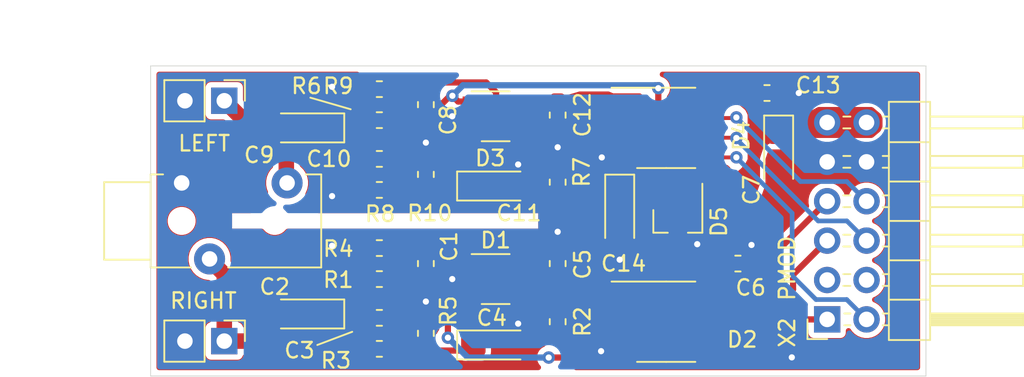
<source format=kicad_pcb>
(kicad_pcb (version 20171130) (host pcbnew 5.1.9)

  (general
    (thickness 1.5)
    (drawings 34)
    (tracks 181)
    (zones 0)
    (modules 34)
    (nets 24)
  )

  (page A4)
  (layers
    (0 F.Cu signal)
    (31 B.Cu signal)
    (32 B.Adhes user hide)
    (33 F.Adhes user hide)
    (34 B.Paste user hide)
    (35 F.Paste user hide)
    (36 B.SilkS user)
    (37 F.SilkS user)
    (38 B.Mask user hide)
    (39 F.Mask user hide)
    (40 Dwgs.User user)
    (41 Cmts.User user hide)
    (42 Eco1.User user)
    (43 Eco2.User user)
    (44 Edge.Cuts user)
    (45 Margin user hide)
    (46 B.CrtYd user hide)
    (47 F.CrtYd user hide)
    (48 B.Fab user hide)
    (49 F.Fab user hide)
  )

  (setup
    (last_trace_width 0.25)
    (user_trace_width 0.2)
    (user_trace_width 0.25)
    (user_trace_width 0.3)
    (user_trace_width 0.4)
    (user_trace_width 0.5)
    (user_trace_width 0.75)
    (user_trace_width 1)
    (user_trace_width 1.25)
    (user_trace_width 1.5)
    (trace_clearance 0.2)
    (zone_clearance 0.4)
    (zone_45_only no)
    (trace_min 0.2)
    (via_size 0.8)
    (via_drill 0.4)
    (via_min_size 0.6)
    (via_min_drill 0.3)
    (user_via 0.6 0.3)
    (user_via 0.7 0.35)
    (uvia_size 0.3)
    (uvia_drill 0.1)
    (uvias_allowed no)
    (uvia_min_size 0.2)
    (uvia_min_drill 0.1)
    (edge_width 0.05)
    (segment_width 0.2)
    (pcb_text_width 0.3)
    (pcb_text_size 1.5 1.5)
    (mod_edge_width 0.12)
    (mod_text_size 1 1)
    (mod_text_width 0.15)
    (pad_size 1.524 1.524)
    (pad_drill 0.762)
    (pad_to_mask_clearance 0)
    (aux_axis_origin 80 140)
    (grid_origin 80 140)
    (visible_elements FFFDFF7F)
    (pcbplotparams
      (layerselection 0x010ec_ffffffff)
      (usegerberextensions false)
      (usegerberattributes true)
      (usegerberadvancedattributes true)
      (creategerberjobfile true)
      (excludeedgelayer true)
      (linewidth 0.100000)
      (plotframeref false)
      (viasonmask false)
      (mode 1)
      (useauxorigin true)
      (hpglpennumber 1)
      (hpglpenspeed 20)
      (hpglpendiameter 15.000000)
      (psnegative false)
      (psa4output false)
      (plotreference false)
      (plotvalue false)
      (plotinvisibletext false)
      (padsonsilk false)
      (subtractmaskfromsilk false)
      (outputformat 1)
      (mirror false)
      (drillshape 0)
      (scaleselection 1)
      (outputdirectory "manuf/"))
  )

  (net 0 "")
  (net 1 "Net-(C1-Pad2)")
  (net 2 "Net-(C1-Pad1)")
  (net 3 "Net-(C2-Pad2)")
  (net 4 "Net-(C2-Pad1)")
  (net 5 "Net-(C3-Pad2)")
  (net 6 GND)
  (net 7 +VREF)
  (net 8 +VDD_3.3V)
  (net 9 "Net-(C9-Pad2)")
  (net 10 "Net-(C9-Pad1)")
  (net 11 "Net-(C10-Pad2)")
  (net 12 /SCLK0)
  (net 13 /MISO0)
  (net 14 /CS_N0)
  (net 15 /SCLK1)
  (net 16 /MISO1)
  (net 17 /CS_N1)
  (net 18 "Net-(X2-Pad8)")
  (net 19 "Net-(X2-Pad2)")
  (net 20 "Net-(C8-Pad2)")
  (net 21 "Net-(C8-Pad1)")
  (net 22 "Net-(C4-Pad1)")
  (net 23 "Net-(C11-Pad1)")

  (net_class Default "This is the default net class."
    (clearance 0.2)
    (trace_width 0.25)
    (via_dia 0.8)
    (via_drill 0.4)
    (uvia_dia 0.3)
    (uvia_drill 0.1)
    (add_net +VDD_3.3V)
    (add_net +VREF)
    (add_net /CS_N0)
    (add_net /CS_N1)
    (add_net /MISO0)
    (add_net /MISO1)
    (add_net /SCLK0)
    (add_net /SCLK1)
    (add_net GND)
    (add_net "Net-(C1-Pad1)")
    (add_net "Net-(C1-Pad2)")
    (add_net "Net-(C10-Pad2)")
    (add_net "Net-(C11-Pad1)")
    (add_net "Net-(C2-Pad1)")
    (add_net "Net-(C2-Pad2)")
    (add_net "Net-(C3-Pad2)")
    (add_net "Net-(C4-Pad1)")
    (add_net "Net-(C8-Pad1)")
    (add_net "Net-(C8-Pad2)")
    (add_net "Net-(C9-Pad1)")
    (add_net "Net-(C9-Pad2)")
    (add_net "Net-(X2-Pad2)")
    (add_net "Net-(X2-Pad8)")
  )

  (module local:logo (layer B.Cu) (tedit 0) (tstamp 600EF7DE)
    (at 112.575 131.475)
    (fp_text reference G*** (at 0 0) (layer B.SilkS) hide
      (effects (font (size 1.524 1.524) (thickness 0.3)) (justify mirror))
    )
    (fp_text value LOGO (at 0.75 0) (layer B.SilkS) hide
      (effects (font (size 1.524 1.524) (thickness 0.3)) (justify mirror))
    )
    (fp_poly (pts (xy -1.326444 4.851405) (xy -1.164167 4.859869) (xy -1.001889 4.868333) (xy -0.993938 5.199944)
      (xy -0.985987 5.531556) (xy -0.650902 5.531556) (xy -0.642951 5.199944) (xy -0.635 4.868333)
      (xy 1.178278 4.86107) (xy 2.991556 4.853808) (xy 2.991556 3.132667) (xy 3.527778 3.132667)
      (xy 3.527778 3.612444) (xy 4.910667 3.612444) (xy 4.910667 3.104444) (xy 5.644444 3.104444)
      (xy 5.644444 2.737556) (xy 4.910667 2.737556) (xy 4.910667 2.229556) (xy 3.527778 2.229556)
      (xy 3.527778 2.737556) (xy 2.652889 2.737556) (xy 2.652889 4.487333) (xy -0.650581 4.487333)
      (xy -0.642791 4.056944) (xy -0.635 3.626556) (xy -0.557389 3.617625) (xy -0.479778 3.608695)
      (xy -0.479778 2.115663) (xy 0.204611 2.123221) (xy 0.889 2.130778) (xy 0.903111 2.28455)
      (xy 0.917222 2.438323) (xy 1.566333 1.851996) (xy 1.772893 1.663892) (xy 1.938078 1.509993)
      (xy 2.063852 1.388345) (xy 2.152182 1.296992) (xy 2.205031 1.233979) (xy 2.224365 1.197352)
      (xy 2.224375 1.197279) (xy 2.233305 1.128889) (xy 3.527778 1.128889) (xy 3.527778 1.665111)
      (xy 4.910667 1.665111) (xy 4.910667 1.128889) (xy 5.644444 1.128889) (xy 5.644444 0.790222)
      (xy 4.910667 0.790222) (xy 4.910667 0.254) (xy 3.527778 0.254) (xy 3.527778 0.790222)
      (xy 2.229556 0.790222) (xy 2.229556 -0.818444) (xy 3.527778 -0.818444) (xy 3.527778 -0.310444)
      (xy 4.910667 -0.310444) (xy 4.910667 -0.818444) (xy 5.644444 -0.818444) (xy 5.644444 -1.185333)
      (xy 4.910667 -1.185333) (xy 4.910667 -1.693333) (xy 3.527778 -1.693333) (xy 3.527778 -1.185333)
      (xy 2.229556 -1.185333) (xy 2.229556 -1.340378) (xy 2.226944 -1.431614) (xy 2.211743 -1.488673)
      (xy 2.172903 -1.533806) (xy 2.109611 -1.581891) (xy 2.021229 -1.646271) (xy 1.937064 -1.708626)
      (xy 1.908414 -1.730235) (xy 1.86112 -1.766147) (xy 1.777207 -1.82976) (xy 1.665069 -1.914715)
      (xy 1.533097 -2.014654) (xy 1.389686 -2.12322) (xy 1.372192 -2.13646) (xy 0.917222 -2.48081)
      (xy 0.908692 -2.341072) (xy 0.900161 -2.201333) (xy -0.479778 -2.201333) (xy -0.479778 -3.668889)
      (xy -0.65062 -3.668889) (xy -0.64281 -4.085167) (xy -0.635 -4.501444) (xy 1.008944 -4.508727)
      (xy 2.652889 -4.51601) (xy 2.652889 -2.794) (xy 3.527778 -2.794) (xy 3.527778 -2.286)
      (xy 4.910667 -2.286) (xy 4.910667 -2.794) (xy 5.644444 -2.794) (xy 5.644444 -3.13098)
      (xy 4.924778 -3.146778) (xy 4.916663 -3.407833) (xy 4.908548 -3.668889) (xy 3.527778 -3.668889)
      (xy 3.527778 -3.158771) (xy 3.266722 -3.166885) (xy 3.005667 -3.175) (xy 2.998197 -4.028722)
      (xy 2.990728 -4.882444) (xy -0.649111 -4.882444) (xy -0.649111 -5.446889) (xy -0.987778 -5.446889)
      (xy -0.987778 -4.882444) (xy -1.326444 -4.882444) (xy -1.326444 -5.446889) (xy -1.665111 -5.446889)
      (xy -1.665111 -4.882444) (xy -5.644444 -4.882444) (xy -5.644444 -4.515556) (xy -1.665111 -4.515556)
      (xy -1.665111 -3.668889) (xy -1.326444 -3.668889) (xy -1.326444 -4.515556) (xy -0.987778 -4.515556)
      (xy -0.987778 -3.668889) (xy -1.326444 -3.668889) (xy -1.665111 -3.668889) (xy -1.862667 -3.668889)
      (xy -1.862667 -2.201333) (xy -2.906889 -2.201333) (xy -2.906889 -3.668889) (xy -4.318 -3.668889)
      (xy -4.318 -3.273778) (xy -5.644444 -3.273778) (xy -5.644444 -2.935111) (xy -4.318 -2.935111)
      (xy -4.318 -2.54) (xy -5.644444 -2.54) (xy -5.644444 -2.201333) (xy -4.318 -2.201333)
      (xy -4.318 -1.806222) (xy -5.644444 -1.806222) (xy -5.644444 -1.439333) (xy -4.318 -1.439333)
      (xy -4.318 -1.072444) (xy -5.644444 -1.072444) (xy -5.644444 -0.705556) (xy -4.318 -0.705556)
      (xy -4.318 -0.338667) (xy -2.906889 -0.338667) (xy -2.906889 -1.862667) (xy -1.862667 -1.862667)
      (xy -1.862667 1.778) (xy -0.479778 1.778) (xy -0.479778 -1.862667) (xy 0.903111 -1.862667)
      (xy 0.903111 1.778) (xy -0.479778 1.778) (xy -1.862667 1.778) (xy -2.906889 1.778)
      (xy -2.906889 0.282222) (xy -4.318 0.282222) (xy -4.318 0.677333) (xy -5.644444 0.677333)
      (xy -5.644444 1.016) (xy -4.318 1.016) (xy -4.318 1.411111) (xy -5.644444 1.411111)
      (xy -5.644444 1.749778) (xy -4.318 1.749778) (xy -4.318 2.144889) (xy -5.644444 2.144889)
      (xy -5.644444 2.483556) (xy -4.318 2.483556) (xy -4.318 2.878667) (xy -5.644444 2.878667)
      (xy -5.644444 3.245556) (xy -4.318 3.245556) (xy -4.318 3.612444) (xy -2.906889 3.612444)
      (xy -2.906889 2.115393) (xy -2.391833 2.123086) (xy -1.876778 2.130778) (xy -1.86173 3.612444)
      (xy -1.665111 3.612444) (xy -1.665111 4.487333) (xy -1.326444 4.487333) (xy -1.326444 3.612444)
      (xy -0.987778 3.612444) (xy -0.987778 4.487333) (xy -1.326444 4.487333) (xy -1.665111 4.487333)
      (xy -5.644444 4.487333) (xy -5.644444 4.853841) (xy -1.679222 4.868333) (xy -1.671271 5.199944)
      (xy -1.66332 5.531556) (xy -1.326444 5.531556) (xy -1.326444 4.851405)) (layer B.Mask) (width 0.01))
  )

  (module Connector_PinHeader_2.54mm:PinHeader_1x02_P2.54mm_Vertical (layer F.Cu) (tedit 59FED5CC) (tstamp 600EC416)
    (at 84.75 122.25 270)
    (descr "Through hole straight pin header, 1x02, 2.54mm pitch, single row")
    (tags "Through hole pin header THT 1x02 2.54mm single row")
    (path /604BD66B)
    (fp_text reference X4 (at 2.7 1.2 180) (layer F.SilkS) hide
      (effects (font (size 1 1) (thickness 0.15)))
    )
    (fp_text value LEFT (at 0 4.87 90) (layer F.Fab) hide
      (effects (font (size 1 1) (thickness 0.15)))
    )
    (fp_line (start 1.8 -1.8) (end -1.8 -1.8) (layer F.CrtYd) (width 0.05))
    (fp_line (start 1.8 4.35) (end 1.8 -1.8) (layer F.CrtYd) (width 0.05))
    (fp_line (start -1.8 4.35) (end 1.8 4.35) (layer F.CrtYd) (width 0.05))
    (fp_line (start -1.8 -1.8) (end -1.8 4.35) (layer F.CrtYd) (width 0.05))
    (fp_line (start -1.33 -1.33) (end 0 -1.33) (layer F.SilkS) (width 0.12))
    (fp_line (start -1.33 0) (end -1.33 -1.33) (layer F.SilkS) (width 0.12))
    (fp_line (start -1.33 1.27) (end 1.33 1.27) (layer F.SilkS) (width 0.12))
    (fp_line (start 1.33 1.27) (end 1.33 3.87) (layer F.SilkS) (width 0.12))
    (fp_line (start -1.33 1.27) (end -1.33 3.87) (layer F.SilkS) (width 0.12))
    (fp_line (start -1.33 3.87) (end 1.33 3.87) (layer F.SilkS) (width 0.12))
    (fp_line (start -1.27 -0.635) (end -0.635 -1.27) (layer F.Fab) (width 0.1))
    (fp_line (start -1.27 3.81) (end -1.27 -0.635) (layer F.Fab) (width 0.1))
    (fp_line (start 1.27 3.81) (end -1.27 3.81) (layer F.Fab) (width 0.1))
    (fp_line (start 1.27 -1.27) (end 1.27 3.81) (layer F.Fab) (width 0.1))
    (fp_line (start -0.635 -1.27) (end 1.27 -1.27) (layer F.Fab) (width 0.1))
    (fp_text user %R (at 2.7 1.35) (layer F.Fab)
      (effects (font (size 1 1) (thickness 0.15)))
    )
    (pad 2 thru_hole oval (at 0 2.54 270) (size 1.7 1.7) (drill 1) (layers *.Cu *.Mask)
      (net 6 GND))
    (pad 1 thru_hole rect (at 0 0 270) (size 1.7 1.7) (drill 1) (layers *.Cu *.Mask)
      (net 9 "Net-(C9-Pad2)"))
    (model ${KISYS3DMOD}/Connector_PinHeader_2.54mm.3dshapes/PinHeader_1x02_P2.54mm_Vertical.wrl
      (at (xyz 0 0 0))
      (scale (xyz 1 1 1))
      (rotate (xyz 0 0 0))
    )
  )

  (module Connector_PinHeader_2.54mm:PinHeader_1x02_P2.54mm_Vertical (layer F.Cu) (tedit 59FED5CC) (tstamp 600EC400)
    (at 84.75 137.75 270)
    (descr "Through hole straight pin header, 1x02, 2.54mm pitch, single row")
    (tags "Through hole pin header THT 1x02 2.54mm single row")
    (path /604B4E4A)
    (fp_text reference X3 (at -2.55 1.2 180) (layer F.SilkS) hide
      (effects (font (size 1 1) (thickness 0.15)))
    )
    (fp_text value RIGHT (at 0 4.87 90) (layer F.Fab) hide
      (effects (font (size 1 1) (thickness 0.15)))
    )
    (fp_line (start 1.8 -1.8) (end -1.8 -1.8) (layer F.CrtYd) (width 0.05))
    (fp_line (start 1.8 4.35) (end 1.8 -1.8) (layer F.CrtYd) (width 0.05))
    (fp_line (start -1.8 4.35) (end 1.8 4.35) (layer F.CrtYd) (width 0.05))
    (fp_line (start -1.8 -1.8) (end -1.8 4.35) (layer F.CrtYd) (width 0.05))
    (fp_line (start -1.33 -1.33) (end 0 -1.33) (layer F.SilkS) (width 0.12))
    (fp_line (start -1.33 0) (end -1.33 -1.33) (layer F.SilkS) (width 0.12))
    (fp_line (start -1.33 1.27) (end 1.33 1.27) (layer F.SilkS) (width 0.12))
    (fp_line (start 1.33 1.27) (end 1.33 3.87) (layer F.SilkS) (width 0.12))
    (fp_line (start -1.33 1.27) (end -1.33 3.87) (layer F.SilkS) (width 0.12))
    (fp_line (start -1.33 3.87) (end 1.33 3.87) (layer F.SilkS) (width 0.12))
    (fp_line (start -1.27 -0.635) (end -0.635 -1.27) (layer F.Fab) (width 0.1))
    (fp_line (start -1.27 3.81) (end -1.27 -0.635) (layer F.Fab) (width 0.1))
    (fp_line (start 1.27 3.81) (end -1.27 3.81) (layer F.Fab) (width 0.1))
    (fp_line (start 1.27 -1.27) (end 1.27 3.81) (layer F.Fab) (width 0.1))
    (fp_line (start -0.635 -1.27) (end 1.27 -1.27) (layer F.Fab) (width 0.1))
    (fp_text user %R (at -2.55 1.25) (layer F.Fab)
      (effects (font (size 1 1) (thickness 0.15)))
    )
    (pad 2 thru_hole oval (at 0 2.54 270) (size 1.7 1.7) (drill 1) (layers *.Cu *.Mask)
      (net 6 GND))
    (pad 1 thru_hole rect (at 0 0 270) (size 1.7 1.7) (drill 1) (layers *.Cu *.Mask)
      (net 3 "Net-(C2-Pad2)"))
    (model ${KISYS3DMOD}/Connector_PinHeader_2.54mm.3dshapes/PinHeader_1x02_P2.54mm_Vertical.wrl
      (at (xyz 0 0 0))
      (scale (xyz 1 1 1))
      (rotate (xyz 0 0 0))
    )
  )

  (module Capacitor_SMD:C_0603_1608Metric_Pad1.05x0.95mm_HandSolder (layer F.Cu) (tedit 5B301BBE) (tstamp 600E3B3D)
    (at 106.25 123.175 90)
    (descr "Capacitor SMD 0603 (1608 Metric), square (rectangular) end terminal, IPC_7351 nominal with elongated pad for handsoldering. (Body size source: http://www.tortai-tech.com/upload/download/2011102023233369053.pdf), generated with kicad-footprint-generator")
    (tags "capacitor handsolder")
    (path /60216E61)
    (attr smd)
    (fp_text reference C12 (at 0.025 1.6 90) (layer F.SilkS)
      (effects (font (size 1 1) (thickness 0.15)))
    )
    (fp_text value 0.1u (at 0 1.43 90) (layer F.Fab)
      (effects (font (size 1 1) (thickness 0.15)))
    )
    (fp_line (start 1.65 0.73) (end -1.65 0.73) (layer F.CrtYd) (width 0.05))
    (fp_line (start 1.65 -0.73) (end 1.65 0.73) (layer F.CrtYd) (width 0.05))
    (fp_line (start -1.65 -0.73) (end 1.65 -0.73) (layer F.CrtYd) (width 0.05))
    (fp_line (start -1.65 0.73) (end -1.65 -0.73) (layer F.CrtYd) (width 0.05))
    (fp_line (start -0.171267 0.51) (end 0.171267 0.51) (layer F.SilkS) (width 0.12))
    (fp_line (start -0.171267 -0.51) (end 0.171267 -0.51) (layer F.SilkS) (width 0.12))
    (fp_line (start 0.8 0.4) (end -0.8 0.4) (layer F.Fab) (width 0.1))
    (fp_line (start 0.8 -0.4) (end 0.8 0.4) (layer F.Fab) (width 0.1))
    (fp_line (start -0.8 -0.4) (end 0.8 -0.4) (layer F.Fab) (width 0.1))
    (fp_line (start -0.8 0.4) (end -0.8 -0.4) (layer F.Fab) (width 0.1))
    (fp_text user %R (at 0 0 90) (layer F.Fab)
      (effects (font (size 0.4 0.4) (thickness 0.06)))
    )
    (pad 2 smd roundrect (at 0.875 0 90) (size 1.05 0.95) (layers F.Cu F.Paste F.Mask) (roundrect_rratio 0.25)
      (net 7 +VREF))
    (pad 1 smd roundrect (at -0.875 0 90) (size 1.05 0.95) (layers F.Cu F.Paste F.Mask) (roundrect_rratio 0.25)
      (net 6 GND))
    (model ${KISYS3DMOD}/Capacitor_SMD.3dshapes/C_0603_1608Metric.wrl
      (at (xyz 0 0 0))
      (scale (xyz 1 1 1))
      (rotate (xyz 0 0 0))
    )
  )

  (module Capacitor_Tantalum_SMD:CP_EIA-3216-18_Kemet-A_Pad1.58x1.35mm_HandSolder (layer F.Cu) (tedit 5B301BBE) (tstamp 600E3C34)
    (at 102.25 127.75)
    (descr "Tantalum Capacitor SMD Kemet-A (3216-18 Metric), IPC_7351 nominal, (Body size from: http://www.kemet.com/Lists/ProductCatalog/Attachments/253/KEM_TC101_STD.pdf), generated with kicad-footprint-generator")
    (tags "capacitor tantalum")
    (path /60216E1E)
    (attr smd)
    (fp_text reference C11 (at 1.5 1.75) (layer F.SilkS)
      (effects (font (size 1 1) (thickness 0.15)))
    )
    (fp_text value 2.2u (at 0 1.75) (layer F.Fab)
      (effects (font (size 1 1) (thickness 0.15)))
    )
    (fp_line (start 2.48 1.05) (end -2.48 1.05) (layer F.CrtYd) (width 0.05))
    (fp_line (start 2.48 -1.05) (end 2.48 1.05) (layer F.CrtYd) (width 0.05))
    (fp_line (start -2.48 -1.05) (end 2.48 -1.05) (layer F.CrtYd) (width 0.05))
    (fp_line (start -2.48 1.05) (end -2.48 -1.05) (layer F.CrtYd) (width 0.05))
    (fp_line (start -2.485 0.935) (end 1.6 0.935) (layer F.SilkS) (width 0.12))
    (fp_line (start -2.485 -0.935) (end -2.485 0.935) (layer F.SilkS) (width 0.12))
    (fp_line (start 1.6 -0.935) (end -2.485 -0.935) (layer F.SilkS) (width 0.12))
    (fp_line (start 1.6 0.8) (end 1.6 -0.8) (layer F.Fab) (width 0.1))
    (fp_line (start -1.6 0.8) (end 1.6 0.8) (layer F.Fab) (width 0.1))
    (fp_line (start -1.6 -0.4) (end -1.6 0.8) (layer F.Fab) (width 0.1))
    (fp_line (start -1.2 -0.8) (end -1.6 -0.4) (layer F.Fab) (width 0.1))
    (fp_line (start 1.6 -0.8) (end -1.2 -0.8) (layer F.Fab) (width 0.1))
    (fp_text user %R (at 0 0) (layer F.Fab)
      (effects (font (size 0.8 0.8) (thickness 0.12)))
    )
    (pad 2 smd roundrect (at 1.4375 0) (size 1.575 1.35) (layers F.Cu F.Paste F.Mask) (roundrect_rratio 0.1851844444444445)
      (net 6 GND))
    (pad 1 smd roundrect (at -1.4375 0) (size 1.575 1.35) (layers F.Cu F.Paste F.Mask) (roundrect_rratio 0.1851844444444445)
      (net 23 "Net-(C11-Pad1)"))
    (model ${KISYS3DMOD}/Capacitor_Tantalum_SMD.3dshapes/CP_EIA-3216-18_Kemet-A.wrl
      (at (xyz 0 0 0))
      (scale (xyz 1 1 1))
      (rotate (xyz 0 0 0))
    )
  )

  (module Capacitor_SMD:C_0603_1608Metric_Pad1.05x0.95mm_HandSolder (layer F.Cu) (tedit 5B301BBE) (tstamp 600E3A9B)
    (at 94.75 126 180)
    (descr "Capacitor SMD 0603 (1608 Metric), square (rectangular) end terminal, IPC_7351 nominal with elongated pad for handsoldering. (Body size source: http://www.tortai-tech.com/upload/download/2011102023233369053.pdf), generated with kicad-footprint-generator")
    (tags "capacitor handsolder")
    (path /60216DC8)
    (attr smd)
    (fp_text reference C10 (at 3.25 0) (layer F.SilkS)
      (effects (font (size 1 1) (thickness 0.15)))
    )
    (fp_text value 220p (at 0 1.43) (layer F.Fab)
      (effects (font (size 1 1) (thickness 0.15)))
    )
    (fp_line (start 1.65 0.73) (end -1.65 0.73) (layer F.CrtYd) (width 0.05))
    (fp_line (start 1.65 -0.73) (end 1.65 0.73) (layer F.CrtYd) (width 0.05))
    (fp_line (start -1.65 -0.73) (end 1.65 -0.73) (layer F.CrtYd) (width 0.05))
    (fp_line (start -1.65 0.73) (end -1.65 -0.73) (layer F.CrtYd) (width 0.05))
    (fp_line (start -0.171267 0.51) (end 0.171267 0.51) (layer F.SilkS) (width 0.12))
    (fp_line (start -0.171267 -0.51) (end 0.171267 -0.51) (layer F.SilkS) (width 0.12))
    (fp_line (start 0.8 0.4) (end -0.8 0.4) (layer F.Fab) (width 0.1))
    (fp_line (start 0.8 -0.4) (end 0.8 0.4) (layer F.Fab) (width 0.1))
    (fp_line (start -0.8 -0.4) (end 0.8 -0.4) (layer F.Fab) (width 0.1))
    (fp_line (start -0.8 0.4) (end -0.8 -0.4) (layer F.Fab) (width 0.1))
    (fp_text user %R (at 0 0) (layer F.Fab)
      (effects (font (size 0.4 0.4) (thickness 0.06)))
    )
    (pad 2 smd roundrect (at 0.875 0 180) (size 1.05 0.95) (layers F.Cu F.Paste F.Mask) (roundrect_rratio 0.25)
      (net 11 "Net-(C10-Pad2)"))
    (pad 1 smd roundrect (at -0.875 0 180) (size 1.05 0.95) (layers F.Cu F.Paste F.Mask) (roundrect_rratio 0.25)
      (net 6 GND))
    (model ${KISYS3DMOD}/Capacitor_SMD.3dshapes/C_0603_1608Metric.wrl
      (at (xyz 0 0 0))
      (scale (xyz 1 1 1))
      (rotate (xyz 0 0 0))
    )
  )

  (module Capacitor_Tantalum_SMD:CP_EIA-3216-18_Kemet-A_Pad1.58x1.35mm_HandSolder (layer F.Cu) (tedit 5B301BBE) (tstamp 600E3C64)
    (at 90 124 180)
    (descr "Tantalum Capacitor SMD Kemet-A (3216-18 Metric), IPC_7351 nominal, (Body size from: http://www.kemet.com/Lists/ProductCatalog/Attachments/253/KEM_TC101_STD.pdf), generated with kicad-footprint-generator")
    (tags "capacitor tantalum")
    (path /60216E0C)
    (attr smd)
    (fp_text reference C9 (at 3 -1.75) (layer F.SilkS)
      (effects (font (size 1 1) (thickness 0.15)))
    )
    (fp_text value 2.2u (at 0 1.75) (layer F.Fab)
      (effects (font (size 1 1) (thickness 0.15)))
    )
    (fp_line (start 2.48 1.05) (end -2.48 1.05) (layer F.CrtYd) (width 0.05))
    (fp_line (start 2.48 -1.05) (end 2.48 1.05) (layer F.CrtYd) (width 0.05))
    (fp_line (start -2.48 -1.05) (end 2.48 -1.05) (layer F.CrtYd) (width 0.05))
    (fp_line (start -2.48 1.05) (end -2.48 -1.05) (layer F.CrtYd) (width 0.05))
    (fp_line (start -2.485 0.935) (end 1.6 0.935) (layer F.SilkS) (width 0.12))
    (fp_line (start -2.485 -0.935) (end -2.485 0.935) (layer F.SilkS) (width 0.12))
    (fp_line (start 1.6 -0.935) (end -2.485 -0.935) (layer F.SilkS) (width 0.12))
    (fp_line (start 1.6 0.8) (end 1.6 -0.8) (layer F.Fab) (width 0.1))
    (fp_line (start -1.6 0.8) (end 1.6 0.8) (layer F.Fab) (width 0.1))
    (fp_line (start -1.6 -0.4) (end -1.6 0.8) (layer F.Fab) (width 0.1))
    (fp_line (start -1.2 -0.8) (end -1.6 -0.4) (layer F.Fab) (width 0.1))
    (fp_line (start 1.6 -0.8) (end -1.2 -0.8) (layer F.Fab) (width 0.1))
    (fp_text user %R (at 0.05 -1.65) (layer F.Fab)
      (effects (font (size 0.8 0.8) (thickness 0.12)))
    )
    (pad 2 smd roundrect (at 1.4375 0 180) (size 1.575 1.35) (layers F.Cu F.Paste F.Mask) (roundrect_rratio 0.1851844444444445)
      (net 9 "Net-(C9-Pad2)"))
    (pad 1 smd roundrect (at -1.4375 0 180) (size 1.575 1.35) (layers F.Cu F.Paste F.Mask) (roundrect_rratio 0.1851844444444445)
      (net 10 "Net-(C9-Pad1)"))
    (model ${KISYS3DMOD}/Capacitor_Tantalum_SMD.3dshapes/CP_EIA-3216-18_Kemet-A.wrl
      (at (xyz 0 0 0))
      (scale (xyz 1 1 1))
      (rotate (xyz 0 0 0))
    )
  )

  (module Capacitor_SMD:C_0603_1608Metric_Pad1.05x0.95mm_HandSolder (layer F.Cu) (tedit 5B301BBE) (tstamp 600E6615)
    (at 97.75 122.5 270)
    (descr "Capacitor SMD 0603 (1608 Metric), square (rectangular) end terminal, IPC_7351 nominal with elongated pad for handsoldering. (Body size source: http://www.tortai-tech.com/upload/download/2011102023233369053.pdf), generated with kicad-footprint-generator")
    (tags "capacitor handsolder")
    (path /60216DAF)
    (attr smd)
    (fp_text reference C8 (at 1 -1.43 90) (layer F.SilkS)
      (effects (font (size 1 1) (thickness 0.15)))
    )
    (fp_text value 68p (at 0 1.43 90) (layer F.Fab)
      (effects (font (size 1 1) (thickness 0.15)))
    )
    (fp_line (start 1.65 0.73) (end -1.65 0.73) (layer F.CrtYd) (width 0.05))
    (fp_line (start 1.65 -0.73) (end 1.65 0.73) (layer F.CrtYd) (width 0.05))
    (fp_line (start -1.65 -0.73) (end 1.65 -0.73) (layer F.CrtYd) (width 0.05))
    (fp_line (start -1.65 0.73) (end -1.65 -0.73) (layer F.CrtYd) (width 0.05))
    (fp_line (start -0.171267 0.51) (end 0.171267 0.51) (layer F.SilkS) (width 0.12))
    (fp_line (start -0.171267 -0.51) (end 0.171267 -0.51) (layer F.SilkS) (width 0.12))
    (fp_line (start 0.8 0.4) (end -0.8 0.4) (layer F.Fab) (width 0.1))
    (fp_line (start 0.8 -0.4) (end 0.8 0.4) (layer F.Fab) (width 0.1))
    (fp_line (start -0.8 -0.4) (end 0.8 -0.4) (layer F.Fab) (width 0.1))
    (fp_line (start -0.8 0.4) (end -0.8 -0.4) (layer F.Fab) (width 0.1))
    (fp_text user %R (at 0 0 90) (layer F.Fab)
      (effects (font (size 0.4 0.4) (thickness 0.06)))
    )
    (pad 2 smd roundrect (at 0.875 0 270) (size 1.05 0.95) (layers F.Cu F.Paste F.Mask) (roundrect_rratio 0.25)
      (net 20 "Net-(C8-Pad2)"))
    (pad 1 smd roundrect (at -0.875 0 270) (size 1.05 0.95) (layers F.Cu F.Paste F.Mask) (roundrect_rratio 0.25)
      (net 21 "Net-(C8-Pad1)"))
    (model ${KISYS3DMOD}/Capacitor_SMD.3dshapes/C_0603_1608Metric.wrl
      (at (xyz 0 0 0))
      (scale (xyz 1 1 1))
      (rotate (xyz 0 0 0))
    )
  )

  (module Capacitor_Tantalum_SMD:CP_EIA-3216-18_Kemet-A_Pad1.58x1.35mm_HandSolder (layer F.Cu) (tedit 5B301BBE) (tstamp 600E65BF)
    (at 120.5 125.6875 270)
    (descr "Tantalum Capacitor SMD Kemet-A (3216-18 Metric), IPC_7351 nominal, (Body size from: http://www.kemet.com/Lists/ProductCatalog/Attachments/253/KEM_TC101_STD.pdf), generated with kicad-footprint-generator")
    (tags "capacitor tantalum")
    (path /603049BC)
    (attr smd)
    (fp_text reference C7 (at 2.3125 1.75 90) (layer F.SilkS)
      (effects (font (size 1 1) (thickness 0.15)))
    )
    (fp_text value 10u (at 0 1.75 90) (layer F.Fab)
      (effects (font (size 1 1) (thickness 0.15)))
    )
    (fp_line (start 2.48 1.05) (end -2.48 1.05) (layer F.CrtYd) (width 0.05))
    (fp_line (start 2.48 -1.05) (end 2.48 1.05) (layer F.CrtYd) (width 0.05))
    (fp_line (start -2.48 -1.05) (end 2.48 -1.05) (layer F.CrtYd) (width 0.05))
    (fp_line (start -2.48 1.05) (end -2.48 -1.05) (layer F.CrtYd) (width 0.05))
    (fp_line (start -2.485 0.935) (end 1.6 0.935) (layer F.SilkS) (width 0.12))
    (fp_line (start -2.485 -0.935) (end -2.485 0.935) (layer F.SilkS) (width 0.12))
    (fp_line (start 1.6 -0.935) (end -2.485 -0.935) (layer F.SilkS) (width 0.12))
    (fp_line (start 1.6 0.8) (end 1.6 -0.8) (layer F.Fab) (width 0.1))
    (fp_line (start -1.6 0.8) (end 1.6 0.8) (layer F.Fab) (width 0.1))
    (fp_line (start -1.6 -0.4) (end -1.6 0.8) (layer F.Fab) (width 0.1))
    (fp_line (start -1.2 -0.8) (end -1.6 -0.4) (layer F.Fab) (width 0.1))
    (fp_line (start 1.6 -0.8) (end -1.2 -0.8) (layer F.Fab) (width 0.1))
    (fp_text user %R (at 0 0 90) (layer F.Fab)
      (effects (font (size 0.8 0.8) (thickness 0.12)))
    )
    (pad 2 smd roundrect (at 1.4375 0 270) (size 1.575 1.35) (layers F.Cu F.Paste F.Mask) (roundrect_rratio 0.1851844444444445)
      (net 6 GND))
    (pad 1 smd roundrect (at -1.4375 0 270) (size 1.575 1.35) (layers F.Cu F.Paste F.Mask) (roundrect_rratio 0.1851844444444445)
      (net 8 +VDD_3.3V))
    (model ${KISYS3DMOD}/Capacitor_Tantalum_SMD.3dshapes/CP_EIA-3216-18_Kemet-A.wrl
      (at (xyz 0 0 0))
      (scale (xyz 1 1 1))
      (rotate (xyz 0 0 0))
    )
  )

  (module Capacitor_Tantalum_SMD:CP_EIA-3216-18_Kemet-A_Pad1.58x1.35mm_HandSolder (layer F.Cu) (tedit 5B301BBE) (tstamp 600E6195)
    (at 110.25 129.5 270)
    (descr "Tantalum Capacitor SMD Kemet-A (3216-18 Metric), IPC_7351 nominal, (Body size from: http://www.kemet.com/Lists/ProductCatalog/Attachments/253/KEM_TC101_STD.pdf), generated with kicad-footprint-generator")
    (tags "capacitor tantalum")
    (path /6011AC4A)
    (attr smd)
    (fp_text reference C14 (at 3.25 -0.25 180) (layer F.SilkS)
      (effects (font (size 1 1) (thickness 0.15)))
    )
    (fp_text value 10u (at 0 1.75 90) (layer F.Fab)
      (effects (font (size 1 1) (thickness 0.15)))
    )
    (fp_line (start 2.48 1.05) (end -2.48 1.05) (layer F.CrtYd) (width 0.05))
    (fp_line (start 2.48 -1.05) (end 2.48 1.05) (layer F.CrtYd) (width 0.05))
    (fp_line (start -2.48 -1.05) (end 2.48 -1.05) (layer F.CrtYd) (width 0.05))
    (fp_line (start -2.48 1.05) (end -2.48 -1.05) (layer F.CrtYd) (width 0.05))
    (fp_line (start -2.485 0.935) (end 1.6 0.935) (layer F.SilkS) (width 0.12))
    (fp_line (start -2.485 -0.935) (end -2.485 0.935) (layer F.SilkS) (width 0.12))
    (fp_line (start 1.6 -0.935) (end -2.485 -0.935) (layer F.SilkS) (width 0.12))
    (fp_line (start 1.6 0.8) (end 1.6 -0.8) (layer F.Fab) (width 0.1))
    (fp_line (start -1.6 0.8) (end 1.6 0.8) (layer F.Fab) (width 0.1))
    (fp_line (start -1.6 -0.4) (end -1.6 0.8) (layer F.Fab) (width 0.1))
    (fp_line (start -1.2 -0.8) (end -1.6 -0.4) (layer F.Fab) (width 0.1))
    (fp_line (start 1.6 -0.8) (end -1.2 -0.8) (layer F.Fab) (width 0.1))
    (fp_text user %R (at 0 0 90) (layer F.Fab)
      (effects (font (size 0.8 0.8) (thickness 0.12)))
    )
    (pad 2 smd roundrect (at 1.4375 0 270) (size 1.575 1.35) (layers F.Cu F.Paste F.Mask) (roundrect_rratio 0.1851844444444445)
      (net 6 GND))
    (pad 1 smd roundrect (at -1.4375 0 270) (size 1.575 1.35) (layers F.Cu F.Paste F.Mask) (roundrect_rratio 0.1851844444444445)
      (net 7 +VREF))
    (model ${KISYS3DMOD}/Capacitor_Tantalum_SMD.3dshapes/CP_EIA-3216-18_Kemet-A.wrl
      (at (xyz 0 0 0))
      (scale (xyz 1 1 1))
      (rotate (xyz 0 0 0))
    )
  )

  (module Capacitor_SMD:C_0603_1608Metric_Pad1.05x0.95mm_HandSolder (layer F.Cu) (tedit 5B301BBE) (tstamp 600E610C)
    (at 117.875 132.75 180)
    (descr "Capacitor SMD 0603 (1608 Metric), square (rectangular) end terminal, IPC_7351 nominal with elongated pad for handsoldering. (Body size source: http://www.tortai-tech.com/upload/download/2011102023233369053.pdf), generated with kicad-footprint-generator")
    (tags "capacitor handsolder")
    (path /601C24DC)
    (attr smd)
    (fp_text reference C6 (at -0.825 -1.55) (layer F.SilkS)
      (effects (font (size 1 1) (thickness 0.15)))
    )
    (fp_text value 0.1u (at 0 1.43) (layer F.Fab)
      (effects (font (size 1 1) (thickness 0.15)))
    )
    (fp_line (start 1.65 0.73) (end -1.65 0.73) (layer F.CrtYd) (width 0.05))
    (fp_line (start 1.65 -0.73) (end 1.65 0.73) (layer F.CrtYd) (width 0.05))
    (fp_line (start -1.65 -0.73) (end 1.65 -0.73) (layer F.CrtYd) (width 0.05))
    (fp_line (start -1.65 0.73) (end -1.65 -0.73) (layer F.CrtYd) (width 0.05))
    (fp_line (start -0.171267 0.51) (end 0.171267 0.51) (layer F.SilkS) (width 0.12))
    (fp_line (start -0.171267 -0.51) (end 0.171267 -0.51) (layer F.SilkS) (width 0.12))
    (fp_line (start 0.8 0.4) (end -0.8 0.4) (layer F.Fab) (width 0.1))
    (fp_line (start 0.8 -0.4) (end 0.8 0.4) (layer F.Fab) (width 0.1))
    (fp_line (start -0.8 -0.4) (end 0.8 -0.4) (layer F.Fab) (width 0.1))
    (fp_line (start -0.8 0.4) (end -0.8 -0.4) (layer F.Fab) (width 0.1))
    (fp_text user %R (at 0 0) (layer F.Fab)
      (effects (font (size 0.4 0.4) (thickness 0.06)))
    )
    (pad 2 smd roundrect (at 0.875 0 180) (size 1.05 0.95) (layers F.Cu F.Paste F.Mask) (roundrect_rratio 0.25)
      (net 8 +VDD_3.3V))
    (pad 1 smd roundrect (at -0.875 0 180) (size 1.05 0.95) (layers F.Cu F.Paste F.Mask) (roundrect_rratio 0.25)
      (net 6 GND))
    (model ${KISYS3DMOD}/Capacitor_SMD.3dshapes/C_0603_1608Metric.wrl
      (at (xyz 0 0 0))
      (scale (xyz 1 1 1))
      (rotate (xyz 0 0 0))
    )
  )

  (module local:PMOD_PERIPH locked (layer F.Cu) (tedit 600D7C40) (tstamp 600E0EA1)
    (at 124.9 130 180)
    (descr "Through hole angled pin header, 2x06, 2.54mm pitch, 6mm pin length, double rows")
    (tags "Through hole angled pin header THT 2x06 2.54mm double row")
    (path /603668A6)
    (fp_text reference X2 (at 3.85 -7.2 90) (layer F.SilkS)
      (effects (font (size 1 1) (thickness 0.15)))
    )
    (fp_text value PMOD_PERIPH (at -4.385 14.97) (layer F.Fab)
      (effects (font (size 1 1) (thickness 0.15)))
    )
    (fp_line (start -5.08 -8.15) (end 3.07 -8.15) (layer F.CrtYd) (width 0.0508))
    (fp_line (start 3.07 8.15) (end -5.08 8.15) (layer F.CrtYd) (width 0.05))
    (fp_line (start 3.07 -8.15) (end 3.07 8.15) (layer F.CrtYd) (width 0.05))
    (fp_line (start 2.54 -7.62) (end 1.27 -7.62) (layer F.SilkS) (width 0.12))
    (fp_line (start 2.54 -6.35) (end 2.54 -7.62) (layer F.SilkS) (width 0.12))
    (fp_line (start 0.227071 6.73) (end -0.227071 6.73) (layer F.SilkS) (width 0.12))
    (fp_line (start 0.227071 5.97) (end -0.227071 5.97) (layer F.SilkS) (width 0.12))
    (fp_line (start -2.312929 6.73) (end -2.71 6.73) (layer F.SilkS) (width 0.12))
    (fp_line (start -2.312929 5.97) (end -2.71 5.97) (layer F.SilkS) (width 0.12))
    (fp_line (start -11.37 6.73) (end -5.37 6.73) (layer F.SilkS) (width 0.12))
    (fp_line (start -11.37 5.97) (end -11.37 6.73) (layer F.SilkS) (width 0.12))
    (fp_line (start -5.37 5.97) (end -11.37 5.97) (layer F.SilkS) (width 0.12))
    (fp_line (start -2.71 5.08) (end -5.37 5.08) (layer F.SilkS) (width 0.12))
    (fp_line (start 0.227071 4.19) (end -0.227071 4.19) (layer F.SilkS) (width 0.12))
    (fp_line (start 0.227071 3.43) (end -0.227071 3.43) (layer F.SilkS) (width 0.12))
    (fp_line (start -2.312929 4.19) (end -2.71 4.19) (layer F.SilkS) (width 0.12))
    (fp_line (start -2.312929 3.43) (end -2.71 3.43) (layer F.SilkS) (width 0.12))
    (fp_line (start -11.37 4.19) (end -5.37 4.19) (layer F.SilkS) (width 0.12))
    (fp_line (start -11.37 3.43) (end -11.37 4.19) (layer F.SilkS) (width 0.12))
    (fp_line (start -5.37 3.43) (end -11.37 3.43) (layer F.SilkS) (width 0.12))
    (fp_line (start -2.71 2.54) (end -5.37 2.54) (layer F.SilkS) (width 0.12))
    (fp_line (start 0.227071 1.65) (end -0.227071 1.65) (layer F.SilkS) (width 0.12))
    (fp_line (start 0.227071 0.89) (end -0.227071 0.89) (layer F.SilkS) (width 0.12))
    (fp_line (start -2.312929 1.65) (end -2.71 1.65) (layer F.SilkS) (width 0.12))
    (fp_line (start -2.312929 0.89) (end -2.71 0.89) (layer F.SilkS) (width 0.12))
    (fp_line (start -11.37 1.65) (end -5.37 1.65) (layer F.SilkS) (width 0.12))
    (fp_line (start -11.37 0.89) (end -11.37 1.65) (layer F.SilkS) (width 0.12))
    (fp_line (start -5.37 0.89) (end -11.37 0.89) (layer F.SilkS) (width 0.12))
    (fp_line (start -2.71 0) (end -5.37 0) (layer F.SilkS) (width 0.12))
    (fp_line (start 0.227071 -0.89) (end -0.227071 -0.89) (layer F.SilkS) (width 0.12))
    (fp_line (start 0.227071 -1.65) (end -0.227071 -1.65) (layer F.SilkS) (width 0.12))
    (fp_line (start -2.312929 -0.89) (end -2.71 -0.89) (layer F.SilkS) (width 0.12))
    (fp_line (start -2.312929 -1.65) (end -2.71 -1.65) (layer F.SilkS) (width 0.12))
    (fp_line (start -11.37 -0.89) (end -5.37 -0.89) (layer F.SilkS) (width 0.12))
    (fp_line (start -11.37 -1.65) (end -11.37 -0.89) (layer F.SilkS) (width 0.12))
    (fp_line (start -5.37 -1.65) (end -11.37 -1.65) (layer F.SilkS) (width 0.12))
    (fp_line (start -2.71 -2.54) (end -5.37 -2.54) (layer F.SilkS) (width 0.12))
    (fp_line (start 0.227071 -3.43) (end -0.227071 -3.43) (layer F.SilkS) (width 0.12))
    (fp_line (start 0.227071 -4.19) (end -0.227071 -4.19) (layer F.SilkS) (width 0.12))
    (fp_line (start -2.312929 -3.43) (end -2.71 -3.43) (layer F.SilkS) (width 0.12))
    (fp_line (start -2.312929 -4.19) (end -2.71 -4.19) (layer F.SilkS) (width 0.12))
    (fp_line (start -11.37 -3.43) (end -5.37 -3.43) (layer F.SilkS) (width 0.12))
    (fp_line (start -11.37 -4.19) (end -11.37 -3.43) (layer F.SilkS) (width 0.12))
    (fp_line (start -5.37 -4.19) (end -11.37 -4.19) (layer F.SilkS) (width 0.12))
    (fp_line (start -2.71 -5.08) (end -5.37 -5.08) (layer F.SilkS) (width 0.12))
    (fp_line (start 0.16 -5.97) (end -0.227071 -5.97) (layer F.SilkS) (width 0.12))
    (fp_line (start 0.16 -6.73) (end -0.227071 -6.73) (layer F.SilkS) (width 0.12))
    (fp_line (start -2.312929 -5.97) (end -2.71 -5.97) (layer F.SilkS) (width 0.12))
    (fp_line (start -2.312929 -6.73) (end -2.71 -6.73) (layer F.SilkS) (width 0.12))
    (fp_line (start -5.37 -6.07) (end -11.37 -6.07) (layer F.SilkS) (width 0.12))
    (fp_line (start -5.37 -6.19) (end -11.37 -6.19) (layer F.SilkS) (width 0.12))
    (fp_line (start -5.37 -6.31) (end -11.37 -6.31) (layer F.SilkS) (width 0.12))
    (fp_line (start -5.37 -6.43) (end -11.37 -6.43) (layer F.SilkS) (width 0.12))
    (fp_line (start -5.37 -6.55) (end -11.37 -6.55) (layer F.SilkS) (width 0.12))
    (fp_line (start -5.37 -6.67) (end -11.37 -6.67) (layer F.SilkS) (width 0.12))
    (fp_line (start -11.37 -5.97) (end -5.37 -5.97) (layer F.SilkS) (width 0.12))
    (fp_line (start -11.37 -6.73) (end -11.37 -5.97) (layer F.SilkS) (width 0.12))
    (fp_line (start -5.37 -6.73) (end -11.37 -6.73) (layer F.SilkS) (width 0.12))
    (fp_line (start -5.37 -7.68) (end -2.71 -7.68) (layer F.SilkS) (width 0.12))
    (fp_line (start -5.37 7.68) (end -5.37 -7.68) (layer F.SilkS) (width 0.12))
    (fp_line (start -2.71 7.68) (end -5.37 7.68) (layer F.SilkS) (width 0.12))
    (fp_line (start -2.71 -7.68) (end -2.71 7.68) (layer F.SilkS) (width 0.12))
    (fp_line (start -5.31 6.67) (end -11.31 6.67) (layer F.Fab) (width 0.1))
    (fp_line (start -11.31 6.03) (end -11.31 6.67) (layer F.Fab) (width 0.1))
    (fp_line (start -5.31 6.03) (end -11.31 6.03) (layer F.Fab) (width 0.1))
    (fp_line (start 1.59 6.67) (end -2.77 6.67) (layer F.Fab) (width 0.1))
    (fp_line (start 1.59 6.03) (end 1.59 6.67) (layer F.Fab) (width 0.1))
    (fp_line (start 1.59 6.03) (end -2.77 6.03) (layer F.Fab) (width 0.1))
    (fp_line (start -5.31 4.13) (end -11.31 4.13) (layer F.Fab) (width 0.1))
    (fp_line (start -11.31 3.49) (end -11.31 4.13) (layer F.Fab) (width 0.1))
    (fp_line (start -5.31 3.49) (end -11.31 3.49) (layer F.Fab) (width 0.1))
    (fp_line (start 1.59 4.13) (end -2.77 4.13) (layer F.Fab) (width 0.1))
    (fp_line (start 1.59 3.49) (end 1.59 4.13) (layer F.Fab) (width 0.1))
    (fp_line (start 1.59 3.49) (end -2.77 3.49) (layer F.Fab) (width 0.1))
    (fp_line (start -5.31 1.59) (end -11.31 1.59) (layer F.Fab) (width 0.1))
    (fp_line (start -11.31 0.95) (end -11.31 1.59) (layer F.Fab) (width 0.1))
    (fp_line (start -5.31 0.95) (end -11.31 0.95) (layer F.Fab) (width 0.1))
    (fp_line (start 1.59 1.59) (end -2.77 1.59) (layer F.Fab) (width 0.1))
    (fp_line (start 1.59 0.95) (end 1.59 1.59) (layer F.Fab) (width 0.1))
    (fp_line (start 1.59 0.95) (end -2.77 0.95) (layer F.Fab) (width 0.1))
    (fp_line (start -5.31 -0.95) (end -11.31 -0.95) (layer F.Fab) (width 0.1))
    (fp_line (start -11.31 -1.59) (end -11.31 -0.95) (layer F.Fab) (width 0.1))
    (fp_line (start -5.31 -1.59) (end -11.31 -1.59) (layer F.Fab) (width 0.1))
    (fp_line (start 1.59 -0.95) (end -2.77 -0.95) (layer F.Fab) (width 0.1))
    (fp_line (start 1.59 -1.59) (end 1.59 -0.95) (layer F.Fab) (width 0.1))
    (fp_line (start 1.59 -1.59) (end -2.77 -1.59) (layer F.Fab) (width 0.1))
    (fp_line (start -5.31 -3.49) (end -11.31 -3.49) (layer F.Fab) (width 0.1))
    (fp_line (start -11.31 -4.13) (end -11.31 -3.49) (layer F.Fab) (width 0.1))
    (fp_line (start -5.31 -4.13) (end -11.31 -4.13) (layer F.Fab) (width 0.1))
    (fp_line (start 1.59 -3.49) (end -2.77 -3.49) (layer F.Fab) (width 0.1))
    (fp_line (start 1.59 -4.13) (end 1.59 -3.49) (layer F.Fab) (width 0.1))
    (fp_line (start 1.59 -4.13) (end -2.77 -4.13) (layer F.Fab) (width 0.1))
    (fp_line (start -5.31 -6.03) (end -11.31 -6.03) (layer F.Fab) (width 0.1))
    (fp_line (start -11.31 -6.67) (end -11.31 -6.03) (layer F.Fab) (width 0.1))
    (fp_line (start -5.31 -6.67) (end -11.31 -6.67) (layer F.Fab) (width 0.1))
    (fp_line (start 1.59 -6.03) (end -2.77 -6.03) (layer F.Fab) (width 0.1))
    (fp_line (start 1.59 -6.67) (end 1.59 -6.03) (layer F.Fab) (width 0.1))
    (fp_line (start 1.59 -6.67) (end -2.77 -6.67) (layer F.Fab) (width 0.1))
    (fp_line (start -2.77 -6.985) (end -3.405 -7.62) (layer F.Fab) (width 0.1))
    (fp_line (start -2.77 7.62) (end -2.77 -6.985) (layer F.Fab) (width 0.1))
    (fp_line (start -5.31 7.62) (end -2.77 7.62) (layer F.Fab) (width 0.1))
    (fp_line (start -5.31 -7.62) (end -5.31 7.62) (layer F.Fab) (width 0.1))
    (fp_line (start -3.405 -7.62) (end -5.31 -7.62) (layer F.Fab) (width 0.1))
    (fp_line (start -5.08 -8.128) (end -5.08 8.128) (layer F.CrtYd) (width 0.0508))
    (fp_text user %R (at -3.85 0.05 90) (layer F.Fab)
      (effects (font (size 1 1) (thickness 0.15)))
    )
    (pad 7 thru_hole circle (at -1.27 -6.35 180) (size 1.7 1.7) (drill 1) (layers *.Cu *.Mask)
      (net 17 /CS_N1))
    (pad 1 thru_hole rect (at 1.27 -6.35 180) (size 1.7 1.7) (drill 1) (layers *.Cu *.Mask)
      (net 14 /CS_N0))
    (pad 8 thru_hole oval (at -1.27 -3.81 180) (size 1.7 1.7) (drill 1) (layers *.Cu *.Mask)
      (net 18 "Net-(X2-Pad8)"))
    (pad 2 thru_hole oval (at 1.27 -3.81 180) (size 1.7 1.7) (drill 1) (layers *.Cu *.Mask)
      (net 19 "Net-(X2-Pad2)"))
    (pad 9 thru_hole oval (at -1.27 -1.27 180) (size 1.7 1.7) (drill 1) (layers *.Cu *.Mask)
      (net 16 /MISO1))
    (pad 3 thru_hole oval (at 1.27 -1.27 180) (size 1.7 1.7) (drill 1) (layers *.Cu *.Mask)
      (net 13 /MISO0))
    (pad 10 thru_hole oval (at -1.27 1.27 180) (size 1.7 1.7) (drill 1) (layers *.Cu *.Mask)
      (net 15 /SCLK1))
    (pad 4 thru_hole oval (at 1.27 1.27 180) (size 1.7 1.7) (drill 1) (layers *.Cu *.Mask)
      (net 12 /SCLK0))
    (pad 11 thru_hole oval (at -1.27 3.81 180) (size 1.7 1.7) (drill 1) (layers *.Cu *.Mask)
      (net 6 GND))
    (pad 5 thru_hole oval (at 1.27 3.81 180) (size 1.7 1.7) (drill 1) (layers *.Cu *.Mask)
      (net 6 GND))
    (pad 12 thru_hole oval (at -1.27 6.35 180) (size 1.7 1.7) (drill 1) (layers *.Cu *.Mask)
      (net 8 +VDD_3.3V))
    (pad 6 thru_hole oval (at 1.27 6.35 180) (size 1.7 1.7) (drill 1) (layers *.Cu *.Mask)
      (net 8 +VDD_3.3V))
    (model ${KISYS3DMOD}/Connector_PinHeader_2.54mm.3dshapes/PinHeader_2x06_P2.54mm_Horizontal.wrl
      (offset (xyz 1.25 -6.325 0))
      (scale (xyz 1 1 1))
      (rotate (xyz 0 0 180))
    )
  )

  (module local:JACK_ST_AUB_13 (layer F.Cu) (tedit 600D7911) (tstamp 600EDD0B)
    (at 82 130 90)
    (path /6024D91B)
    (fp_text reference X1 (at 0.2 2.05 90) (layer F.Fab)
      (effects (font (size 1 1) (thickness 0.15)))
    )
    (fp_text value AUB-13 (at 0 -9.144 90) (layer F.Fab)
      (effects (font (size 1 1) (thickness 0.15)))
    )
    (fp_line (start 2.5 -5) (end 2.5 -2) (layer F.SilkS) (width 0.12))
    (fp_line (start -2.5 -5) (end 2.5 -5) (layer F.SilkS) (width 0.12))
    (fp_line (start -2.5 -2) (end -2.5 -5) (layer F.SilkS) (width 0.12))
    (fp_line (start 3 -2) (end 3 -1.2) (layer F.SilkS) (width 0.12))
    (fp_line (start -3 -2) (end 3 -2) (layer F.SilkS) (width 0.12))
    (fp_line (start -3 0.6) (end -3 -2) (layer F.SilkS) (width 0.12))
    (fp_line (start -3 9) (end -3 3) (layer F.SilkS) (width 0.12))
    (fp_line (start 3 9) (end 3 8) (layer F.SilkS) (width 0.12))
    (fp_line (start -3 9) (end 3 9) (layer F.SilkS) (width 0.12))
    (fp_line (start 2.5 -2) (end 2.5 -5) (layer F.Fab) (width 0.12))
    (fp_line (start -2.5 -2) (end -2.5 -5) (layer F.Fab) (width 0.12))
    (fp_line (start 3 -2) (end -3 -2) (layer F.Fab) (width 0.12))
    (fp_line (start -3 -2) (end -3 9) (layer F.Fab) (width 0.12))
    (fp_line (start 2.5 -5) (end -2.5 -5) (layer F.Fab) (width 0.12))
    (fp_line (start 3 9) (end 3 -2) (layer F.Fab) (width 0.12))
    (fp_line (start -3 9) (end 3 9) (layer F.Fab) (width 0.12))
    (pad "" np_thru_hole circle (at 0 0 90) (size 1.1 1.1) (drill 1.1) (layers *.Cu *.Mask))
    (pad "" np_thru_hole circle (at 0 6 90) (size 1.1 1.1) (drill 1.1) (layers *.Cu *.Mask))
    (pad 3 thru_hole circle (at 2.45 6.8 90) (size 2 2) (drill 1) (layers *.Cu *.Mask)
      (net 9 "Net-(C9-Pad2)"))
    (pad 2 thru_hole circle (at -2.45 1.8 90) (size 2 2) (drill 1) (layers *.Cu *.Mask)
      (net 3 "Net-(C2-Pad2)"))
    (pad 1 thru_hole circle (at 2.45 0 90) (size 2 2) (drill 1) (layers *.Cu *.Mask)
      (net 6 GND))
  )

  (module Capacitor_SMD:C_0603_1608Metric_Pad1.05x0.95mm_HandSolder (layer F.Cu) (tedit 5B301BBE) (tstamp 600E3BD4)
    (at 97.75 127 270)
    (descr "Capacitor SMD 0603 (1608 Metric), square (rectangular) end terminal, IPC_7351 nominal with elongated pad for handsoldering. (Body size source: http://www.tortai-tech.com/upload/download/2011102023233369053.pdf), generated with kicad-footprint-generator")
    (tags "capacitor handsolder")
    (path /60216D75)
    (attr smd)
    (fp_text reference R10 (at 2.5 -0.25) (layer F.SilkS)
      (effects (font (size 1 1) (thickness 0.15)))
    )
    (fp_text value 9.1k (at 0 1.43 90) (layer F.Fab)
      (effects (font (size 1 1) (thickness 0.15)))
    )
    (fp_line (start 1.65 0.73) (end -1.65 0.73) (layer F.CrtYd) (width 0.05))
    (fp_line (start 1.65 -0.73) (end 1.65 0.73) (layer F.CrtYd) (width 0.05))
    (fp_line (start -1.65 -0.73) (end 1.65 -0.73) (layer F.CrtYd) (width 0.05))
    (fp_line (start -1.65 0.73) (end -1.65 -0.73) (layer F.CrtYd) (width 0.05))
    (fp_line (start -0.171267 0.51) (end 0.171267 0.51) (layer F.SilkS) (width 0.12))
    (fp_line (start -0.171267 -0.51) (end 0.171267 -0.51) (layer F.SilkS) (width 0.12))
    (fp_line (start 0.8 0.4) (end -0.8 0.4) (layer F.Fab) (width 0.1))
    (fp_line (start 0.8 -0.4) (end 0.8 0.4) (layer F.Fab) (width 0.1))
    (fp_line (start -0.8 -0.4) (end 0.8 -0.4) (layer F.Fab) (width 0.1))
    (fp_line (start -0.8 0.4) (end -0.8 -0.4) (layer F.Fab) (width 0.1))
    (fp_text user %R (at 0 0 90) (layer F.Fab)
      (effects (font (size 0.4 0.4) (thickness 0.06)))
    )
    (pad 2 smd roundrect (at 0.875 0 270) (size 1.05 0.95) (layers F.Cu F.Paste F.Mask) (roundrect_rratio 0.25)
      (net 23 "Net-(C11-Pad1)"))
    (pad 1 smd roundrect (at -0.875 0 270) (size 1.05 0.95) (layers F.Cu F.Paste F.Mask) (roundrect_rratio 0.25)
      (net 6 GND))
    (model ${KISYS3DMOD}/Capacitor_SMD.3dshapes/C_0603_1608Metric.wrl
      (at (xyz 0 0 0))
      (scale (xyz 1 1 1))
      (rotate (xyz 0 0 0))
    )
  )

  (module Capacitor_SMD:C_0603_1608Metric_Pad1.05x0.95mm_HandSolder (layer F.Cu) (tedit 5B301BBE) (tstamp 600E3BA4)
    (at 94.75 121.5)
    (descr "Capacitor SMD 0603 (1608 Metric), square (rectangular) end terminal, IPC_7351 nominal with elongated pad for handsoldering. (Body size source: http://www.tortai-tech.com/upload/download/2011102023233369053.pdf), generated with kicad-footprint-generator")
    (tags "capacitor handsolder")
    (path /60216D93)
    (attr smd)
    (fp_text reference R9 (at -2.65 -0.2) (layer F.SilkS)
      (effects (font (size 1 1) (thickness 0.15)))
    )
    (fp_text value 9.1k (at 0 1.43) (layer F.Fab)
      (effects (font (size 1 1) (thickness 0.15)))
    )
    (fp_line (start 1.65 0.73) (end -1.65 0.73) (layer F.CrtYd) (width 0.05))
    (fp_line (start 1.65 -0.73) (end 1.65 0.73) (layer F.CrtYd) (width 0.05))
    (fp_line (start -1.65 -0.73) (end 1.65 -0.73) (layer F.CrtYd) (width 0.05))
    (fp_line (start -1.65 0.73) (end -1.65 -0.73) (layer F.CrtYd) (width 0.05))
    (fp_line (start -0.171267 0.51) (end 0.171267 0.51) (layer F.SilkS) (width 0.12))
    (fp_line (start -0.171267 -0.51) (end 0.171267 -0.51) (layer F.SilkS) (width 0.12))
    (fp_line (start 0.8 0.4) (end -0.8 0.4) (layer F.Fab) (width 0.1))
    (fp_line (start 0.8 -0.4) (end 0.8 0.4) (layer F.Fab) (width 0.1))
    (fp_line (start -0.8 -0.4) (end 0.8 -0.4) (layer F.Fab) (width 0.1))
    (fp_line (start -0.8 0.4) (end -0.8 -0.4) (layer F.Fab) (width 0.1))
    (fp_text user %R (at 0 0) (layer F.Fab)
      (effects (font (size 0.4 0.4) (thickness 0.06)))
    )
    (pad 2 smd roundrect (at 0.875 0) (size 1.05 0.95) (layers F.Cu F.Paste F.Mask) (roundrect_rratio 0.25)
      (net 21 "Net-(C8-Pad1)"))
    (pad 1 smd roundrect (at -0.875 0) (size 1.05 0.95) (layers F.Cu F.Paste F.Mask) (roundrect_rratio 0.25)
      (net 11 "Net-(C10-Pad2)"))
    (model ${KISYS3DMOD}/Capacitor_SMD.3dshapes/C_0603_1608Metric.wrl
      (at (xyz 0 0 0))
      (scale (xyz 1 1 1))
      (rotate (xyz 0 0 0))
    )
  )

  (module Capacitor_SMD:C_0603_1608Metric_Pad1.05x0.95mm_HandSolder (layer F.Cu) (tedit 5B301BBE) (tstamp 600E3ACF)
    (at 94.75 128)
    (descr "Capacitor SMD 0603 (1608 Metric), square (rectangular) end terminal, IPC_7351 nominal with elongated pad for handsoldering. (Body size source: http://www.tortai-tech.com/upload/download/2011102023233369053.pdf), generated with kicad-footprint-generator")
    (tags "capacitor handsolder")
    (path /60216DD5)
    (attr smd)
    (fp_text reference R8 (at 0.05 1.55) (layer F.SilkS)
      (effects (font (size 1 1) (thickness 0.15)))
    )
    (fp_text value 6.8k (at 0 1.43) (layer F.Fab)
      (effects (font (size 1 1) (thickness 0.15)))
    )
    (fp_line (start 1.65 0.73) (end -1.65 0.73) (layer F.CrtYd) (width 0.05))
    (fp_line (start 1.65 -0.73) (end 1.65 0.73) (layer F.CrtYd) (width 0.05))
    (fp_line (start -1.65 -0.73) (end 1.65 -0.73) (layer F.CrtYd) (width 0.05))
    (fp_line (start -1.65 0.73) (end -1.65 -0.73) (layer F.CrtYd) (width 0.05))
    (fp_line (start -0.171267 0.51) (end 0.171267 0.51) (layer F.SilkS) (width 0.12))
    (fp_line (start -0.171267 -0.51) (end 0.171267 -0.51) (layer F.SilkS) (width 0.12))
    (fp_line (start 0.8 0.4) (end -0.8 0.4) (layer F.Fab) (width 0.1))
    (fp_line (start 0.8 -0.4) (end 0.8 0.4) (layer F.Fab) (width 0.1))
    (fp_line (start -0.8 -0.4) (end 0.8 -0.4) (layer F.Fab) (width 0.1))
    (fp_line (start -0.8 0.4) (end -0.8 -0.4) (layer F.Fab) (width 0.1))
    (fp_text user %R (at 0 0) (layer F.Fab)
      (effects (font (size 0.4 0.4) (thickness 0.06)))
    )
    (pad 2 smd roundrect (at 0.875 0) (size 1.05 0.95) (layers F.Cu F.Paste F.Mask) (roundrect_rratio 0.25)
      (net 11 "Net-(C10-Pad2)"))
    (pad 1 smd roundrect (at -0.875 0) (size 1.05 0.95) (layers F.Cu F.Paste F.Mask) (roundrect_rratio 0.25)
      (net 10 "Net-(C9-Pad1)"))
    (model ${KISYS3DMOD}/Capacitor_SMD.3dshapes/C_0603_1608Metric.wrl
      (at (xyz 0 0 0))
      (scale (xyz 1 1 1))
      (rotate (xyz 0 0 0))
    )
  )

  (module Capacitor_SMD:C_0603_1608Metric_Pad1.05x0.95mm_HandSolder (layer F.Cu) (tedit 5B301BBE) (tstamp 600E7F8F)
    (at 106.25 127.5 270)
    (descr "Capacitor SMD 0603 (1608 Metric), square (rectangular) end terminal, IPC_7351 nominal with elongated pad for handsoldering. (Body size source: http://www.tortai-tech.com/upload/download/2011102023233369053.pdf), generated with kicad-footprint-generator")
    (tags "capacitor handsolder")
    (path /60216D82)
    (attr smd)
    (fp_text reference R7 (at -0.65 -1.55 90) (layer F.SilkS)
      (effects (font (size 1 1) (thickness 0.15)))
    )
    (fp_text value 9.1k (at 0 1.43 90) (layer F.Fab)
      (effects (font (size 1 1) (thickness 0.15)))
    )
    (fp_line (start 1.65 0.73) (end -1.65 0.73) (layer F.CrtYd) (width 0.05))
    (fp_line (start 1.65 -0.73) (end 1.65 0.73) (layer F.CrtYd) (width 0.05))
    (fp_line (start -1.65 -0.73) (end 1.65 -0.73) (layer F.CrtYd) (width 0.05))
    (fp_line (start -1.65 0.73) (end -1.65 -0.73) (layer F.CrtYd) (width 0.05))
    (fp_line (start -0.171267 0.51) (end 0.171267 0.51) (layer F.SilkS) (width 0.12))
    (fp_line (start -0.171267 -0.51) (end 0.171267 -0.51) (layer F.SilkS) (width 0.12))
    (fp_line (start 0.8 0.4) (end -0.8 0.4) (layer F.Fab) (width 0.1))
    (fp_line (start 0.8 -0.4) (end 0.8 0.4) (layer F.Fab) (width 0.1))
    (fp_line (start -0.8 -0.4) (end 0.8 -0.4) (layer F.Fab) (width 0.1))
    (fp_line (start -0.8 0.4) (end -0.8 -0.4) (layer F.Fab) (width 0.1))
    (fp_text user %R (at 0 0 90) (layer F.Fab)
      (effects (font (size 0.4 0.4) (thickness 0.06)))
    )
    (pad 2 smd roundrect (at 0.875 0 270) (size 1.05 0.95) (layers F.Cu F.Paste F.Mask) (roundrect_rratio 0.25)
      (net 7 +VREF))
    (pad 1 smd roundrect (at -0.875 0 270) (size 1.05 0.95) (layers F.Cu F.Paste F.Mask) (roundrect_rratio 0.25)
      (net 23 "Net-(C11-Pad1)"))
    (model ${KISYS3DMOD}/Capacitor_SMD.3dshapes/C_0603_1608Metric.wrl
      (at (xyz 0 0 0))
      (scale (xyz 1 1 1))
      (rotate (xyz 0 0 0))
    )
  )

  (module Capacitor_SMD:C_0603_1608Metric_Pad1.05x0.95mm_HandSolder (layer F.Cu) (tedit 5B301BBE) (tstamp 600E3C04)
    (at 94.75 123.5)
    (descr "Capacitor SMD 0603 (1608 Metric), square (rectangular) end terminal, IPC_7351 nominal with elongated pad for handsoldering. (Body size source: http://www.tortai-tech.com/upload/download/2011102023233369053.pdf), generated with kicad-footprint-generator")
    (tags "capacitor handsolder")
    (path /60216DA0)
    (attr smd)
    (fp_text reference R6 (at -4.7 -2.2) (layer F.SilkS)
      (effects (font (size 1 1) (thickness 0.15)))
    )
    (fp_text value 6.8k (at 0 1.43) (layer F.Fab)
      (effects (font (size 1 1) (thickness 0.15)))
    )
    (fp_line (start 1.65 0.73) (end -1.65 0.73) (layer F.CrtYd) (width 0.05))
    (fp_line (start 1.65 -0.73) (end 1.65 0.73) (layer F.CrtYd) (width 0.05))
    (fp_line (start -1.65 -0.73) (end 1.65 -0.73) (layer F.CrtYd) (width 0.05))
    (fp_line (start -1.65 0.73) (end -1.65 -0.73) (layer F.CrtYd) (width 0.05))
    (fp_line (start -0.171267 0.51) (end 0.171267 0.51) (layer F.SilkS) (width 0.12))
    (fp_line (start -0.171267 -0.51) (end 0.171267 -0.51) (layer F.SilkS) (width 0.12))
    (fp_line (start 0.8 0.4) (end -0.8 0.4) (layer F.Fab) (width 0.1))
    (fp_line (start 0.8 -0.4) (end 0.8 0.4) (layer F.Fab) (width 0.1))
    (fp_line (start -0.8 -0.4) (end 0.8 -0.4) (layer F.Fab) (width 0.1))
    (fp_line (start -0.8 0.4) (end -0.8 -0.4) (layer F.Fab) (width 0.1))
    (fp_text user %R (at 0 0) (layer F.Fab)
      (effects (font (size 0.4 0.4) (thickness 0.06)))
    )
    (pad 2 smd roundrect (at 0.875 0) (size 1.05 0.95) (layers F.Cu F.Paste F.Mask) (roundrect_rratio 0.25)
      (net 20 "Net-(C8-Pad2)"))
    (pad 1 smd roundrect (at -0.875 0) (size 1.05 0.95) (layers F.Cu F.Paste F.Mask) (roundrect_rratio 0.25)
      (net 11 "Net-(C10-Pad2)"))
    (model ${KISYS3DMOD}/Capacitor_SMD.3dshapes/C_0603_1608Metric.wrl
      (at (xyz 0 0 0))
      (scale (xyz 1 1 1))
      (rotate (xyz 0 0 0))
    )
  )

  (module Capacitor_SMD:C_0603_1608Metric_Pad1.05x0.95mm_HandSolder (layer F.Cu) (tedit 5B301BBE) (tstamp 600DF536)
    (at 97.75 137.25 270)
    (descr "Capacitor SMD 0603 (1608 Metric), square (rectangular) end terminal, IPC_7351 nominal with elongated pad for handsoldering. (Body size source: http://www.tortai-tech.com/upload/download/2011102023233369053.pdf), generated with kicad-footprint-generator")
    (tags "capacitor handsolder")
    (path /600E5333)
    (attr smd)
    (fp_text reference R5 (at -1.45 -1.45 90) (layer F.SilkS)
      (effects (font (size 1 1) (thickness 0.15)))
    )
    (fp_text value 9.1k (at 0 1.43 90) (layer F.Fab)
      (effects (font (size 1 1) (thickness 0.15)))
    )
    (fp_line (start 1.65 0.73) (end -1.65 0.73) (layer F.CrtYd) (width 0.05))
    (fp_line (start 1.65 -0.73) (end 1.65 0.73) (layer F.CrtYd) (width 0.05))
    (fp_line (start -1.65 -0.73) (end 1.65 -0.73) (layer F.CrtYd) (width 0.05))
    (fp_line (start -1.65 0.73) (end -1.65 -0.73) (layer F.CrtYd) (width 0.05))
    (fp_line (start -0.171267 0.51) (end 0.171267 0.51) (layer F.SilkS) (width 0.12))
    (fp_line (start -0.171267 -0.51) (end 0.171267 -0.51) (layer F.SilkS) (width 0.12))
    (fp_line (start 0.8 0.4) (end -0.8 0.4) (layer F.Fab) (width 0.1))
    (fp_line (start 0.8 -0.4) (end 0.8 0.4) (layer F.Fab) (width 0.1))
    (fp_line (start -0.8 -0.4) (end 0.8 -0.4) (layer F.Fab) (width 0.1))
    (fp_line (start -0.8 0.4) (end -0.8 -0.4) (layer F.Fab) (width 0.1))
    (fp_text user %R (at 0 0 90) (layer F.Fab)
      (effects (font (size 0.4 0.4) (thickness 0.06)))
    )
    (pad 2 smd roundrect (at 0.875 0 270) (size 1.05 0.95) (layers F.Cu F.Paste F.Mask) (roundrect_rratio 0.25)
      (net 22 "Net-(C4-Pad1)"))
    (pad 1 smd roundrect (at -0.875 0 270) (size 1.05 0.95) (layers F.Cu F.Paste F.Mask) (roundrect_rratio 0.25)
      (net 6 GND))
    (model ${KISYS3DMOD}/Capacitor_SMD.3dshapes/C_0603_1608Metric.wrl
      (at (xyz 0 0 0))
      (scale (xyz 1 1 1))
      (rotate (xyz 0 0 0))
    )
  )

  (module Capacitor_SMD:C_0603_1608Metric_Pad1.05x0.95mm_HandSolder (layer F.Cu) (tedit 5B301BBE) (tstamp 600DF525)
    (at 94.75 131.75)
    (descr "Capacitor SMD 0603 (1608 Metric), square (rectangular) end terminal, IPC_7351 nominal with elongated pad for handsoldering. (Body size source: http://www.tortai-tech.com/upload/download/2011102023233369053.pdf), generated with kicad-footprint-generator")
    (tags "capacitor handsolder")
    (path /600E8D10)
    (attr smd)
    (fp_text reference R4 (at -2.65 0.05) (layer F.SilkS)
      (effects (font (size 1 1) (thickness 0.15)))
    )
    (fp_text value 9.1k (at 0 1.43) (layer F.Fab)
      (effects (font (size 1 1) (thickness 0.15)))
    )
    (fp_line (start 1.65 0.73) (end -1.65 0.73) (layer F.CrtYd) (width 0.05))
    (fp_line (start 1.65 -0.73) (end 1.65 0.73) (layer F.CrtYd) (width 0.05))
    (fp_line (start -1.65 -0.73) (end 1.65 -0.73) (layer F.CrtYd) (width 0.05))
    (fp_line (start -1.65 0.73) (end -1.65 -0.73) (layer F.CrtYd) (width 0.05))
    (fp_line (start -0.171267 0.51) (end 0.171267 0.51) (layer F.SilkS) (width 0.12))
    (fp_line (start -0.171267 -0.51) (end 0.171267 -0.51) (layer F.SilkS) (width 0.12))
    (fp_line (start 0.8 0.4) (end -0.8 0.4) (layer F.Fab) (width 0.1))
    (fp_line (start 0.8 -0.4) (end 0.8 0.4) (layer F.Fab) (width 0.1))
    (fp_line (start -0.8 -0.4) (end 0.8 -0.4) (layer F.Fab) (width 0.1))
    (fp_line (start -0.8 0.4) (end -0.8 -0.4) (layer F.Fab) (width 0.1))
    (fp_text user %R (at 0 0) (layer F.Fab)
      (effects (font (size 0.4 0.4) (thickness 0.06)))
    )
    (pad 2 smd roundrect (at 0.875 0) (size 1.05 0.95) (layers F.Cu F.Paste F.Mask) (roundrect_rratio 0.25)
      (net 2 "Net-(C1-Pad1)"))
    (pad 1 smd roundrect (at -0.875 0) (size 1.05 0.95) (layers F.Cu F.Paste F.Mask) (roundrect_rratio 0.25)
      (net 5 "Net-(C3-Pad2)"))
    (model ${KISYS3DMOD}/Capacitor_SMD.3dshapes/C_0603_1608Metric.wrl
      (at (xyz 0 0 0))
      (scale (xyz 1 1 1))
      (rotate (xyz 0 0 0))
    )
  )

  (module Capacitor_SMD:C_0603_1608Metric_Pad1.05x0.95mm_HandSolder (layer F.Cu) (tedit 5B301BBE) (tstamp 600DF514)
    (at 94.75 138.25)
    (descr "Capacitor SMD 0603 (1608 Metric), square (rectangular) end terminal, IPC_7351 nominal with elongated pad for handsoldering. (Body size source: http://www.tortai-tech.com/upload/download/2011102023233369053.pdf), generated with kicad-footprint-generator")
    (tags "capacitor handsolder")
    (path /600ED157)
    (attr smd)
    (fp_text reference R3 (at -2.8 0.75) (layer F.SilkS)
      (effects (font (size 1 1) (thickness 0.15)))
    )
    (fp_text value 6.8k (at 0 1.43) (layer F.Fab)
      (effects (font (size 1 1) (thickness 0.15)))
    )
    (fp_line (start 1.65 0.73) (end -1.65 0.73) (layer F.CrtYd) (width 0.05))
    (fp_line (start 1.65 -0.73) (end 1.65 0.73) (layer F.CrtYd) (width 0.05))
    (fp_line (start -1.65 -0.73) (end 1.65 -0.73) (layer F.CrtYd) (width 0.05))
    (fp_line (start -1.65 0.73) (end -1.65 -0.73) (layer F.CrtYd) (width 0.05))
    (fp_line (start -0.171267 0.51) (end 0.171267 0.51) (layer F.SilkS) (width 0.12))
    (fp_line (start -0.171267 -0.51) (end 0.171267 -0.51) (layer F.SilkS) (width 0.12))
    (fp_line (start 0.8 0.4) (end -0.8 0.4) (layer F.Fab) (width 0.1))
    (fp_line (start 0.8 -0.4) (end 0.8 0.4) (layer F.Fab) (width 0.1))
    (fp_line (start -0.8 -0.4) (end 0.8 -0.4) (layer F.Fab) (width 0.1))
    (fp_line (start -0.8 0.4) (end -0.8 -0.4) (layer F.Fab) (width 0.1))
    (fp_text user %R (at 0 0) (layer F.Fab)
      (effects (font (size 0.4 0.4) (thickness 0.06)))
    )
    (pad 2 smd roundrect (at 0.875 0) (size 1.05 0.95) (layers F.Cu F.Paste F.Mask) (roundrect_rratio 0.25)
      (net 5 "Net-(C3-Pad2)"))
    (pad 1 smd roundrect (at -0.875 0) (size 1.05 0.95) (layers F.Cu F.Paste F.Mask) (roundrect_rratio 0.25)
      (net 4 "Net-(C2-Pad1)"))
    (model ${KISYS3DMOD}/Capacitor_SMD.3dshapes/C_0603_1608Metric.wrl
      (at (xyz 0 0 0))
      (scale (xyz 1 1 1))
      (rotate (xyz 0 0 0))
    )
  )

  (module Capacitor_SMD:C_0603_1608Metric_Pad1.05x0.95mm_HandSolder (layer F.Cu) (tedit 5B301BBE) (tstamp 600DF503)
    (at 106.25 136.5 90)
    (descr "Capacitor SMD 0603 (1608 Metric), square (rectangular) end terminal, IPC_7351 nominal with elongated pad for handsoldering. (Body size source: http://www.tortai-tech.com/upload/download/2011102023233369053.pdf), generated with kicad-footprint-generator")
    (tags "capacitor handsolder")
    (path /600E871A)
    (attr smd)
    (fp_text reference R2 (at 0 1.6 90) (layer F.SilkS)
      (effects (font (size 1 1) (thickness 0.15)))
    )
    (fp_text value 9.1k (at 0 1.43 90) (layer F.Fab)
      (effects (font (size 1 1) (thickness 0.15)))
    )
    (fp_line (start 1.65 0.73) (end -1.65 0.73) (layer F.CrtYd) (width 0.05))
    (fp_line (start 1.65 -0.73) (end 1.65 0.73) (layer F.CrtYd) (width 0.05))
    (fp_line (start -1.65 -0.73) (end 1.65 -0.73) (layer F.CrtYd) (width 0.05))
    (fp_line (start -1.65 0.73) (end -1.65 -0.73) (layer F.CrtYd) (width 0.05))
    (fp_line (start -0.171267 0.51) (end 0.171267 0.51) (layer F.SilkS) (width 0.12))
    (fp_line (start -0.171267 -0.51) (end 0.171267 -0.51) (layer F.SilkS) (width 0.12))
    (fp_line (start 0.8 0.4) (end -0.8 0.4) (layer F.Fab) (width 0.1))
    (fp_line (start 0.8 -0.4) (end 0.8 0.4) (layer F.Fab) (width 0.1))
    (fp_line (start -0.8 -0.4) (end 0.8 -0.4) (layer F.Fab) (width 0.1))
    (fp_line (start -0.8 0.4) (end -0.8 -0.4) (layer F.Fab) (width 0.1))
    (fp_text user %R (at 0 0 90) (layer F.Fab)
      (effects (font (size 0.4 0.4) (thickness 0.06)))
    )
    (pad 2 smd roundrect (at 0.875 0 90) (size 1.05 0.95) (layers F.Cu F.Paste F.Mask) (roundrect_rratio 0.25)
      (net 7 +VREF))
    (pad 1 smd roundrect (at -0.875 0 90) (size 1.05 0.95) (layers F.Cu F.Paste F.Mask) (roundrect_rratio 0.25)
      (net 22 "Net-(C4-Pad1)"))
    (model ${KISYS3DMOD}/Capacitor_SMD.3dshapes/C_0603_1608Metric.wrl
      (at (xyz 0 0 0))
      (scale (xyz 1 1 1))
      (rotate (xyz 0 0 0))
    )
  )

  (module Capacitor_SMD:C_0603_1608Metric_Pad1.05x0.95mm_HandSolder (layer F.Cu) (tedit 5B301BBE) (tstamp 600DFA65)
    (at 94.75 133.75)
    (descr "Capacitor SMD 0603 (1608 Metric), square (rectangular) end terminal, IPC_7351 nominal with elongated pad for handsoldering. (Body size source: http://www.tortai-tech.com/upload/download/2011102023233369053.pdf), generated with kicad-footprint-generator")
    (tags "capacitor handsolder")
    (path /600E92C0)
    (attr smd)
    (fp_text reference R1 (at -2.65 0.05) (layer F.SilkS)
      (effects (font (size 1 1) (thickness 0.15)))
    )
    (fp_text value 6.8k (at 0 1.43) (layer F.Fab)
      (effects (font (size 1 1) (thickness 0.15)))
    )
    (fp_line (start 1.65 0.73) (end -1.65 0.73) (layer F.CrtYd) (width 0.05))
    (fp_line (start 1.65 -0.73) (end 1.65 0.73) (layer F.CrtYd) (width 0.05))
    (fp_line (start -1.65 -0.73) (end 1.65 -0.73) (layer F.CrtYd) (width 0.05))
    (fp_line (start -1.65 0.73) (end -1.65 -0.73) (layer F.CrtYd) (width 0.05))
    (fp_line (start -0.171267 0.51) (end 0.171267 0.51) (layer F.SilkS) (width 0.12))
    (fp_line (start -0.171267 -0.51) (end 0.171267 -0.51) (layer F.SilkS) (width 0.12))
    (fp_line (start 0.8 0.4) (end -0.8 0.4) (layer F.Fab) (width 0.1))
    (fp_line (start 0.8 -0.4) (end 0.8 0.4) (layer F.Fab) (width 0.1))
    (fp_line (start -0.8 -0.4) (end 0.8 -0.4) (layer F.Fab) (width 0.1))
    (fp_line (start -0.8 0.4) (end -0.8 -0.4) (layer F.Fab) (width 0.1))
    (fp_text user %R (at 0 0) (layer F.Fab)
      (effects (font (size 0.4 0.4) (thickness 0.06)))
    )
    (pad 2 smd roundrect (at 0.875 0) (size 1.05 0.95) (layers F.Cu F.Paste F.Mask) (roundrect_rratio 0.25)
      (net 1 "Net-(C1-Pad2)"))
    (pad 1 smd roundrect (at -0.875 0) (size 1.05 0.95) (layers F.Cu F.Paste F.Mask) (roundrect_rratio 0.25)
      (net 5 "Net-(C3-Pad2)"))
    (model ${KISYS3DMOD}/Capacitor_SMD.3dshapes/C_0603_1608Metric.wrl
      (at (xyz 0 0 0))
      (scale (xyz 1 1 1))
      (rotate (xyz 0 0 0))
    )
  )

  (module Package_TO_SOT_SMD:SOT-23_Handsoldering (layer F.Cu) (tedit 5A0AB76C) (tstamp 600E3E8D)
    (at 114 130 270)
    (descr "SOT-23, Handsoldering")
    (tags SOT-23)
    (path /6015C5E9)
    (attr smd)
    (fp_text reference D5 (at 0.05 -2.65 90) (layer F.SilkS)
      (effects (font (size 1 1) (thickness 0.15)))
    )
    (fp_text value REF3030 (at 0 2.5 90) (layer F.Fab)
      (effects (font (size 1 1) (thickness 0.15)))
    )
    (fp_line (start 0.76 1.58) (end -0.7 1.58) (layer F.SilkS) (width 0.12))
    (fp_line (start -0.7 1.52) (end 0.7 1.52) (layer F.Fab) (width 0.1))
    (fp_line (start 0.7 -1.52) (end 0.7 1.52) (layer F.Fab) (width 0.1))
    (fp_line (start -0.7 -0.95) (end -0.15 -1.52) (layer F.Fab) (width 0.1))
    (fp_line (start -0.15 -1.52) (end 0.7 -1.52) (layer F.Fab) (width 0.1))
    (fp_line (start -0.7 -0.95) (end -0.7 1.5) (layer F.Fab) (width 0.1))
    (fp_line (start 0.76 -1.58) (end -2.4 -1.58) (layer F.SilkS) (width 0.12))
    (fp_line (start -2.7 1.75) (end -2.7 -1.75) (layer F.CrtYd) (width 0.05))
    (fp_line (start 2.7 1.75) (end -2.7 1.75) (layer F.CrtYd) (width 0.05))
    (fp_line (start 2.7 -1.75) (end 2.7 1.75) (layer F.CrtYd) (width 0.05))
    (fp_line (start -2.7 -1.75) (end 2.7 -1.75) (layer F.CrtYd) (width 0.05))
    (fp_line (start 0.76 -1.58) (end 0.76 -0.65) (layer F.SilkS) (width 0.12))
    (fp_line (start 0.76 1.58) (end 0.76 0.65) (layer F.SilkS) (width 0.12))
    (fp_text user %R (at 0 0) (layer F.Fab)
      (effects (font (size 0.5 0.5) (thickness 0.075)))
    )
    (pad 3 smd rect (at 1.5 0 270) (size 1.9 0.8) (layers F.Cu F.Paste F.Mask)
      (net 6 GND))
    (pad 2 smd rect (at -1.5 0.95 270) (size 1.9 0.8) (layers F.Cu F.Paste F.Mask)
      (net 7 +VREF))
    (pad 1 smd rect (at -1.5 -0.95 270) (size 1.9 0.8) (layers F.Cu F.Paste F.Mask)
      (net 8 +VDD_3.3V))
    (model ${KISYS3DMOD}/Package_TO_SOT_SMD.3dshapes/SOT-23.wrl
      (at (xyz 0 0 0))
      (scale (xyz 1 1 1))
      (rotate (xyz 0 0 0))
    )
  )

  (module Package_SO:SOP-8_3.76x4.96mm_P1.27mm (layer F.Cu) (tedit 5C4A362D) (tstamp 600E3DF9)
    (at 113.25 124)
    (descr "SOP, 8 Pin (https://ww2.minicircuits.com/case_style/XX211.pdf), generated with kicad-footprint-generator ipc_gullwing_generator.py")
    (tags "SOP SO")
    (path /60216E35)
    (attr smd)
    (fp_text reference D4 (at 4.85 0.5 90) (layer F.SilkS)
      (effects (font (size 1 1) (thickness 0.15)))
    )
    (fp_text value MCP3201BI/SN (at 0 3.43) (layer F.Fab)
      (effects (font (size 1 1) (thickness 0.15)))
    )
    (fp_line (start 3.78 -2.73) (end -3.78 -2.73) (layer F.CrtYd) (width 0.05))
    (fp_line (start 3.78 2.73) (end 3.78 -2.73) (layer F.CrtYd) (width 0.05))
    (fp_line (start -3.78 2.73) (end 3.78 2.73) (layer F.CrtYd) (width 0.05))
    (fp_line (start -3.78 -2.73) (end -3.78 2.73) (layer F.CrtYd) (width 0.05))
    (fp_line (start -1.88 -1.54) (end -0.94 -2.48) (layer F.Fab) (width 0.1))
    (fp_line (start -1.88 2.48) (end -1.88 -1.54) (layer F.Fab) (width 0.1))
    (fp_line (start 1.88 2.48) (end -1.88 2.48) (layer F.Fab) (width 0.1))
    (fp_line (start 1.88 -2.48) (end 1.88 2.48) (layer F.Fab) (width 0.1))
    (fp_line (start -0.94 -2.48) (end 1.88 -2.48) (layer F.Fab) (width 0.1))
    (fp_line (start 0 -2.59) (end -3.525 -2.59) (layer F.SilkS) (width 0.12))
    (fp_line (start 0 -2.59) (end 1.88 -2.59) (layer F.SilkS) (width 0.12))
    (fp_line (start 0 2.59) (end -1.88 2.59) (layer F.SilkS) (width 0.12))
    (fp_line (start 0 2.59) (end 1.88 2.59) (layer F.SilkS) (width 0.12))
    (fp_text user %R (at 0 0) (layer F.Fab)
      (effects (font (size 0.94 0.94) (thickness 0.14)))
    )
    (pad 8 smd roundrect (at 2.5375 -1.905) (size 1.975 0.65) (layers F.Cu F.Paste F.Mask) (roundrect_rratio 0.25)
      (net 8 +VDD_3.3V))
    (pad 7 smd roundrect (at 2.5375 -0.635) (size 1.975 0.65) (layers F.Cu F.Paste F.Mask) (roundrect_rratio 0.25)
      (net 15 /SCLK1))
    (pad 6 smd roundrect (at 2.5375 0.635) (size 1.975 0.65) (layers F.Cu F.Paste F.Mask) (roundrect_rratio 0.25)
      (net 16 /MISO1))
    (pad 5 smd roundrect (at 2.5375 1.905) (size 1.975 0.65) (layers F.Cu F.Paste F.Mask) (roundrect_rratio 0.25)
      (net 17 /CS_N1))
    (pad 4 smd roundrect (at -2.5375 1.905) (size 1.975 0.65) (layers F.Cu F.Paste F.Mask) (roundrect_rratio 0.25)
      (net 6 GND))
    (pad 3 smd roundrect (at -2.5375 0.635) (size 1.975 0.65) (layers F.Cu F.Paste F.Mask) (roundrect_rratio 0.25)
      (net 6 GND))
    (pad 2 smd roundrect (at -2.5375 -0.635) (size 1.975 0.65) (layers F.Cu F.Paste F.Mask) (roundrect_rratio 0.25)
      (net 20 "Net-(C8-Pad2)"))
    (pad 1 smd roundrect (at -2.5375 -1.905) (size 1.975 0.65) (layers F.Cu F.Paste F.Mask) (roundrect_rratio 0.25)
      (net 7 +VREF))
    (model ${KISYS3DMOD}/Package_SO.3dshapes/SOP-8_3.76x4.96mm_P1.27mm.wrl
      (at (xyz 0 0 0))
      (scale (xyz 1 1 1))
      (rotate (xyz 0 0 0))
    )
    (model ${KISYS3DMOD}/Package_SO.3dshapes/SOIC-8_3.9x4.9mm_P1.27mm.step
      (at (xyz 0 0 0))
      (scale (xyz 1 1 1))
      (rotate (xyz 0 0 0))
    )
  )

  (module Package_TO_SOT_SMD:SOT-23-5_HandSoldering (layer F.Cu) (tedit 5A0AB76C) (tstamp 600F0C40)
    (at 102.25 123.25)
    (descr "5-pin SOT23 package")
    (tags "SOT-23-5 hand-soldering")
    (path /60216B4A)
    (attr smd)
    (fp_text reference D3 (at -0.35 2.7) (layer F.SilkS)
      (effects (font (size 1 1) (thickness 0.15)))
    )
    (fp_text value LMV721M5 (at 0 2.9) (layer F.Fab)
      (effects (font (size 1 1) (thickness 0.15)))
    )
    (fp_line (start 2.38 1.8) (end -2.38 1.8) (layer F.CrtYd) (width 0.05))
    (fp_line (start 2.38 1.8) (end 2.38 -1.8) (layer F.CrtYd) (width 0.05))
    (fp_line (start -2.38 -1.8) (end -2.38 1.8) (layer F.CrtYd) (width 0.05))
    (fp_line (start -2.38 -1.8) (end 2.38 -1.8) (layer F.CrtYd) (width 0.05))
    (fp_line (start 0.9 -1.55) (end 0.9 1.55) (layer F.Fab) (width 0.1))
    (fp_line (start 0.9 1.55) (end -0.9 1.55) (layer F.Fab) (width 0.1))
    (fp_line (start -0.9 -0.9) (end -0.9 1.55) (layer F.Fab) (width 0.1))
    (fp_line (start 0.9 -1.55) (end -0.25 -1.55) (layer F.Fab) (width 0.1))
    (fp_line (start -0.9 -0.9) (end -0.25 -1.55) (layer F.Fab) (width 0.1))
    (fp_line (start 0.9 -1.61) (end -1.55 -1.61) (layer F.SilkS) (width 0.12))
    (fp_line (start -0.9 1.61) (end 0.9 1.61) (layer F.SilkS) (width 0.12))
    (fp_text user %R (at 0 0 90) (layer F.Fab)
      (effects (font (size 0.5 0.5) (thickness 0.075)))
    )
    (pad 5 smd rect (at 1.35 -0.95) (size 1.56 0.65) (layers F.Cu F.Paste F.Mask)
      (net 7 +VREF))
    (pad 4 smd rect (at 1.35 0.95) (size 1.56 0.65) (layers F.Cu F.Paste F.Mask)
      (net 21 "Net-(C8-Pad1)"))
    (pad 3 smd rect (at -1.35 0.95) (size 1.56 0.65) (layers F.Cu F.Paste F.Mask)
      (net 23 "Net-(C11-Pad1)"))
    (pad 2 smd rect (at -1.35 0) (size 1.56 0.65) (layers F.Cu F.Paste F.Mask)
      (net 6 GND))
    (pad 1 smd rect (at -1.35 -0.95) (size 1.56 0.65) (layers F.Cu F.Paste F.Mask)
      (net 20 "Net-(C8-Pad2)"))
    (model ${KISYS3DMOD}/Package_TO_SOT_SMD.3dshapes/SOT-23-5.wrl
      (at (xyz 0 0 0))
      (scale (xyz 1 1 1))
      (rotate (xyz 0 0 0))
    )
  )

  (module Package_SO:SOP-8_3.76x4.96mm_P1.27mm (layer F.Cu) (tedit 5C4A362D) (tstamp 600E3E44)
    (at 113.25 136.5)
    (descr "SOP, 8 Pin (https://ww2.minicircuits.com/case_style/XX211.pdf), generated with kicad-footprint-generator ipc_gullwing_generator.py")
    (tags "SOP SO")
    (path /6015BE05)
    (attr smd)
    (fp_text reference D2 (at 4.9 1.15) (layer F.SilkS)
      (effects (font (size 1 1) (thickness 0.15)))
    )
    (fp_text value MCP3201BI/SN (at 0 3.43) (layer F.Fab)
      (effects (font (size 1 1) (thickness 0.15)))
    )
    (fp_line (start 3.78 -2.73) (end -3.78 -2.73) (layer F.CrtYd) (width 0.05))
    (fp_line (start 3.78 2.73) (end 3.78 -2.73) (layer F.CrtYd) (width 0.05))
    (fp_line (start -3.78 2.73) (end 3.78 2.73) (layer F.CrtYd) (width 0.05))
    (fp_line (start -3.78 -2.73) (end -3.78 2.73) (layer F.CrtYd) (width 0.05))
    (fp_line (start -1.88 -1.54) (end -0.94 -2.48) (layer F.Fab) (width 0.1))
    (fp_line (start -1.88 2.48) (end -1.88 -1.54) (layer F.Fab) (width 0.1))
    (fp_line (start 1.88 2.48) (end -1.88 2.48) (layer F.Fab) (width 0.1))
    (fp_line (start 1.88 -2.48) (end 1.88 2.48) (layer F.Fab) (width 0.1))
    (fp_line (start -0.94 -2.48) (end 1.88 -2.48) (layer F.Fab) (width 0.1))
    (fp_line (start 0 -2.59) (end -3.525 -2.59) (layer F.SilkS) (width 0.12))
    (fp_line (start 0 -2.59) (end 1.88 -2.59) (layer F.SilkS) (width 0.12))
    (fp_line (start 0 2.59) (end -1.88 2.59) (layer F.SilkS) (width 0.12))
    (fp_line (start 0 2.59) (end 1.88 2.59) (layer F.SilkS) (width 0.12))
    (fp_text user %R (at 0 0) (layer F.Fab)
      (effects (font (size 0.94 0.94) (thickness 0.14)))
    )
    (pad 8 smd roundrect (at 2.5375 -1.905) (size 1.975 0.65) (layers F.Cu F.Paste F.Mask) (roundrect_rratio 0.25)
      (net 8 +VDD_3.3V))
    (pad 7 smd roundrect (at 2.5375 -0.635) (size 1.975 0.65) (layers F.Cu F.Paste F.Mask) (roundrect_rratio 0.25)
      (net 12 /SCLK0))
    (pad 6 smd roundrect (at 2.5375 0.635) (size 1.975 0.65) (layers F.Cu F.Paste F.Mask) (roundrect_rratio 0.25)
      (net 13 /MISO0))
    (pad 5 smd roundrect (at 2.5375 1.905) (size 1.975 0.65) (layers F.Cu F.Paste F.Mask) (roundrect_rratio 0.25)
      (net 14 /CS_N0))
    (pad 4 smd roundrect (at -2.5375 1.905) (size 1.975 0.65) (layers F.Cu F.Paste F.Mask) (roundrect_rratio 0.25)
      (net 6 GND))
    (pad 3 smd roundrect (at -2.5375 0.635) (size 1.975 0.65) (layers F.Cu F.Paste F.Mask) (roundrect_rratio 0.25)
      (net 6 GND))
    (pad 2 smd roundrect (at -2.5375 -0.635) (size 1.975 0.65) (layers F.Cu F.Paste F.Mask) (roundrect_rratio 0.25)
      (net 1 "Net-(C1-Pad2)"))
    (pad 1 smd roundrect (at -2.5375 -1.905) (size 1.975 0.65) (layers F.Cu F.Paste F.Mask) (roundrect_rratio 0.25)
      (net 7 +VREF))
    (model ${KISYS3DMOD}/Package_SO.3dshapes/SOP-8_3.76x4.96mm_P1.27mm.wrl
      (at (xyz 0 0 0))
      (scale (xyz 1 1 1))
      (rotate (xyz 0 0 0))
    )
    (model ${KISYS3DMOD}/Package_SO.3dshapes/SOIC-8_3.9x4.9mm_P1.27mm.step
      (at (xyz 0 0 0))
      (scale (xyz 1 1 1))
      (rotate (xyz 0 0 0))
    )
  )

  (module Package_TO_SOT_SMD:SOT-23-5_HandSoldering (layer F.Cu) (tedit 5A0AB76C) (tstamp 600E1AD0)
    (at 102.25 133.75)
    (descr "5-pin SOT23 package")
    (tags "SOT-23-5 hand-soldering")
    (path /600E22F1)
    (attr smd)
    (fp_text reference D1 (at 0 -2.5) (layer F.SilkS)
      (effects (font (size 1 1) (thickness 0.15)))
    )
    (fp_text value LMV721M5 (at 0 2.9) (layer F.Fab)
      (effects (font (size 1 1) (thickness 0.15)))
    )
    (fp_line (start 2.38 1.8) (end -2.38 1.8) (layer F.CrtYd) (width 0.05))
    (fp_line (start 2.38 1.8) (end 2.38 -1.8) (layer F.CrtYd) (width 0.05))
    (fp_line (start -2.38 -1.8) (end -2.38 1.8) (layer F.CrtYd) (width 0.05))
    (fp_line (start -2.38 -1.8) (end 2.38 -1.8) (layer F.CrtYd) (width 0.05))
    (fp_line (start 0.9 -1.55) (end 0.9 1.55) (layer F.Fab) (width 0.1))
    (fp_line (start 0.9 1.55) (end -0.9 1.55) (layer F.Fab) (width 0.1))
    (fp_line (start -0.9 -0.9) (end -0.9 1.55) (layer F.Fab) (width 0.1))
    (fp_line (start 0.9 -1.55) (end -0.25 -1.55) (layer F.Fab) (width 0.1))
    (fp_line (start -0.9 -0.9) (end -0.25 -1.55) (layer F.Fab) (width 0.1))
    (fp_line (start 0.9 -1.61) (end -1.55 -1.61) (layer F.SilkS) (width 0.12))
    (fp_line (start -0.9 1.61) (end 0.9 1.61) (layer F.SilkS) (width 0.12))
    (fp_text user %R (at 0 0 90) (layer F.Fab)
      (effects (font (size 0.5 0.5) (thickness 0.075)))
    )
    (pad 5 smd rect (at 1.35 -0.95) (size 1.56 0.65) (layers F.Cu F.Paste F.Mask)
      (net 7 +VREF))
    (pad 4 smd rect (at 1.35 0.95) (size 1.56 0.65) (layers F.Cu F.Paste F.Mask)
      (net 2 "Net-(C1-Pad1)"))
    (pad 3 smd rect (at -1.35 0.95) (size 1.56 0.65) (layers F.Cu F.Paste F.Mask)
      (net 22 "Net-(C4-Pad1)"))
    (pad 2 smd rect (at -1.35 0) (size 1.56 0.65) (layers F.Cu F.Paste F.Mask)
      (net 6 GND))
    (pad 1 smd rect (at -1.35 -0.95) (size 1.56 0.65) (layers F.Cu F.Paste F.Mask)
      (net 1 "Net-(C1-Pad2)"))
    (model ${KISYS3DMOD}/Package_TO_SOT_SMD.3dshapes/SOT-23-5.wrl
      (at (xyz 0 0 0))
      (scale (xyz 1 1 1))
      (rotate (xyz 0 0 0))
    )
  )

  (module Capacitor_SMD:C_0603_1608Metric_Pad1.05x0.95mm_HandSolder (layer F.Cu) (tedit 5B301BBE) (tstamp 600E3C97)
    (at 119.75 121.75 180)
    (descr "Capacitor SMD 0603 (1608 Metric), square (rectangular) end terminal, IPC_7351 nominal with elongated pad for handsoldering. (Body size source: http://www.tortai-tech.com/upload/download/2011102023233369053.pdf), generated with kicad-footprint-generator")
    (tags "capacitor handsolder")
    (path /60216E9A)
    (attr smd)
    (fp_text reference C13 (at -3.3 0.5) (layer F.SilkS)
      (effects (font (size 1 1) (thickness 0.15)))
    )
    (fp_text value 0.1u (at 0 1.43) (layer F.Fab)
      (effects (font (size 1 1) (thickness 0.15)))
    )
    (fp_line (start 1.65 0.73) (end -1.65 0.73) (layer F.CrtYd) (width 0.05))
    (fp_line (start 1.65 -0.73) (end 1.65 0.73) (layer F.CrtYd) (width 0.05))
    (fp_line (start -1.65 -0.73) (end 1.65 -0.73) (layer F.CrtYd) (width 0.05))
    (fp_line (start -1.65 0.73) (end -1.65 -0.73) (layer F.CrtYd) (width 0.05))
    (fp_line (start -0.171267 0.51) (end 0.171267 0.51) (layer F.SilkS) (width 0.12))
    (fp_line (start -0.171267 -0.51) (end 0.171267 -0.51) (layer F.SilkS) (width 0.12))
    (fp_line (start 0.8 0.4) (end -0.8 0.4) (layer F.Fab) (width 0.1))
    (fp_line (start 0.8 -0.4) (end 0.8 0.4) (layer F.Fab) (width 0.1))
    (fp_line (start -0.8 -0.4) (end 0.8 -0.4) (layer F.Fab) (width 0.1))
    (fp_line (start -0.8 0.4) (end -0.8 -0.4) (layer F.Fab) (width 0.1))
    (fp_text user %R (at 0 0) (layer F.Fab)
      (effects (font (size 0.4 0.4) (thickness 0.06)))
    )
    (pad 2 smd roundrect (at 0.875 0 180) (size 1.05 0.95) (layers F.Cu F.Paste F.Mask) (roundrect_rratio 0.25)
      (net 8 +VDD_3.3V))
    (pad 1 smd roundrect (at -0.875 0 180) (size 1.05 0.95) (layers F.Cu F.Paste F.Mask) (roundrect_rratio 0.25)
      (net 6 GND))
    (model ${KISYS3DMOD}/Capacitor_SMD.3dshapes/C_0603_1608Metric.wrl
      (at (xyz 0 0 0))
      (scale (xyz 1 1 1))
      (rotate (xyz 0 0 0))
    )
  )

  (module Capacitor_SMD:C_0603_1608Metric_Pad1.05x0.95mm_HandSolder (layer F.Cu) (tedit 5B301BBE) (tstamp 600E98F4)
    (at 106.25 132.75 270)
    (descr "Capacitor SMD 0603 (1608 Metric), square (rectangular) end terminal, IPC_7351 nominal with elongated pad for handsoldering. (Body size source: http://www.tortai-tech.com/upload/download/2011102023233369053.pdf), generated with kicad-footprint-generator")
    (tags "capacitor handsolder")
    (path /6019EF3D)
    (attr smd)
    (fp_text reference C5 (at 0.05 -1.6 90) (layer F.SilkS)
      (effects (font (size 1 1) (thickness 0.15)))
    )
    (fp_text value 0.1u (at 0 1.43 90) (layer F.Fab)
      (effects (font (size 1 1) (thickness 0.15)))
    )
    (fp_line (start 1.65 0.73) (end -1.65 0.73) (layer F.CrtYd) (width 0.05))
    (fp_line (start 1.65 -0.73) (end 1.65 0.73) (layer F.CrtYd) (width 0.05))
    (fp_line (start -1.65 -0.73) (end 1.65 -0.73) (layer F.CrtYd) (width 0.05))
    (fp_line (start -1.65 0.73) (end -1.65 -0.73) (layer F.CrtYd) (width 0.05))
    (fp_line (start -0.171267 0.51) (end 0.171267 0.51) (layer F.SilkS) (width 0.12))
    (fp_line (start -0.171267 -0.51) (end 0.171267 -0.51) (layer F.SilkS) (width 0.12))
    (fp_line (start 0.8 0.4) (end -0.8 0.4) (layer F.Fab) (width 0.1))
    (fp_line (start 0.8 -0.4) (end 0.8 0.4) (layer F.Fab) (width 0.1))
    (fp_line (start -0.8 -0.4) (end 0.8 -0.4) (layer F.Fab) (width 0.1))
    (fp_line (start -0.8 0.4) (end -0.8 -0.4) (layer F.Fab) (width 0.1))
    (fp_text user %R (at 0 0 90) (layer F.Fab)
      (effects (font (size 0.4 0.4) (thickness 0.06)))
    )
    (pad 2 smd roundrect (at 0.875 0 270) (size 1.05 0.95) (layers F.Cu F.Paste F.Mask) (roundrect_rratio 0.25)
      (net 7 +VREF))
    (pad 1 smd roundrect (at -0.875 0 270) (size 1.05 0.95) (layers F.Cu F.Paste F.Mask) (roundrect_rratio 0.25)
      (net 6 GND))
    (model ${KISYS3DMOD}/Capacitor_SMD.3dshapes/C_0603_1608Metric.wrl
      (at (xyz 0 0 0))
      (scale (xyz 1 1 1))
      (rotate (xyz 0 0 0))
    )
  )

  (module Capacitor_Tantalum_SMD:CP_EIA-3216-18_Kemet-A_Pad1.58x1.35mm_HandSolder (layer F.Cu) (tedit 5B301BBE) (tstamp 600E1702)
    (at 102.25 138)
    (descr "Tantalum Capacitor SMD Kemet-A (3216-18 Metric), IPC_7351 nominal, (Body size from: http://www.kemet.com/Lists/ProductCatalog/Attachments/253/KEM_TC101_STD.pdf), generated with kicad-footprint-generator")
    (tags "capacitor tantalum")
    (path /6011FE40)
    (attr smd)
    (fp_text reference C4 (at -0.25 -1.75) (layer F.SilkS)
      (effects (font (size 1 1) (thickness 0.15)))
    )
    (fp_text value 2.2u (at 0 1.75) (layer F.Fab)
      (effects (font (size 1 1) (thickness 0.15)))
    )
    (fp_line (start 2.48 1.05) (end -2.48 1.05) (layer F.CrtYd) (width 0.05))
    (fp_line (start 2.48 -1.05) (end 2.48 1.05) (layer F.CrtYd) (width 0.05))
    (fp_line (start -2.48 -1.05) (end 2.48 -1.05) (layer F.CrtYd) (width 0.05))
    (fp_line (start -2.48 1.05) (end -2.48 -1.05) (layer F.CrtYd) (width 0.05))
    (fp_line (start -2.485 0.935) (end 1.6 0.935) (layer F.SilkS) (width 0.12))
    (fp_line (start -2.485 -0.935) (end -2.485 0.935) (layer F.SilkS) (width 0.12))
    (fp_line (start 1.6 -0.935) (end -2.485 -0.935) (layer F.SilkS) (width 0.12))
    (fp_line (start 1.6 0.8) (end 1.6 -0.8) (layer F.Fab) (width 0.1))
    (fp_line (start -1.6 0.8) (end 1.6 0.8) (layer F.Fab) (width 0.1))
    (fp_line (start -1.6 -0.4) (end -1.6 0.8) (layer F.Fab) (width 0.1))
    (fp_line (start -1.2 -0.8) (end -1.6 -0.4) (layer F.Fab) (width 0.1))
    (fp_line (start 1.6 -0.8) (end -1.2 -0.8) (layer F.Fab) (width 0.1))
    (fp_text user %R (at 0 0) (layer F.Fab)
      (effects (font (size 0.8 0.8) (thickness 0.12)))
    )
    (pad 2 smd roundrect (at 1.4375 0) (size 1.575 1.35) (layers F.Cu F.Paste F.Mask) (roundrect_rratio 0.1851844444444445)
      (net 6 GND))
    (pad 1 smd roundrect (at -1.4375 0) (size 1.575 1.35) (layers F.Cu F.Paste F.Mask) (roundrect_rratio 0.1851844444444445)
      (net 22 "Net-(C4-Pad1)"))
    (model ${KISYS3DMOD}/Capacitor_Tantalum_SMD.3dshapes/CP_EIA-3216-18_Kemet-A.wrl
      (at (xyz 0 0 0))
      (scale (xyz 1 1 1))
      (rotate (xyz 0 0 0))
    )
  )

  (module Capacitor_SMD:C_0603_1608Metric_Pad1.05x0.95mm_HandSolder (layer F.Cu) (tedit 5B301BBE) (tstamp 600DF387)
    (at 94.75 136.25 180)
    (descr "Capacitor SMD 0603 (1608 Metric), square (rectangular) end terminal, IPC_7351 nominal with elongated pad for handsoldering. (Body size source: http://www.tortai-tech.com/upload/download/2011102023233369053.pdf), generated with kicad-footprint-generator")
    (tags "capacitor handsolder")
    (path /600ECCAE)
    (attr smd)
    (fp_text reference C3 (at 5.15 -2.1) (layer F.SilkS)
      (effects (font (size 1 1) (thickness 0.15)))
    )
    (fp_text value 220p (at 0 1.43) (layer F.Fab)
      (effects (font (size 1 1) (thickness 0.15)))
    )
    (fp_line (start 1.65 0.73) (end -1.65 0.73) (layer F.CrtYd) (width 0.05))
    (fp_line (start 1.65 -0.73) (end 1.65 0.73) (layer F.CrtYd) (width 0.05))
    (fp_line (start -1.65 -0.73) (end 1.65 -0.73) (layer F.CrtYd) (width 0.05))
    (fp_line (start -1.65 0.73) (end -1.65 -0.73) (layer F.CrtYd) (width 0.05))
    (fp_line (start -0.171267 0.51) (end 0.171267 0.51) (layer F.SilkS) (width 0.12))
    (fp_line (start -0.171267 -0.51) (end 0.171267 -0.51) (layer F.SilkS) (width 0.12))
    (fp_line (start 0.8 0.4) (end -0.8 0.4) (layer F.Fab) (width 0.1))
    (fp_line (start 0.8 -0.4) (end 0.8 0.4) (layer F.Fab) (width 0.1))
    (fp_line (start -0.8 -0.4) (end 0.8 -0.4) (layer F.Fab) (width 0.1))
    (fp_line (start -0.8 0.4) (end -0.8 -0.4) (layer F.Fab) (width 0.1))
    (fp_text user %R (at 0 0) (layer F.Fab)
      (effects (font (size 0.4 0.4) (thickness 0.06)))
    )
    (pad 2 smd roundrect (at 0.875 0 180) (size 1.05 0.95) (layers F.Cu F.Paste F.Mask) (roundrect_rratio 0.25)
      (net 5 "Net-(C3-Pad2)"))
    (pad 1 smd roundrect (at -0.875 0 180) (size 1.05 0.95) (layers F.Cu F.Paste F.Mask) (roundrect_rratio 0.25)
      (net 6 GND))
    (model ${KISYS3DMOD}/Capacitor_SMD.3dshapes/C_0603_1608Metric.wrl
      (at (xyz 0 0 0))
      (scale (xyz 1 1 1))
      (rotate (xyz 0 0 0))
    )
  )

  (module Capacitor_Tantalum_SMD:CP_EIA-3216-18_Kemet-A_Pad1.58x1.35mm_HandSolder (layer F.Cu) (tedit 5B301BBE) (tstamp 600DF376)
    (at 90 136 180)
    (descr "Tantalum Capacitor SMD Kemet-A (3216-18 Metric), IPC_7351 nominal, (Body size from: http://www.kemet.com/Lists/ProductCatalog/Attachments/253/KEM_TC101_STD.pdf), generated with kicad-footprint-generator")
    (tags "capacitor tantalum")
    (path /600FE654)
    (attr smd)
    (fp_text reference C2 (at 2 1.75) (layer F.SilkS)
      (effects (font (size 1 1) (thickness 0.15)))
    )
    (fp_text value 2.2u (at 0 1.75) (layer F.Fab)
      (effects (font (size 1 1) (thickness 0.15)))
    )
    (fp_line (start 2.48 1.05) (end -2.48 1.05) (layer F.CrtYd) (width 0.05))
    (fp_line (start 2.48 -1.05) (end 2.48 1.05) (layer F.CrtYd) (width 0.05))
    (fp_line (start -2.48 -1.05) (end 2.48 -1.05) (layer F.CrtYd) (width 0.05))
    (fp_line (start -2.48 1.05) (end -2.48 -1.05) (layer F.CrtYd) (width 0.05))
    (fp_line (start -2.485 0.935) (end 1.6 0.935) (layer F.SilkS) (width 0.12))
    (fp_line (start -2.485 -0.935) (end -2.485 0.935) (layer F.SilkS) (width 0.12))
    (fp_line (start 1.6 -0.935) (end -2.485 -0.935) (layer F.SilkS) (width 0.12))
    (fp_line (start 1.6 0.8) (end 1.6 -0.8) (layer F.Fab) (width 0.1))
    (fp_line (start -1.6 0.8) (end 1.6 0.8) (layer F.Fab) (width 0.1))
    (fp_line (start -1.6 -0.4) (end -1.6 0.8) (layer F.Fab) (width 0.1))
    (fp_line (start -1.2 -0.8) (end -1.6 -0.4) (layer F.Fab) (width 0.1))
    (fp_line (start 1.6 -0.8) (end -1.2 -0.8) (layer F.Fab) (width 0.1))
    (fp_text user %R (at -0.05 1.75) (layer F.Fab)
      (effects (font (size 0.8 0.8) (thickness 0.12)))
    )
    (pad 2 smd roundrect (at 1.4375 0 180) (size 1.575 1.35) (layers F.Cu F.Paste F.Mask) (roundrect_rratio 0.1851844444444445)
      (net 3 "Net-(C2-Pad2)"))
    (pad 1 smd roundrect (at -1.4375 0 180) (size 1.575 1.35) (layers F.Cu F.Paste F.Mask) (roundrect_rratio 0.1851844444444445)
      (net 4 "Net-(C2-Pad1)"))
    (model ${KISYS3DMOD}/Capacitor_Tantalum_SMD.3dshapes/CP_EIA-3216-18_Kemet-A.wrl
      (at (xyz 0 0 0))
      (scale (xyz 1 1 1))
      (rotate (xyz 0 0 0))
    )
  )

  (module Capacitor_SMD:C_0603_1608Metric_Pad1.05x0.95mm_HandSolder (layer F.Cu) (tedit 5B301BBE) (tstamp 600DF363)
    (at 97.75 132.75 270)
    (descr "Capacitor SMD 0603 (1608 Metric), square (rectangular) end terminal, IPC_7351 nominal with elongated pad for handsoldering. (Body size source: http://www.tortai-tech.com/upload/download/2011102023233369053.pdf), generated with kicad-footprint-generator")
    (tags "capacitor handsolder")
    (path /600EA8EB)
    (attr smd)
    (fp_text reference C1 (at -1.1 -1.5 90) (layer F.SilkS)
      (effects (font (size 1 1) (thickness 0.15)))
    )
    (fp_text value 68p (at 0 1.43 90) (layer F.Fab)
      (effects (font (size 1 1) (thickness 0.15)))
    )
    (fp_line (start 1.65 0.73) (end -1.65 0.73) (layer F.CrtYd) (width 0.05))
    (fp_line (start 1.65 -0.73) (end 1.65 0.73) (layer F.CrtYd) (width 0.05))
    (fp_line (start -1.65 -0.73) (end 1.65 -0.73) (layer F.CrtYd) (width 0.05))
    (fp_line (start -1.65 0.73) (end -1.65 -0.73) (layer F.CrtYd) (width 0.05))
    (fp_line (start -0.171267 0.51) (end 0.171267 0.51) (layer F.SilkS) (width 0.12))
    (fp_line (start -0.171267 -0.51) (end 0.171267 -0.51) (layer F.SilkS) (width 0.12))
    (fp_line (start 0.8 0.4) (end -0.8 0.4) (layer F.Fab) (width 0.1))
    (fp_line (start 0.8 -0.4) (end 0.8 0.4) (layer F.Fab) (width 0.1))
    (fp_line (start -0.8 -0.4) (end 0.8 -0.4) (layer F.Fab) (width 0.1))
    (fp_line (start -0.8 0.4) (end -0.8 -0.4) (layer F.Fab) (width 0.1))
    (fp_text user %R (at 0.8 0.4 90) (layer F.Fab)
      (effects (font (size 0.4 0.4) (thickness 0.06)))
    )
    (pad 2 smd roundrect (at 0.875 0 270) (size 1.05 0.95) (layers F.Cu F.Paste F.Mask) (roundrect_rratio 0.25)
      (net 1 "Net-(C1-Pad2)"))
    (pad 1 smd roundrect (at -0.875 0 270) (size 1.05 0.95) (layers F.Cu F.Paste F.Mask) (roundrect_rratio 0.25)
      (net 2 "Net-(C1-Pad1)"))
    (model ${KISYS3DMOD}/Capacitor_SMD.3dshapes/C_0603_1608Metric.wrl
      (at (xyz 0 0 0))
      (scale (xyz 1 1 1))
      (rotate (xyz 0 0 0))
    )
  )

  (dimension 20 (width 0.15) (layer Dwgs.User)
    (gr_text "20.000 mm" (at 73.950001 130 270) (layer Dwgs.User)
      (effects (font (size 1 1) (thickness 0.15)))
    )
    (feature1 (pts (xy 80 140) (xy 74.66358 140)))
    (feature2 (pts (xy 80 120) (xy 74.66358 120)))
    (crossbar (pts (xy 75.250001 120) (xy 75.250001 140)))
    (arrow1a (pts (xy 75.250001 140) (xy 74.66358 138.873496)))
    (arrow1b (pts (xy 75.250001 140) (xy 75.836422 138.873496)))
    (arrow2a (pts (xy 75.250001 120) (xy 74.66358 121.126504)))
    (arrow2b (pts (xy 75.250001 120) (xy 75.836422 121.126504)))
  )
  (dimension 50 (width 0.15) (layer Dwgs.User)
    (gr_text "50.000 mm" (at 105 116.45) (layer Dwgs.User)
      (effects (font (size 1 1) (thickness 0.15)))
    )
    (feature1 (pts (xy 130 120) (xy 130 117.163579)))
    (feature2 (pts (xy 80 120) (xy 80 117.163579)))
    (crossbar (pts (xy 80 117.75) (xy 130 117.75)))
    (arrow1a (pts (xy 130 117.75) (xy 128.873496 118.336421)))
    (arrow1b (pts (xy 130 117.75) (xy 128.873496 117.163579)))
    (arrow2a (pts (xy 80 117.75) (xy 81.126504 118.336421)))
    (arrow2b (pts (xy 80 117.75) (xy 81.126504 117.163579)))
  )
  (gr_line (start 96.155 128.915) (end 96.155 127.645) (layer B.Mask) (width 0.5))
  (gr_line (start 97.425 128.915) (end 96.155 128.915) (layer B.Mask) (width 0.5))
  (gr_line (start 97.425 127.645) (end 97.425 128.915) (layer B.Mask) (width 0.5))
  (gr_line (start 94.885 128.915) (end 94.885 127.645) (layer B.Mask) (width 0.5))
  (gr_line (start 93.615 128.915) (end 94.885 128.915) (layer B.Mask) (width 0.5))
  (gr_line (start 93.615 127.645) (end 93.615 128.915) (layer B.Mask) (width 0.5))
  (gr_line (start 93.615 126.375) (end 92.345 126.375) (layer B.Mask) (width 0.5))
  (gr_line (start 93.615 125.105) (end 93.615 126.375) (layer B.Mask) (width 0.5))
  (gr_line (start 92.345 125.105) (end 93.615 125.105) (layer B.Mask) (width 0.5))
  (gr_line (start 97.425 122.565) (end 97.425 123.835) (layer B.Mask) (width 0.5))
  (gr_line (start 96.155 122.565) (end 97.425 122.565) (layer B.Mask) (width 0.5))
  (gr_line (start 96.155 123.835) (end 96.155 122.565) (layer B.Mask) (width 0.5))
  (gr_line (start 94.885 122.565) (end 94.885 123.835) (layer B.Mask) (width 0.5))
  (gr_line (start 93.615 122.565) (end 94.885 122.565) (layer B.Mask) (width 0.5))
  (gr_line (start 93.615 123.835) (end 93.615 122.565) (layer B.Mask) (width 0.5))
  (gr_line (start 92.345 127.645) (end 92.345 123.835) (layer B.Mask) (width 0.5) (tstamp 600EDF5D))
  (gr_line (start 98.695 127.645) (end 92.345 127.645) (layer B.Mask) (width 0.5))
  (gr_line (start 98.695 123.835) (end 98.695 127.645) (layer B.Mask) (width 0.5))
  (gr_line (start 92.345 123.835) (end 98.695 123.835) (layer B.Mask) (width 0.5))
  (gr_text PMOD (at 121.05 133.05 90) (layer F.SilkS)
    (effects (font (size 1 1) (thickness 0.15)))
  )
  (gr_line (start 90.3 122.05) (end 92.9 122.8) (layer F.SilkS) (width 0.12))
  (gr_line (start 90.75 138) (end 93 137.15) (layer F.SilkS) (width 0.12))
  (gr_text LEFT (at 83.45 125) (layer F.SilkS)
    (effects (font (size 1 1) (thickness 0.15)))
  )
  (gr_text RIGHT (at 83.4 135.15) (layer F.SilkS)
    (effects (font (size 1 1) (thickness 0.15)))
  )
  (gr_line (start 80.5 120.5) (end 129.5 120.5) (layer F.CrtYd) (width 0.05) (tstamp 600E3E77))
  (gr_line (start 80.5 139.5) (end 80.5 120.5) (layer F.CrtYd) (width 0.05))
  (gr_line (start 129.5 139.5) (end 80.5 139.5) (layer F.CrtYd) (width 0.05) (tstamp 600E3EE6))
  (gr_line (start 129.5 120.5) (end 129.5 139.5) (layer F.CrtYd) (width 0.05))
  (gr_line (start 130 120) (end 80 120) (layer Edge.Cuts) (width 0.05) (tstamp 600E3F1F))
  (gr_line (start 130 140) (end 130 120) (layer Edge.Cuts) (width 0.05))
  (gr_line (start 80 140) (end 130 140) (layer Edge.Cuts) (width 0.05) (tstamp 600E3DDE))
  (gr_line (start 80 120) (end 80 140) (layer Edge.Cuts) (width 0.05))

  (via (at 121.35 138.8) (size 0.8) (drill 0.4) (layers F.Cu B.Cu) (net 6))
  (segment (start 110.7125 135.865) (end 108.905 135.865) (width 0.4) (layer F.Cu) (net 1))
  (segment (start 108.905 135.865) (end 107.68 137.09) (width 0.4) (layer F.Cu) (net 1))
  (segment (start 107.68 137.09) (end 107.68 138.23) (width 0.4) (layer F.Cu) (net 1))
  (via (at 105.67 138.81) (size 0.8) (drill 0.4) (layers F.Cu B.Cu) (net 1))
  (segment (start 107.1 138.81) (end 105.67 138.81) (width 0.4) (layer F.Cu) (net 1))
  (segment (start 107.68 138.23) (end 107.1 138.81) (width 0.4) (layer F.Cu) (net 1))
  (via (at 99.17 137.53) (size 0.8) (drill 0.4) (layers F.Cu B.Cu) (net 1))
  (segment (start 99.18 137.53) (end 99.17 137.53) (width 0.4) (layer B.Cu) (net 1))
  (segment (start 100.46 138.81) (end 99.18 137.53) (width 0.4) (layer B.Cu) (net 1))
  (segment (start 105.67 138.81) (end 100.46 138.81) (width 0.4) (layer B.Cu) (net 1))
  (segment (start 99.17 135.045) (end 97.75 133.625) (width 0.4) (layer F.Cu) (net 1))
  (segment (start 99.17 137.53) (end 99.17 135.045) (width 0.4) (layer F.Cu) (net 1))
  (segment (start 98.575 132.8) (end 97.75 133.625) (width 0.4) (layer F.Cu) (net 1))
  (segment (start 100.9 132.8) (end 98.575 132.8) (width 0.4) (layer F.Cu) (net 1))
  (segment (start 95.75 133.625) (end 95.625 133.75) (width 0.4) (layer F.Cu) (net 1))
  (segment (start 97.75 133.625) (end 95.75 133.625) (width 0.4) (layer F.Cu) (net 1))
  (segment (start 97.775 131.85) (end 97.75 131.875) (width 0.4) (layer F.Cu) (net 2))
  (segment (start 102.26 132.1) (end 102.01 131.85) (width 0.4) (layer F.Cu) (net 2))
  (segment (start 102.01 131.85) (end 97.775 131.85) (width 0.4) (layer F.Cu) (net 2))
  (segment (start 102.26 134.3) (end 102.26 132.1) (width 0.4) (layer F.Cu) (net 2))
  (segment (start 102.66 134.7) (end 102.26 134.3) (width 0.4) (layer F.Cu) (net 2))
  (segment (start 103.6 134.7) (end 102.66 134.7) (width 0.4) (layer F.Cu) (net 2))
  (segment (start 95.75 131.875) (end 95.625 131.75) (width 0.4) (layer F.Cu) (net 2))
  (segment (start 97.75 131.875) (end 95.75 131.875) (width 0.4) (layer F.Cu) (net 2))
  (segment (start 86.8 137.75) (end 84.75 137.75) (width 1) (layer F.Cu) (net 3))
  (segment (start 88.55 136) (end 86.8 137.75) (width 1) (layer F.Cu) (net 3))
  (segment (start 88.5625 136) (end 88.55 136) (width 1) (layer F.Cu) (net 3))
  (segment (start 84.75 133.45) (end 84.75 137.75) (width 1) (layer F.Cu) (net 3))
  (segment (start 83.8 132.5) (end 84.75 133.45) (width 1) (layer F.Cu) (net 3))
  (segment (start 83.8 132.45) (end 83.8 132.5) (width 1) (layer F.Cu) (net 3))
  (segment (start 91.6 136) (end 91.4375 136) (width 0.5) (layer F.Cu) (net 4))
  (segment (start 93.85 138.25) (end 91.6 136) (width 0.5) (layer F.Cu) (net 4))
  (segment (start 93.875 138.25) (end 93.85 138.25) (width 0.5) (layer F.Cu) (net 4))
  (segment (start 95.625 138) (end 93.875 136.25) (width 0.4) (layer F.Cu) (net 5))
  (segment (start 95.625 138.25) (end 95.625 138) (width 0.4) (layer F.Cu) (net 5))
  (segment (start 93.875 136.25) (end 93.875 133.75) (width 0.4) (layer F.Cu) (net 5))
  (segment (start 93.875 133.75) (end 93.875 131.75) (width 0.4) (layer F.Cu) (net 5))
  (via (at 91.7 121.35) (size 0.8) (drill 0.4) (layers F.Cu B.Cu) (net 6) (tstamp 600EE286))
  (via (at 91.7 131.6) (size 0.8) (drill 0.4) (layers F.Cu B.Cu) (net 6))
  (via (at 91.7 128.4) (size 0.8) (drill 0.4) (layers F.Cu B.Cu) (net 6))
  (segment (start 123.63 126.19) (end 126.17 126.19) (width 1) (layer F.Cu) (net 6))
  (segment (start 121.775 127.125) (end 123.63 126.19) (width 1) (layer F.Cu) (net 6))
  (segment (start 120.5 127.125) (end 121.775 127.125) (width 1) (layer F.Cu) (net 6))
  (via (at 118.75 131.55) (size 0.8) (drill 0.4) (layers F.Cu B.Cu) (net 6))
  (segment (start 118.75 132.75) (end 118.75 131.55) (width 0.75) (layer F.Cu) (net 6))
  (via (at 110.25 132.5) (size 0.8) (drill 0.4) (layers F.Cu B.Cu) (net 6))
  (segment (start 110.25 130.9375) (end 110.25 132.5) (width 0.75) (layer F.Cu) (net 6))
  (segment (start 110.25 130.9375) (end 111.9375 130.9375) (width 0.75) (layer F.Cu) (net 6))
  (segment (start 112.5 131.5) (end 114 131.5) (width 0.75) (layer F.Cu) (net 6))
  (segment (start 111.9375 130.9375) (end 112.5 131.5) (width 0.75) (layer F.Cu) (net 6))
  (via (at 115.25 131.5) (size 0.8) (drill 0.4) (layers F.Cu B.Cu) (net 6))
  (segment (start 114 131.5) (end 115.25 131.5) (width 0.75) (layer F.Cu) (net 6))
  (segment (start 110.7125 124.635) (end 110.7125 125.905) (width 0.5) (layer F.Cu) (net 6))
  (via (at 109.095 125.905) (size 0.8) (drill 0.4) (layers F.Cu B.Cu) (net 6))
  (segment (start 110.7125 125.905) (end 109.095 125.905) (width 0.5) (layer F.Cu) (net 6))
  (segment (start 100.9 133.75) (end 99.45 133.75) (width 0.5) (layer F.Cu) (net 6))
  (via (at 99.45 133.75) (size 0.8) (drill 0.4) (layers F.Cu B.Cu) (net 6))
  (segment (start 100.9 123.25) (end 99.45 123.25) (width 0.5) (layer F.Cu) (net 6))
  (via (at 99.45 123.25) (size 0.8) (drill 0.4) (layers F.Cu B.Cu) (net 6))
  (via (at 106.25 125.25) (size 0.8) (drill 0.4) (layers F.Cu B.Cu) (net 6))
  (segment (start 106.25 124.05) (end 106.25 125.25) (width 0.75) (layer F.Cu) (net 6))
  (via (at 106.25 130.7) (size 0.8) (drill 0.4) (layers F.Cu B.Cu) (net 6))
  (segment (start 106.25 131.875) (end 106.25 130.7) (width 0.75) (layer F.Cu) (net 6))
  (segment (start 110.7125 138.405) (end 110.7125 137.135) (width 0.5) (layer F.Cu) (net 6))
  (via (at 109.05 138.4) (size 0.8) (drill 0.4) (layers F.Cu B.Cu) (net 6))
  (segment (start 109.055 138.405) (end 109.05 138.4) (width 0.5) (layer F.Cu) (net 6))
  (segment (start 110.7125 138.405) (end 109.055 138.405) (width 0.5) (layer F.Cu) (net 6))
  (via (at 103.7 136.625) (size 0.8) (drill 0.4) (layers F.Cu B.Cu) (net 6))
  (segment (start 103.6875 136.6375) (end 103.7 136.625) (width 0.75) (layer F.Cu) (net 6))
  (segment (start 103.6875 138) (end 103.6875 136.6375) (width 0.75) (layer F.Cu) (net 6))
  (via (at 97.75 135.2) (size 0.8) (drill 0.4) (layers F.Cu B.Cu) (net 6))
  (segment (start 97.75 136.375) (end 97.75 135.2) (width 0.75) (layer F.Cu) (net 6))
  (via (at 97.75 124.95) (size 0.8) (drill 0.4) (layers F.Cu B.Cu) (net 6))
  (segment (start 97.75 126.125) (end 97.75 124.95) (width 0.75) (layer F.Cu) (net 6))
  (via (at 103.7 126.36) (size 0.8) (drill 0.4) (layers F.Cu B.Cu) (net 6))
  (segment (start 103.6875 126.3725) (end 103.7 126.36) (width 0.75) (layer F.Cu) (net 6))
  (segment (start 103.6875 127.75) (end 103.6875 126.3725) (width 0.75) (layer F.Cu) (net 6))
  (segment (start 97.625 126) (end 97.75 126.125) (width 0.75) (layer F.Cu) (net 6))
  (segment (start 95.625 126) (end 97.625 126) (width 0.75) (layer F.Cu) (net 6))
  (segment (start 97.625 136.25) (end 97.75 136.375) (width 0.75) (layer F.Cu) (net 6))
  (segment (start 95.625 136.25) (end 97.625 136.25) (width 0.75) (layer F.Cu) (net 6))
  (segment (start 121.799998 121.75) (end 121.8 121.750002) (width 0.75) (layer F.Cu) (net 6))
  (via (at 121.799998 121.75) (size 0.8) (drill 0.4) (layers F.Cu B.Cu) (net 6))
  (segment (start 120.625 121.75) (end 121.799998 121.75) (width 0.75) (layer F.Cu) (net 6))
  (segment (start 110.25 128.0625) (end 111.3125 128.0625) (width 0.75) (layer F.Cu) (net 7))
  (segment (start 111.75 128.5) (end 113.05 128.5) (width 0.75) (layer F.Cu) (net 7))
  (segment (start 111.3125 128.0625) (end 111.75 128.5) (width 0.75) (layer F.Cu) (net 7))
  (segment (start 123.63 123.65) (end 126.17 123.65) (width 1) (layer F.Cu) (net 8))
  (segment (start 122.05 124.25) (end 123.63 123.65) (width 1) (layer F.Cu) (net 8))
  (segment (start 120.5 124.25) (end 122.05 124.25) (width 1) (layer F.Cu) (net 8))
  (segment (start 118.78 121.845) (end 118.875 121.75) (width 0.5) (layer F.Cu) (net 8))
  (segment (start 88.75 127.5) (end 88.8 127.55) (width 1) (layer F.Cu) (net 9))
  (segment (start 88.75 124.1875) (end 88.75 127.5) (width 1) (layer F.Cu) (net 9))
  (segment (start 88.5625 124) (end 88.75 124.1875) (width 1) (layer F.Cu) (net 9))
  (segment (start 86.5 124) (end 88.5625 124) (width 1) (layer F.Cu) (net 9))
  (segment (start 84.75 122.25) (end 86.5 124) (width 1) (layer F.Cu) (net 9))
  (segment (start 91.4375 125.5875) (end 93.85 128) (width 0.5) (layer F.Cu) (net 10))
  (segment (start 93.85 128) (end 93.875 128) (width 0.5) (layer F.Cu) (net 10))
  (segment (start 91.4375 124) (end 91.4375 125.5875) (width 0.5) (layer F.Cu) (net 10))
  (segment (start 95.625 127.75) (end 93.875 126) (width 0.4) (layer F.Cu) (net 11))
  (segment (start 95.625 128) (end 95.625 127.75) (width 0.4) (layer F.Cu) (net 11))
  (segment (start 93.875 123.5) (end 93.875 126) (width 0.4) (layer F.Cu) (net 11))
  (segment (start 93.875 123.5) (end 93.875 121.5) (width 0.4) (layer F.Cu) (net 11))
  (segment (start 120.38 131.98) (end 123.63 128.73) (width 0.4) (layer F.Cu) (net 12))
  (segment (start 120.38 133.87) (end 120.38 131.98) (width 0.4) (layer F.Cu) (net 12))
  (segment (start 118.385 135.865) (end 120.38 133.87) (width 0.4) (layer F.Cu) (net 12))
  (segment (start 115.7875 135.865) (end 118.385 135.865) (width 0.4) (layer F.Cu) (net 12))
  (segment (start 121.43 133.47) (end 123.63 131.27) (width 0.4) (layer F.Cu) (net 13))
  (segment (start 121.43 134.41) (end 121.43 133.47) (width 0.4) (layer F.Cu) (net 13))
  (segment (start 118.705 137.135) (end 121.43 134.41) (width 0.4) (layer F.Cu) (net 13))
  (segment (start 115.7875 137.135) (end 118.705 137.135) (width 0.4) (layer F.Cu) (net 13))
  (segment (start 121 136.35) (end 123.63 136.35) (width 0.4) (layer F.Cu) (net 14))
  (segment (start 118.945 138.405) (end 121 136.35) (width 0.4) (layer F.Cu) (net 14))
  (segment (start 115.7875 138.405) (end 118.945 138.405) (width 0.4) (layer F.Cu) (net 14))
  (via (at 117.775 123.325) (size 0.8) (drill 0.4) (layers F.Cu B.Cu) (net 15))
  (segment (start 117.735 123.365) (end 117.775 123.325) (width 0.25) (layer F.Cu) (net 15))
  (segment (start 115.7875 123.365) (end 117.735 123.365) (width 0.25) (layer F.Cu) (net 15))
  (segment (start 117.775 123.325) (end 117.845 123.325) (width 0.4) (layer B.Cu) (net 15))
  (segment (start 120.02 125.57) (end 117.775 123.325) (width 0.3) (layer B.Cu) (net 15))
  (segment (start 124.9 127.46) (end 121.91 127.46) (width 0.3) (layer B.Cu) (net 15))
  (segment (start 121.91 127.46) (end 120.02 125.57) (width 0.3) (layer B.Cu) (net 15))
  (segment (start 126.17 128.73) (end 124.9 127.46) (width 0.3) (layer B.Cu) (net 15))
  (via (at 117.775 124.65) (size 0.8) (drill 0.4) (layers F.Cu B.Cu) (net 16))
  (segment (start 117.76 124.635) (end 117.775 124.65) (width 0.25) (layer F.Cu) (net 16))
  (segment (start 115.7875 124.635) (end 117.76 124.635) (width 0.25) (layer F.Cu) (net 16))
  (segment (start 117.775 124.725) (end 117.775 124.65) (width 0.3) (layer B.Cu) (net 16))
  (segment (start 123.05 130) (end 117.775 124.725) (width 0.3) (layer B.Cu) (net 16))
  (segment (start 124.9 130) (end 123.05 130) (width 0.3) (layer B.Cu) (net 16))
  (segment (start 126.17 131.27) (end 124.9 130) (width 0.3) (layer B.Cu) (net 16))
  (via (at 117.775 125.9) (size 0.8) (drill 0.4) (layers F.Cu B.Cu) (net 17))
  (segment (start 117.77 125.905) (end 117.775 125.9) (width 0.25) (layer F.Cu) (net 17))
  (segment (start 115.7875 125.905) (end 117.77 125.905) (width 0.25) (layer F.Cu) (net 17))
  (segment (start 126.050002 136.35) (end 126.17 136.35) (width 0.4) (layer B.Cu) (net 17))
  (segment (start 121.37 129.5) (end 121.37 133.53) (width 0.3) (layer B.Cu) (net 17))
  (segment (start 117.775 125.905) (end 121.37 129.5) (width 0.3) (layer B.Cu) (net 17))
  (segment (start 117.775 125.9) (end 117.775 125.905) (width 0.3) (layer B.Cu) (net 17))
  (segment (start 124.89 135.07) (end 126.17 136.35) (width 0.3) (layer B.Cu) (net 17))
  (segment (start 122.91 135.07) (end 124.89 135.07) (width 0.3) (layer B.Cu) (net 17))
  (segment (start 121.37 133.53) (end 122.91 135.07) (width 0.3) (layer B.Cu) (net 17))
  (via (at 99.46 121.93) (size 0.8) (drill 0.4) (layers F.Cu B.Cu) (net 20))
  (segment (start 99.83 122.3) (end 99.46 121.93) (width 0.4) (layer F.Cu) (net 20))
  (segment (start 100.9 122.3) (end 99.83 122.3) (width 0.4) (layer F.Cu) (net 20))
  (segment (start 99.31 121.93) (end 99.46 121.93) (width 0.4) (layer F.Cu) (net 20))
  (segment (start 97.865 123.375) (end 99.31 121.93) (width 0.4) (layer F.Cu) (net 20))
  (segment (start 97.75 123.375) (end 97.865 123.375) (width 0.4) (layer F.Cu) (net 20))
  (segment (start 110.7125 123.365) (end 112.265 123.365) (width 0.4) (layer F.Cu) (net 20))
  (via (at 112.74 121.44) (size 0.8) (drill 0.4) (layers F.Cu B.Cu) (net 20))
  (segment (start 112.74 122.89) (end 112.74 121.44) (width 0.4) (layer F.Cu) (net 20))
  (segment (start 112.265 123.365) (end 112.74 122.89) (width 0.4) (layer F.Cu) (net 20))
  (segment (start 95.75 123.375) (end 95.625 123.5) (width 0.4) (layer F.Cu) (net 20))
  (segment (start 97.75 123.375) (end 95.75 123.375) (width 0.4) (layer F.Cu) (net 20))
  (segment (start 112.55 121.25) (end 100.14 121.25) (width 0.4) (layer B.Cu) (net 20))
  (segment (start 100.14 121.25) (end 99.46 121.93) (width 0.4) (layer B.Cu) (net 20))
  (segment (start 112.74 121.44) (end 112.55 121.25) (width 0.4) (layer B.Cu) (net 20))
  (segment (start 102.53 124.2) (end 103.6 124.2) (width 0.4) (layer F.Cu) (net 21))
  (segment (start 102.28 123.95) (end 102.53 124.2) (width 0.4) (layer F.Cu) (net 21))
  (segment (start 102.28 121.71) (end 102.28 123.95) (width 0.4) (layer F.Cu) (net 21))
  (segment (start 101.64 121.07) (end 102.28 121.71) (width 0.4) (layer F.Cu) (net 21))
  (segment (start 98.305 121.07) (end 101.64 121.07) (width 0.4) (layer F.Cu) (net 21))
  (segment (start 97.75 121.625) (end 98.305 121.07) (width 0.4) (layer F.Cu) (net 21))
  (segment (start 95.75 121.625) (end 95.625 121.5) (width 0.4) (layer F.Cu) (net 21))
  (segment (start 97.75 121.625) (end 95.75 121.625) (width 0.4) (layer F.Cu) (net 21))
  (segment (start 100.8125 134.7875) (end 100.9 134.7) (width 0.4) (layer F.Cu) (net 22))
  (segment (start 100.8125 135.7375) (end 100.8125 134.7875) (width 0.4) (layer F.Cu) (net 22))
  (segment (start 100.8125 138) (end 100.8125 135.7375) (width 0.4) (layer F.Cu) (net 22))
  (segment (start 104.5875 135.7375) (end 100.8125 135.7375) (width 0.4) (layer F.Cu) (net 22))
  (segment (start 106.225 137.375) (end 104.5875 135.7375) (width 0.4) (layer F.Cu) (net 22))
  (segment (start 106.25 137.375) (end 106.225 137.375) (width 0.4) (layer F.Cu) (net 22))
  (segment (start 100.4525 138.36) (end 100.8125 138) (width 0.4) (layer F.Cu) (net 22))
  (segment (start 97.985 138.36) (end 100.4525 138.36) (width 0.4) (layer F.Cu) (net 22))
  (segment (start 97.75 138.125) (end 97.985 138.36) (width 0.4) (layer F.Cu) (net 22))
  (segment (start 100.9 127.6625) (end 100.8125 127.75) (width 0.4) (layer F.Cu) (net 23))
  (segment (start 100.9 125.52) (end 100.9 127.6625) (width 0.4) (layer F.Cu) (net 23))
  (segment (start 100.9 124.2) (end 100.9 125.52) (width 0.4) (layer F.Cu) (net 23))
  (segment (start 100.6875 127.875) (end 100.8125 127.75) (width 0.4) (layer F.Cu) (net 23))
  (segment (start 97.75 127.875) (end 100.6875 127.875) (width 0.4) (layer F.Cu) (net 23))
  (segment (start 101.02 125.4) (end 100.9 125.52) (width 0.4) (layer F.Cu) (net 23))
  (segment (start 104.3 125.4) (end 101.02 125.4) (width 0.4) (layer F.Cu) (net 23))
  (segment (start 105.525 126.625) (end 104.3 125.4) (width 0.4) (layer F.Cu) (net 23))
  (segment (start 106.25 126.625) (end 105.525 126.625) (width 0.4) (layer F.Cu) (net 23))

  (zone (net 7) (net_name +VREF) (layer F.Cu) (tstamp 600F9DE5) (hatch full 0.508)
    (priority 1)
    (connect_pads yes (clearance 0.3))
    (min_thickness 0.25)
    (fill yes (arc_segments 32) (thermal_gap 0.508) (thermal_bridge_width 0.508) (smoothing fillet) (radius 0.15))
    (polygon
      (pts
        (xy 109.9 121.8) (xy 111.15 121.8) (xy 111.15 122.4) (xy 109.9 122.4) (xy 108.75 123.4)
        (xy 108.5 123.9) (xy 108.35 124.65) (xy 108.35 126.25) (xy 108.5 126.7) (xy 108.838292 127.025365)
        (xy 109.65 127.4) (xy 110.65 127.4) (xy 110.65 128.75) (xy 109.65 128.75) (xy 109.15 129.1)
        (xy 108.85 129.75) (xy 108.85 132.55) (xy 109 133.4) (xy 109.25 133.85) (xy 109.85 134.35)
        (xy 111.25 134.35) (xy 111.25 134.85) (xy 109.85 134.85) (xy 108.6 135.1) (xy 107.65 135.4)
        (xy 106.6 136) (xy 105.9 136) (xy 105.9 134) (xy 104.5 133.05) (xy 103.05 133.05)
        (xy 103.05 132.55) (xy 104.85 132.55) (xy 105.95 133.2) (xy 106.8 133.2) (xy 107.4 132.45)
        (xy 107.4 130.1) (xy 107.35 129.55) (xy 107.2 129.2) (xy 106.95 128.95) (xy 106.6 128.8)
        (xy 105.95 128.8) (xy 105.95 128) (xy 106.6 128) (xy 106.85 127.9) (xy 107.1 127.65)
        (xy 107.35 127.1) (xy 107.4 126.5) (xy 107.4 123.55) (xy 107.15 123.05) (xy 106.75 122.75)
        (xy 105.3 122.75) (xy 104.5 122.55) (xy 102.95 122.55) (xy 102.95 122.05) (xy 104.5 122.05)
        (xy 105.3 121.9) (xy 106.8 121.9) (xy 107.65 121.65) (xy 109.55 121.65)
      )
    )
    (filled_polygon
      (pts
        (xy 109.540728 121.782022) (xy 109.822461 121.902765) (xy 109.846568 121.910319) (xy 109.905656 121.922447) (xy 109.930789 121.925)
        (xy 110.983543 121.925) (xy 111.010297 121.932169) (xy 111.017831 121.939703) (xy 111.025 121.966457) (xy 111.025 122.233543)
        (xy 111.017831 122.260297) (xy 111.010297 122.267831) (xy 110.983543 122.275) (xy 109.956096 122.275) (xy 109.93171 122.277402)
        (xy 109.912311 122.282919) (xy 109.813884 122.319728) (xy 109.791884 122.33052) (xy 109.775647 122.342483) (xy 108.690417 123.286162)
        (xy 108.67364 123.303913) (xy 108.637903 123.350022) (xy 108.624899 123.370695) (xy 108.39718 123.826131) (xy 108.390749 123.841466)
        (xy 108.377826 123.879131) (xy 108.373487 123.895184) (xy 108.23034 124.610922) (xy 108.228521 124.623118) (xy 108.225608 124.652535)
        (xy 108.225 124.664853) (xy 108.225 126.225658) (xy 108.226614 126.245682) (xy 108.234312 126.293117) (xy 108.239113 126.312621)
        (xy 108.369729 126.704469) (xy 108.382628 126.73169) (xy 108.42095 126.792367) (xy 108.439986 126.815711) (xy 108.733445 127.097956)
        (xy 108.749601 127.111089) (xy 108.790722 127.139171) (xy 108.808834 127.14944) (xy 109.567705 127.499689) (xy 109.593272 127.508284)
        (xy 109.656131 127.52209) (xy 109.682946 127.525) (xy 110.483543 127.525) (xy 110.510297 127.532169) (xy 110.517831 127.539703)
        (xy 110.525 127.566457) (xy 110.525 128.583543) (xy 110.517831 128.610297) (xy 110.510297 128.617831) (xy 110.483543 128.625)
        (xy 109.697283 128.625) (xy 109.672897 128.627402) (xy 109.659703 128.630783) (xy 109.573684 128.657898) (xy 109.551148 128.66752)
        (xy 109.539581 128.674711) (xy 109.111512 128.97436) (xy 109.087288 128.996596) (xy 109.037113 129.056622) (xy 109.019525 129.084408)
        (xy 108.750311 129.667705) (xy 108.741716 129.693272) (xy 108.72791 129.756131) (xy 108.725 129.782946) (xy 108.725 132.536866)
        (xy 108.725476 132.547767) (xy 108.727758 132.573835) (xy 108.729184 132.584657) (xy 108.872529 133.396942) (xy 108.87782 133.41701)
        (xy 108.894414 133.463788) (xy 108.902951 133.482702) (xy 109.127137 133.886237) (xy 109.140127 133.905251) (xy 109.175223 133.947638)
        (xy 109.19148 133.963947) (xy 109.728257 134.411261) (xy 109.748529 134.425027) (xy 109.765726 134.432767) (xy 109.861753 134.467534)
        (xy 109.885501 134.473577) (xy 109.904307 134.475) (xy 111.083543 134.475) (xy 111.110297 134.482169) (xy 111.117831 134.489703)
        (xy 111.125 134.516457) (xy 111.125 134.683543) (xy 111.117831 134.710297) (xy 111.110297 134.717831) (xy 111.083543 134.725)
        (xy 109.864853 134.725) (xy 109.852535 134.725608) (xy 109.823118 134.728521) (xy 109.810921 134.73034) (xy 108.583471 134.97583)
        (xy 108.576867 134.977339) (xy 108.561115 134.981388) (xy 108.554593 134.983254) (xy 107.62767 135.275967) (xy 107.615197 135.280651)
        (xy 107.585946 135.293452) (xy 107.574043 135.299436) (xy 106.586735 135.863611) (xy 106.543851 135.875) (xy 106.066457 135.875)
        (xy 106.039703 135.867831) (xy 106.032169 135.860297) (xy 106.025 135.833543) (xy 106.025 134.079488) (xy 106.021308 134.049332)
        (xy 106.003848 133.979096) (xy 105.995634 133.956009) (xy 105.975607 133.925805) (xy 105.927292 133.87192) (xy 105.904413 133.851933)
        (xy 104.608325 132.972445) (xy 104.586797 132.960739) (xy 104.574851 132.956392) (xy 104.490626 132.930513) (xy 104.466609 132.925647)
        (xy 104.453912 132.925) (xy 103.216457 132.925) (xy 103.189703 132.917831) (xy 103.182169 132.910297) (xy 103.175 132.883543)
        (xy 103.175 132.716457) (xy 103.182169 132.689703) (xy 103.189703 132.682169) (xy 103.216457 132.675) (xy 104.792215 132.675)
        (xy 104.836157 132.687013) (xy 105.851106 133.286755) (xy 105.881735 133.299715) (xy 105.958044 133.320576) (xy 105.991006 133.325)
        (xy 106.727906 133.325) (xy 106.755675 133.321877) (xy 106.820654 133.307072) (xy 106.843897 133.299312) (xy 106.870708 133.283014)
        (xy 106.92286 133.241523) (xy 106.942646 133.221791) (xy 107.464739 132.569174) (xy 107.478097 132.548631) (xy 107.485083 132.532463)
        (xy 107.517953 132.438759) (xy 107.523759 132.414953) (xy 107.525 132.397383) (xy 107.525 130.106804) (xy 107.524872 130.10114)
        (xy 107.524256 130.08756) (xy 107.523871 130.081907) (xy 107.476638 129.562349) (xy 107.473334 129.543011) (xy 107.461822 129.497503)
        (xy 107.455532 129.478918) (xy 107.326272 129.177312) (xy 107.314888 129.156474) (xy 107.283083 129.109496) (xy 107.267962 129.091186)
        (xy 107.058814 128.882038) (xy 107.040504 128.866917) (xy 106.993526 128.835112) (xy 106.972688 128.823728) (xy 106.677539 128.697235)
        (xy 106.653432 128.689681) (xy 106.594344 128.677553) (xy 106.569211 128.675) (xy 106.116457 128.675) (xy 106.089703 128.667831)
        (xy 106.082169 128.660297) (xy 106.075 128.633543) (xy 106.075 128.166457) (xy 106.082169 128.139703) (xy 106.089703 128.132169)
        (xy 106.116457 128.125) (xy 106.571113 128.125) (xy 106.594751 128.122745) (xy 106.650459 128.112017) (xy 106.673245 128.105332)
        (xy 106.867837 128.027495) (xy 106.890225 128.01579) (xy 106.940583 127.982584) (xy 106.960159 127.966617) (xy 107.169155 127.757621)
        (xy 107.183507 127.740433) (xy 107.213996 127.696438) (xy 107.225052 127.676963) (xy 107.45303 127.175411) (xy 107.460196 127.155203)
        (xy 107.473123 127.105589) (xy 107.476729 127.084453) (xy 107.52405 126.516599) (xy 107.524374 126.511411) (xy 107.524892 126.498954)
        (xy 107.525 126.493761) (xy 107.525 123.58541) (xy 107.521656 123.556691) (xy 107.50582 123.489609) (xy 107.495967 123.462426)
        (xy 107.277639 123.02577) (xy 107.261805 123.001579) (xy 107.217641 122.948661) (xy 107.196672 122.928754) (xy 106.865 122.68)
        (xy 106.84405 122.66729) (xy 106.829528 122.661415) (xy 106.739528 122.631415) (xy 106.715634 122.625982) (xy 106.7 122.625)
        (xy 105.326129 122.625) (xy 105.304971 122.622395) (xy 104.548231 122.433211) (xy 104.533188 122.430416) (xy 104.496808 122.425937)
        (xy 104.481534 122.425) (xy 103.116457 122.425) (xy 103.089703 122.417831) (xy 103.082169 122.410297) (xy 103.075 122.383543)
        (xy 103.075 122.216457) (xy 103.082169 122.189703) (xy 103.089703 122.182169) (xy 103.116457 122.175) (xy 104.486059 122.175)
        (xy 104.497626 122.174464) (xy 104.525269 122.171895) (xy 104.536738 122.17029) (xy 105.303633 122.026497) (xy 105.319741 122.025)
        (xy 106.778399 122.025) (xy 106.796216 122.023724) (xy 106.838541 122.017629) (xy 106.855995 122.013826) (xy 107.655957 121.778543)
        (xy 107.680557 121.775) (xy 109.506516 121.775)
      )
    )
  )
  (zone (net 8) (net_name +VDD_3.3V) (layer F.Cu) (tstamp 600F9DE2) (hatch full 0.508)
    (priority 1)
    (connect_pads yes (clearance 0.3))
    (min_thickness 0.25)
    (fill yes (arc_segments 32) (thermal_gap 0.508) (thermal_bridge_width 0.508) (smoothing fillet) (radius 0.15))
    (polygon
      (pts
        (xy 119.25 122.4) (xy 119.45 123) (xy 120 123.5) (xy 121.45 123.5) (xy 123.05 122.65)
        (xy 126.55 122.65) (xy 127.090858 123.110731) (xy 127.2 123.35) (xy 127.2 123.95) (xy 127.063276 124.215689)
        (xy 126.55 124.65) (xy 122.8 124.65) (xy 121.5 125) (xy 119.9 125) (xy 119.5 125.35)
        (xy 119.3 125.95) (xy 119.3 127.6) (xy 119 128.45) (xy 117.674315 130.75) (xy 117.45 131.6)
        (xy 117.45 133.35) (xy 117.35 134) (xy 117.085 134.6) (xy 116.7 134.85) (xy 115.2 134.85)
        (xy 115.2 134.35) (xy 115.95 134.35) (xy 116.3 134.15) (xy 116.480995 133.85) (xy 116.55 133.45)
        (xy 116.55 131.05) (xy 116.4 130.4) (xy 116.1 129.75) (xy 115.6 129.4) (xy 114.65 129.4)
        (xy 114.65 127.6) (xy 116.05 127.6) (xy 116.85 127.45) (xy 117.5 127.1) (xy 118.1 126.6)
        (xy 118.5 126.05) (xy 118.5 123.15) (xy 118.35 122.85) (xy 118 122.55) (xy 117.4 122.35)
        (xy 115.05 122.35) (xy 115.05 121.85) (xy 117.1 121.85) (xy 117.6 121.7) (xy 117.9 121.5)
        (xy 118.45 121.4) (xy 119.25 121.4)
      )
    )
    (filled_polygon
      (pts
        (xy 119.110297 121.532169) (xy 119.117831 121.539703) (xy 119.125 121.566457) (xy 119.125 122.375658) (xy 119.126614 122.395682)
        (xy 119.134312 122.443117) (xy 119.139113 122.462621) (xy 119.319019 123.00234) (xy 119.332866 123.03104) (xy 119.374268 123.094597)
        (xy 119.394922 123.118861) (xy 119.873006 123.553483) (xy 119.892666 123.56811) (xy 119.912015 123.577581) (xy 120.012916 123.61659)
        (xy 120.036528 123.623144) (xy 120.057991 123.625) (xy 121.412629 123.625) (xy 121.442848 123.621292) (xy 121.513222 123.603759)
        (xy 121.541647 123.592856) (xy 123.062096 122.785118) (xy 123.102707 122.775) (xy 126.472491 122.775) (xy 126.527946 122.795418)
        (xy 126.973985 123.175377) (xy 126.996656 123.205412) (xy 127.067174 123.360006) (xy 127.075 123.396021) (xy 127.075 123.898748)
        (xy 127.065402 123.938375) (xy 126.971443 124.120961) (xy 126.95031 124.147531) (xy 126.528129 124.504762) (xy 126.47288 124.525)
        (xy 122.819839 124.525) (xy 122.803448 124.526079) (xy 122.764452 124.531237) (xy 122.748346 124.534456) (xy 121.494609 124.872)
        (xy 121.471928 124.875) (xy 119.95636 124.875) (xy 119.931974 124.877402) (xy 119.912394 124.882987) (xy 119.813619 124.9201)
        (xy 119.791636 124.930926) (xy 119.775272 124.943041) (xy 119.448336 125.229111) (xy 119.426564 125.253964) (xy 119.383037 125.319416)
        (xy 119.368537 125.349107) (xy 119.189113 125.887379) (xy 119.184312 125.906883) (xy 119.176614 125.954318) (xy 119.175 125.974342)
        (xy 119.175 127.563677) (xy 119.170038 127.592649) (xy 118.88863 128.389969) (xy 118.881939 128.404517) (xy 117.575995 130.670267)
        (xy 117.5687 130.685115) (xy 117.553624 130.721746) (xy 117.548355 130.737424) (xy 117.334103 131.549289) (xy 117.331004 131.565104)
        (xy 117.326039 131.603378) (xy 117.325 131.619459) (xy 117.325 133.33376) (xy 117.323984 133.347053) (xy 117.230727 133.953219)
        (xy 117.224305 133.9752) (xy 116.996068 134.491961) (xy 116.964173 134.529417) (xy 116.684383 134.711099) (xy 116.637449 134.725)
        (xy 115.366457 134.725) (xy 115.339703 134.717831) (xy 115.332169 134.710297) (xy 115.325 134.683543) (xy 115.325 134.516457)
        (xy 115.332169 134.489703) (xy 115.339703 134.482169) (xy 115.366457 134.475) (xy 115.910165 134.475) (xy 115.942249 134.470812)
        (xy 116.01667 134.451048) (xy 116.046603 134.438766) (xy 116.328151 134.277882) (xy 116.353468 134.258782) (xy 116.407483 134.206033)
        (xy 116.427179 134.181176) (xy 116.573443 133.938743) (xy 116.583538 133.917835) (xy 116.602919 133.865848) (xy 116.608974 133.843433)
        (xy 116.670997 133.483907) (xy 116.672361 133.473319) (xy 116.674544 133.447818) (xy 116.675 133.437156) (xy 116.675 131.067083)
        (xy 116.674197 131.05294) (xy 116.670356 131.019211) (xy 116.667958 131.005247) (xy 116.525279 130.386972) (xy 116.521751 130.37462)
        (xy 116.511786 130.34549) (xy 116.50701 130.333567) (xy 116.230475 129.734408) (xy 116.212887 129.706622) (xy 116.162712 129.646596)
        (xy 116.138488 129.62436) (xy 115.710419 129.324711) (xy 115.689064 129.312694) (xy 115.676316 129.307898) (xy 115.590297 129.280783)
        (xy 115.566317 129.275742) (xy 115.552717 129.275) (xy 114.816457 129.275) (xy 114.789703 129.267831) (xy 114.782169 129.260297)
        (xy 114.775 129.233543) (xy 114.775 127.766457) (xy 114.782169 127.739703) (xy 114.789703 127.732169) (xy 114.816457 127.725)
        (xy 116.036059 127.725) (xy 116.047626 127.724464) (xy 116.075269 127.721895) (xy 116.086738 127.72029) (xy 116.850106 127.577158)
        (xy 116.868714 127.572158) (xy 116.912185 127.556798) (xy 116.929803 127.548998) (xy 117.545958 127.217223) (xy 117.556694 127.210727)
        (xy 117.581606 127.193889) (xy 117.591631 127.186354) (xy 118.165704 126.707961) (xy 118.176937 126.697357) (xy 118.202219 126.670349)
        (xy 118.212055 126.658446) (xy 118.294478 126.545115) (xy 118.300907 126.540819) (xy 118.415819 126.425907) (xy 118.506106 126.290784)
        (xy 118.541381 126.205623) (xy 118.572402 126.162969) (xy 118.584803 126.141835) (xy 118.590183 126.128104) (xy 118.618873 126.039878)
        (xy 118.62413 126.015944) (xy 118.625 126.001222) (xy 118.625 123.18541) (xy 118.621656 123.156691) (xy 118.60582 123.089609)
        (xy 118.595967 123.062426) (xy 118.47535 122.821191) (xy 118.462072 122.800165) (xy 118.425526 122.753359) (xy 118.40835 122.73538)
        (xy 118.103658 122.474215) (xy 118.083897 122.460347) (xy 118.033713 122.431933) (xy 118.011653 122.422123) (xy 117.462621 122.239113)
        (xy 117.443117 122.234312) (xy 117.395682 122.226614) (xy 117.375658 122.225) (xy 115.216457 122.225) (xy 115.189703 122.217831)
        (xy 115.182169 122.210297) (xy 115.175 122.183543) (xy 115.175 122.016457) (xy 115.182169 121.989703) (xy 115.189703 121.982169)
        (xy 115.216457 121.975) (xy 117.077985 121.975) (xy 117.096137 121.973675) (xy 117.139239 121.967349) (xy 117.157006 121.963402)
        (xy 117.614459 121.826166) (xy 117.631752 121.819546) (xy 117.671854 121.80068) (xy 117.68798 121.791578) (xy 117.932859 121.628325)
        (xy 117.965493 121.615142) (xy 118.453522 121.52641) (xy 118.469154 121.525) (xy 119.083543 121.525)
      )
    )
  )
  (zone (net 6) (net_name GND) (layer F.Cu) (tstamp 600F9DDF) (hatch none 0.508)
    (connect_pads yes (clearance 0.35))
    (min_thickness 0.35)
    (fill yes (arc_segments 32) (thermal_gap 0.35) (thermal_bridge_width 0.36) (smoothing fillet) (radius 0.15))
    (polygon
      (pts
        (xy 130 140) (xy 80 140) (xy 80 120) (xy 130 120)
      )
    )
    (filled_polygon
      (pts
        (xy 129.45 139.45) (xy 107.440625 139.45) (xy 107.504737 139.415731) (xy 107.615132 139.325132) (xy 107.637832 139.297472)
        (xy 108.167477 138.767828) (xy 108.195132 138.745132) (xy 108.229777 138.702918) (xy 108.285731 138.634737) (xy 108.353053 138.508788)
        (xy 108.355074 138.502124) (xy 108.394509 138.372125) (xy 108.405 138.265607) (xy 108.405 138.265597) (xy 108.408506 138.23)
        (xy 108.405 138.194403) (xy 108.405 137.390304) (xy 109.205305 136.59) (xy 109.490429 136.59) (xy 109.504134 136.601247)
        (xy 109.623433 136.665014) (xy 109.75288 136.704281) (xy 109.8875 136.71754) (xy 111.5375 136.71754) (xy 111.67212 136.704281)
        (xy 111.801567 136.665014) (xy 111.920866 136.601247) (xy 112.025432 136.515432) (xy 112.111247 136.410866) (xy 112.175014 136.291567)
        (xy 112.214281 136.16212) (xy 112.22754 136.0275) (xy 112.22754 135.7025) (xy 112.214281 135.56788) (xy 112.175014 135.438433)
        (xy 112.111247 135.319134) (xy 112.038097 135.23) (xy 112.111247 135.140866) (xy 112.175014 135.021567) (xy 112.214281 134.89212)
        (xy 112.22754 134.7575) (xy 112.22754 134.4325) (xy 112.214281 134.29788) (xy 112.175014 134.168433) (xy 112.111247 134.049134)
        (xy 112.025432 133.944568) (xy 111.920866 133.858753) (xy 111.801567 133.794986) (xy 111.67212 133.755719) (xy 111.5375 133.74246)
        (xy 109.941029 133.74246) (xy 109.661357 133.5094) (xy 109.501705 133.222026) (xy 109.375 132.504036) (xy 109.375 129.86531)
        (xy 109.56725 129.448769) (xy 109.688247 129.364071) (xy 109.824999 129.37754) (xy 110.675001 129.37754) (xy 110.826691 129.3626)
        (xy 110.972552 129.318353) (xy 111.106979 129.246501) (xy 111.173958 129.191533) (xy 111.247568 129.251943) (xy 111.403919 129.335514)
        (xy 111.573569 129.386977) (xy 111.705793 129.4) (xy 111.705802 129.4) (xy 111.749999 129.404353) (xy 111.794196 129.4)
        (xy 112.12246 129.4) (xy 112.12246 129.45) (xy 112.132597 129.552918) (xy 112.162617 129.651881) (xy 112.211367 129.743086)
        (xy 112.276973 129.823027) (xy 112.356914 129.888633) (xy 112.448119 129.937383) (xy 112.547082 129.967403) (xy 112.65 129.97754)
        (xy 113.45 129.97754) (xy 113.552918 129.967403) (xy 113.651881 129.937383) (xy 113.743086 129.888633) (xy 113.823027 129.823027)
        (xy 113.888633 129.743086) (xy 113.937383 129.651881) (xy 113.967403 129.552918) (xy 113.97754 129.45) (xy 113.97754 127.55)
        (xy 114.02246 127.55) (xy 114.02246 129.45) (xy 114.032597 129.552918) (xy 114.062617 129.651881) (xy 114.111367 129.743086)
        (xy 114.176973 129.823027) (xy 114.256914 129.888633) (xy 114.348119 129.937383) (xy 114.447082 129.967403) (xy 114.55 129.97754)
        (xy 115.35 129.97754) (xy 115.452918 129.967403) (xy 115.482336 129.958479) (xy 115.68275 130.098769) (xy 115.900626 130.570832)
        (xy 116.025 131.109788) (xy 116.025 132.183615) (xy 116.005695 132.219732) (xy 115.96216 132.363248) (xy 115.94746 132.5125)
        (xy 115.94746 132.9875) (xy 115.96216 133.136752) (xy 116.005695 133.280268) (xy 116.025 133.316385) (xy 116.025 133.40505)
        (xy 115.980433 133.663388) (xy 115.932728 133.74246) (xy 114.9625 133.74246) (xy 114.82788 133.755719) (xy 114.698433 133.794986)
        (xy 114.579134 133.858753) (xy 114.474568 133.944568) (xy 114.388753 134.049134) (xy 114.324986 134.168433) (xy 114.285719 134.29788)
        (xy 114.27246 134.4325) (xy 114.27246 134.7575) (xy 114.285719 134.89212) (xy 114.324986 135.021567) (xy 114.388753 135.140866)
        (xy 114.461903 135.23) (xy 114.388753 135.319134) (xy 114.324986 135.438433) (xy 114.285719 135.56788) (xy 114.27246 135.7025)
        (xy 114.27246 136.0275) (xy 114.285719 136.16212) (xy 114.324986 136.291567) (xy 114.388753 136.410866) (xy 114.461903 136.5)
        (xy 114.388753 136.589134) (xy 114.324986 136.708433) (xy 114.285719 136.83788) (xy 114.27246 136.9725) (xy 114.27246 137.2975)
        (xy 114.285719 137.43212) (xy 114.324986 137.561567) (xy 114.388753 137.680866) (xy 114.461903 137.77) (xy 114.388753 137.859134)
        (xy 114.324986 137.978433) (xy 114.285719 138.10788) (xy 114.27246 138.2425) (xy 114.27246 138.5675) (xy 114.285719 138.70212)
        (xy 114.324986 138.831567) (xy 114.388753 138.950866) (xy 114.474568 139.055432) (xy 114.579134 139.141247) (xy 114.698433 139.205014)
        (xy 114.82788 139.244281) (xy 114.9625 139.25754) (xy 116.6125 139.25754) (xy 116.74712 139.244281) (xy 116.876567 139.205014)
        (xy 116.995866 139.141247) (xy 117.009571 139.13) (xy 118.909403 139.13) (xy 118.945 139.133506) (xy 118.980597 139.13)
        (xy 118.980607 139.13) (xy 119.087125 139.119509) (xy 119.223788 139.078053) (xy 119.349737 139.010731) (xy 119.460132 138.920132)
        (xy 119.482832 138.892472) (xy 121.300305 137.075) (xy 122.25246 137.075) (xy 122.25246 137.2) (xy 122.262597 137.302918)
        (xy 122.292617 137.401881) (xy 122.341367 137.493086) (xy 122.406973 137.573027) (xy 122.486914 137.638633) (xy 122.578119 137.687383)
        (xy 122.677082 137.717403) (xy 122.78 137.72754) (xy 124.48 137.72754) (xy 124.582918 137.717403) (xy 124.681881 137.687383)
        (xy 124.773086 137.638633) (xy 124.853027 137.573027) (xy 124.918633 137.493086) (xy 124.967383 137.401881) (xy 124.997403 137.302918)
        (xy 125.00754 137.2) (xy 125.00754 137.08519) (xy 125.101968 137.226511) (xy 125.293489 137.418032) (xy 125.518693 137.568509)
        (xy 125.768927 137.672159) (xy 126.034574 137.725) (xy 126.305426 137.725) (xy 126.571073 137.672159) (xy 126.821307 137.568509)
        (xy 127.046511 137.418032) (xy 127.238032 137.226511) (xy 127.388509 137.001307) (xy 127.492159 136.751073) (xy 127.545 136.485426)
        (xy 127.545 136.214574) (xy 127.492159 135.948927) (xy 127.388509 135.698693) (xy 127.238032 135.473489) (xy 127.046511 135.281968)
        (xy 126.821307 135.131491) (xy 126.696996 135.08) (xy 126.821307 135.028509) (xy 127.046511 134.878032) (xy 127.238032 134.686511)
        (xy 127.388509 134.461307) (xy 127.492159 134.211073) (xy 127.545 133.945426) (xy 127.545 133.674574) (xy 127.492159 133.408927)
        (xy 127.388509 133.158693) (xy 127.238032 132.933489) (xy 127.046511 132.741968) (xy 126.821307 132.591491) (xy 126.696996 132.54)
        (xy 126.821307 132.488509) (xy 127.046511 132.338032) (xy 127.238032 132.146511) (xy 127.388509 131.921307) (xy 127.492159 131.671073)
        (xy 127.545 131.405426) (xy 127.545 131.134574) (xy 127.492159 130.868927) (xy 127.388509 130.618693) (xy 127.238032 130.393489)
        (xy 127.046511 130.201968) (xy 126.821307 130.051491) (xy 126.696996 130) (xy 126.821307 129.948509) (xy 127.046511 129.798032)
        (xy 127.238032 129.606511) (xy 127.388509 129.381307) (xy 127.492159 129.131073) (xy 127.545 128.865426) (xy 127.545 128.594574)
        (xy 127.492159 128.328927) (xy 127.388509 128.078693) (xy 127.238032 127.853489) (xy 127.046511 127.661968) (xy 126.821307 127.511491)
        (xy 126.571073 127.407841) (xy 126.305426 127.355) (xy 126.034574 127.355) (xy 125.768927 127.407841) (xy 125.518693 127.511491)
        (xy 125.293489 127.661968) (xy 125.101968 127.853489) (xy 124.951491 128.078693) (xy 124.9 128.203004) (xy 124.848509 128.078693)
        (xy 124.698032 127.853489) (xy 124.506511 127.661968) (xy 124.281307 127.511491) (xy 124.031073 127.407841) (xy 123.765426 127.355)
        (xy 123.494574 127.355) (xy 123.228927 127.407841) (xy 122.978693 127.511491) (xy 122.753489 127.661968) (xy 122.561968 127.853489)
        (xy 122.411491 128.078693) (xy 122.307841 128.328927) (xy 122.255 128.594574) (xy 122.255 128.865426) (xy 122.29055 129.044145)
        (xy 119.892523 131.442173) (xy 119.864869 131.464868) (xy 119.842173 131.492523) (xy 119.84217 131.492526) (xy 119.774269 131.575264)
        (xy 119.706947 131.701213) (xy 119.685563 131.77171) (xy 119.665492 131.837875) (xy 119.661561 131.877785) (xy 119.651494 131.98)
        (xy 119.655001 132.015607) (xy 119.655 133.569695) (xy 118.084696 135.14) (xy 117.217402 135.14) (xy 117.333447 135.064646)
        (xy 117.447244 134.964704) (xy 117.502766 134.899502) (xy 117.583296 134.771238) (xy 117.822222 134.230274) (xy 117.845906 134.165409)
        (xy 117.856949 134.127615) (xy 117.871915 134.060202) (xy 117.967151 133.441168) (xy 117.971728 133.401363) (xy 117.973472 133.378554)
        (xy 117.975 133.338529) (xy 117.975 133.316385) (xy 117.994305 133.280268) (xy 118.03784 133.136752) (xy 118.05254 132.9875)
        (xy 118.05254 132.5125) (xy 118.03784 132.363248) (xy 117.994305 132.219732) (xy 117.975 132.183615) (xy 117.975 131.668107)
        (xy 118.164092 130.951579) (xy 119.447958 128.724134) (xy 119.470078 128.681329) (xy 119.481568 128.656346) (xy 119.499665 128.611711)
        (xy 119.786519 127.79896) (xy 119.808913 127.712862) (xy 119.817464 127.662939) (xy 119.825 127.574306) (xy 119.825 126.035198)
        (xy 119.952985 125.651242) (xy 120.053879 125.56296) (xy 120.074999 125.56504) (xy 120.925001 125.56504) (xy 121.076691 125.5501)
        (xy 121.159434 125.525) (xy 121.480161 125.525) (xy 121.549003 125.520467) (xy 121.587999 125.515309) (xy 121.655643 125.50179)
        (xy 122.869437 125.175) (xy 126.495054 125.175) (xy 126.575989 125.168724) (xy 126.675632 125.142967) (xy 126.772523 125.107475)
        (xy 126.846361 125.073744) (xy 126.931065 125.015285) (xy 127.379584 124.635768) (xy 127.451347 124.561793) (xy 127.487832 124.515921)
        (xy 127.543765 124.429344) (xy 127.650192 124.22253) (xy 127.693623 124.105889) (xy 127.710247 124.037253) (xy 127.725 123.913669)
        (xy 127.725 123.382596) (xy 127.713026 123.27111) (xy 127.699498 123.208858) (xy 127.664126 123.102465) (xy 127.582344 122.923175)
        (xy 127.523713 122.824756) (xy 127.48451 122.772821) (xy 127.405932 122.689466) (xy 126.932487 122.286161) (xy 126.866067 122.238002)
        (xy 126.773438 122.193147) (xy 126.676168 122.157333) (xy 126.597194 122.135088) (xy 126.494772 122.125) (xy 123.087371 122.125)
        (xy 122.960452 122.140572) (xy 122.890078 122.158105) (xy 122.770691 122.203897) (xy 121.319202 122.975) (xy 121.159434 122.975)
        (xy 121.076691 122.9499) (xy 120.925001 122.93496) (xy 120.158924 122.93496) (xy 119.904673 122.703823) (xy 119.804132 122.402199)
        (xy 119.869305 122.280268) (xy 119.91284 122.136752) (xy 119.92754 121.9875) (xy 119.92754 121.5125) (xy 119.91284 121.363248)
        (xy 119.869305 121.219732) (xy 119.798608 121.087467) (xy 119.703465 120.971535) (xy 119.587533 120.876392) (xy 119.455268 120.805695)
        (xy 119.311752 120.76216) (xy 119.1625 120.74746) (xy 118.5875 120.74746) (xy 118.438248 120.76216) (xy 118.294732 120.805695)
        (xy 118.162467 120.876392) (xy 118.096287 120.930704) (xy 117.836628 120.977915) (xy 117.733898 121.007666) (xy 117.677525 121.030439)
        (xy 117.582952 121.080394) (xy 117.374032 121.219674) (xy 117.022946 121.325) (xy 116.932719 121.325) (xy 116.876567 121.294986)
        (xy 116.74712 121.255719) (xy 116.6125 121.24246) (xy 114.9625 121.24246) (xy 114.82788 121.255719) (xy 114.698433 121.294986)
        (xy 114.579134 121.358753) (xy 114.474568 121.444568) (xy 114.388753 121.549134) (xy 114.324986 121.668433) (xy 114.285719 121.79788)
        (xy 114.27246 121.9325) (xy 114.27246 122.2575) (xy 114.285719 122.39212) (xy 114.324986 122.521567) (xy 114.388753 122.640866)
        (xy 114.461903 122.73) (xy 114.388753 122.819134) (xy 114.324986 122.938433) (xy 114.285719 123.06788) (xy 114.27246 123.2025)
        (xy 114.27246 123.5275) (xy 114.285719 123.66212) (xy 114.324986 123.791567) (xy 114.388753 123.910866) (xy 114.461903 124)
        (xy 114.388753 124.089134) (xy 114.324986 124.208433) (xy 114.285719 124.33788) (xy 114.27246 124.4725) (xy 114.27246 124.7975)
        (xy 114.285719 124.93212) (xy 114.324986 125.061567) (xy 114.388753 125.180866) (xy 114.461903 125.27) (xy 114.388753 125.359134)
        (xy 114.324986 125.478433) (xy 114.285719 125.60788) (xy 114.27246 125.7425) (xy 114.27246 126.0675) (xy 114.285719 126.20212)
        (xy 114.324986 126.331567) (xy 114.388753 126.450866) (xy 114.474568 126.555432) (xy 114.579134 126.641247) (xy 114.698433 126.705014)
        (xy 114.82788 126.744281) (xy 114.9625 126.75754) (xy 116.6125 126.75754) (xy 116.74712 126.744281) (xy 116.876567 126.705014)
        (xy 116.995866 126.641247) (xy 117.100432 126.555432) (xy 117.100787 126.555) (xy 117.121852 126.555) (xy 117.185347 126.618495)
        (xy 117.225518 126.645337) (xy 117.20453 126.662827) (xy 116.672991 126.94904) (xy 116.001206 127.075) (xy 115.575048 127.075)
        (xy 115.551881 127.062617) (xy 115.452918 127.032597) (xy 115.35 127.02246) (xy 114.55 127.02246) (xy 114.447082 127.032597)
        (xy 114.348119 127.062617) (xy 114.256914 127.111367) (xy 114.176973 127.176973) (xy 114.111367 127.256914) (xy 114.062617 127.348119)
        (xy 114.032597 127.447082) (xy 114.02246 127.55) (xy 113.97754 127.55) (xy 113.967403 127.447082) (xy 113.937383 127.348119)
        (xy 113.888633 127.256914) (xy 113.823027 127.176973) (xy 113.743086 127.111367) (xy 113.651881 127.062617) (xy 113.552918 127.032597)
        (xy 113.45 127.02246) (xy 112.65 127.02246) (xy 112.547082 127.032597) (xy 112.448119 127.062617) (xy 112.356914 127.111367)
        (xy 112.276973 127.176973) (xy 112.211367 127.256914) (xy 112.162617 127.348119) (xy 112.132597 127.447082) (xy 112.12246 127.55)
        (xy 112.12246 127.599668) (xy 111.980158 127.457366) (xy 111.951975 127.423025) (xy 111.814932 127.310557) (xy 111.658581 127.226986)
        (xy 111.488931 127.175523) (xy 111.358745 127.162701) (xy 111.321501 127.093021) (xy 111.224804 126.975196) (xy 111.106979 126.878499)
        (xy 110.972552 126.806647) (xy 110.826691 126.7624) (xy 110.675001 126.74746) (xy 109.824999 126.74746) (xy 109.673309 126.7624)
        (xy 109.581612 126.790216) (xy 109.138533 126.585718) (xy 108.957157 126.411274) (xy 108.875 126.164802) (xy 108.875 124.701987)
        (xy 109.001016 124.071903) (xy 109.173031 123.727875) (xy 109.218636 123.688219) (xy 109.249986 123.791567) (xy 109.313753 123.910866)
        (xy 109.399568 124.015432) (xy 109.504134 124.101247) (xy 109.623433 124.165014) (xy 109.75288 124.204281) (xy 109.8875 124.21754)
        (xy 111.5375 124.21754) (xy 111.67212 124.204281) (xy 111.801567 124.165014) (xy 111.920866 124.101247) (xy 111.934571 124.09)
        (xy 112.229403 124.09) (xy 112.265 124.093506) (xy 112.300597 124.09) (xy 112.300607 124.09) (xy 112.407125 124.079509)
        (xy 112.543788 124.038053) (xy 112.669737 123.970731) (xy 112.780132 123.880132) (xy 112.802832 123.852472) (xy 113.227476 123.427828)
        (xy 113.255131 123.405132) (xy 113.293914 123.357876) (xy 113.345731 123.294737) (xy 113.356281 123.275) (xy 113.413053 123.168788)
        (xy 113.454509 123.032125) (xy 113.465 122.925607) (xy 113.465 122.925598) (xy 113.468506 122.890001) (xy 113.465 122.854404)
        (xy 113.465 122.019918) (xy 113.559725 121.878152) (xy 113.629453 121.709813) (xy 113.665 121.531105) (xy 113.665 121.348895)
        (xy 113.629453 121.170187) (xy 113.559725 121.001848) (xy 113.458495 120.850347) (xy 113.329653 120.721505) (xy 113.178152 120.620275)
        (xy 113.009813 120.550547) (xy 113.007063 120.55) (xy 129.450001 120.55)
      )
    )
    (filled_polygon
      (pts
        (xy 93.294732 120.555695) (xy 93.162467 120.626392) (xy 93.046535 120.721535) (xy 92.951392 120.837467) (xy 92.880695 120.969732)
        (xy 92.83716 121.113248) (xy 92.82246 121.2625) (xy 92.82246 121.7375) (xy 92.83716 121.886752) (xy 92.880695 122.030268)
        (xy 92.951392 122.162533) (xy 93.046535 122.278465) (xy 93.150001 122.363377) (xy 93.15 122.636623) (xy 93.046535 122.721535)
        (xy 92.951392 122.837467) (xy 92.880695 122.969732) (xy 92.83716 123.113248) (xy 92.82246 123.2625) (xy 92.82246 123.7375)
        (xy 92.83716 123.886752) (xy 92.880695 124.030268) (xy 92.951392 124.162533) (xy 93.046535 124.278465) (xy 93.15 124.363377)
        (xy 93.150001 125.136623) (xy 93.046535 125.221535) (xy 92.951392 125.337467) (xy 92.880695 125.469732) (xy 92.83716 125.613248)
        (xy 92.82246 125.7625) (xy 92.82246 125.876446) (xy 92.2125 125.266486) (xy 92.2125 125.16157) (xy 92.272552 125.143353)
        (xy 92.406979 125.071501) (xy 92.524804 124.974804) (xy 92.621501 124.856979) (xy 92.693353 124.722552) (xy 92.7376 124.576691)
        (xy 92.75254 124.425001) (xy 92.75254 123.574999) (xy 92.7376 123.423309) (xy 92.693353 123.277448) (xy 92.621501 123.143021)
        (xy 92.524804 123.025196) (xy 92.406979 122.928499) (xy 92.272552 122.856647) (xy 92.126691 122.8124) (xy 91.975001 122.79746)
        (xy 90.899999 122.79746) (xy 90.748309 122.8124) (xy 90.602448 122.856647) (xy 90.468021 122.928499) (xy 90.350196 123.025196)
        (xy 90.253499 123.143021) (xy 90.181647 123.277448) (xy 90.1374 123.423309) (xy 90.12246 123.574999) (xy 90.12246 124.425001)
        (xy 90.1374 124.576691) (xy 90.181647 124.722552) (xy 90.253499 124.856979) (xy 90.350196 124.974804) (xy 90.468021 125.071501)
        (xy 90.602448 125.143353) (xy 90.662501 125.16157) (xy 90.662501 125.549428) (xy 90.658751 125.5875) (xy 90.673715 125.739426)
        (xy 90.718031 125.885514) (xy 90.789994 126.02015) (xy 90.820918 126.05783) (xy 90.886842 126.138159) (xy 90.916414 126.162428)
        (xy 92.82246 128.068475) (xy 92.82246 128.2375) (xy 92.83716 128.386752) (xy 92.880695 128.530268) (xy 92.951392 128.662533)
        (xy 93.046535 128.778465) (xy 93.162467 128.873608) (xy 93.294732 128.944305) (xy 93.438248 128.98784) (xy 93.5875 129.00254)
        (xy 94.1625 129.00254) (xy 94.311752 128.98784) (xy 94.455268 128.944305) (xy 94.587533 128.873608) (xy 94.703465 128.778465)
        (xy 94.75 128.721762) (xy 94.796535 128.778465) (xy 94.912467 128.873608) (xy 95.044732 128.944305) (xy 95.188248 128.98784)
        (xy 95.3375 129.00254) (xy 95.9125 129.00254) (xy 96.061752 128.98784) (xy 96.205268 128.944305) (xy 96.337533 128.873608)
        (xy 96.453465 128.778465) (xy 96.548608 128.662533) (xy 96.619305 128.530268) (xy 96.66284 128.386752) (xy 96.67754 128.2375)
        (xy 96.67754 127.7625) (xy 96.66284 127.613248) (xy 96.619305 127.469732) (xy 96.548608 127.337467) (xy 96.453465 127.221535)
        (xy 96.337533 127.126392) (xy 96.205268 127.055695) (xy 96.061752 127.01216) (xy 95.9125 126.99746) (xy 95.897765 126.99746)
        (xy 94.92754 126.027236) (xy 94.92754 125.7625) (xy 94.91284 125.613248) (xy 94.869305 125.469732) (xy 94.798608 125.337467)
        (xy 94.703465 125.221535) (xy 94.6 125.136623) (xy 94.6 124.363377) (xy 94.703465 124.278465) (xy 94.75 124.221762)
        (xy 94.796535 124.278465) (xy 94.912467 124.373608) (xy 95.044732 124.444305) (xy 95.188248 124.48784) (xy 95.3375 124.50254)
        (xy 95.9125 124.50254) (xy 96.061752 124.48784) (xy 96.205268 124.444305) (xy 96.337533 124.373608) (xy 96.453465 124.278465)
        (xy 96.548608 124.162533) (xy 96.582033 124.1) (xy 96.886623 124.1) (xy 96.971535 124.203465) (xy 97.087467 124.298608)
        (xy 97.219732 124.369305) (xy 97.363248 124.41284) (xy 97.5125 124.42754) (xy 97.9875 124.42754) (xy 98.136752 124.41284)
        (xy 98.280268 124.369305) (xy 98.412533 124.298608) (xy 98.528465 124.203465) (xy 98.623608 124.087533) (xy 98.694305 123.955268)
        (xy 98.73784 123.811752) (xy 98.75254 123.6625) (xy 98.75254 123.512764) (xy 99.389183 122.876121) (xy 99.425263 122.905731)
        (xy 99.551212 122.973053) (xy 99.687875 123.014509) (xy 99.777855 123.023371) (xy 99.826914 123.063633) (xy 99.918119 123.112383)
        (xy 100.017082 123.142403) (xy 100.12 123.15254) (xy 101.555001 123.15254) (xy 101.555001 123.34746) (xy 100.12 123.34746)
        (xy 100.017082 123.357597) (xy 99.918119 123.387617) (xy 99.826914 123.436367) (xy 99.746973 123.501973) (xy 99.681367 123.581914)
        (xy 99.632617 123.673119) (xy 99.602597 123.772082) (xy 99.59246 123.875) (xy 99.59246 124.525) (xy 99.602597 124.627918)
        (xy 99.632617 124.726881) (xy 99.681367 124.818086) (xy 99.746973 124.898027) (xy 99.826914 124.963633) (xy 99.918119 125.012383)
        (xy 100.017082 125.042403) (xy 100.12 125.05254) (xy 100.175001 125.05254) (xy 100.175001 125.484384) (xy 100.175 125.484394)
        (xy 100.175 125.484403) (xy 100.171494 125.52) (xy 100.175 125.555597) (xy 100.175 126.557309) (xy 100.123309 126.5624)
        (xy 99.977448 126.606647) (xy 99.843021 126.678499) (xy 99.725196 126.775196) (xy 99.628499 126.893021) (xy 99.556647 127.027448)
        (xy 99.519471 127.15) (xy 98.613377 127.15) (xy 98.528465 127.046535) (xy 98.412533 126.951392) (xy 98.280268 126.880695)
        (xy 98.136752 126.83716) (xy 97.9875 126.82246) (xy 97.5125 126.82246) (xy 97.363248 126.83716) (xy 97.219732 126.880695)
        (xy 97.087467 126.951392) (xy 96.971535 127.046535) (xy 96.876392 127.162467) (xy 96.805695 127.294732) (xy 96.76216 127.438248)
        (xy 96.74746 127.5875) (xy 96.74746 128.1625) (xy 96.76216 128.311752) (xy 96.805695 128.455268) (xy 96.876392 128.587533)
        (xy 96.971535 128.703465) (xy 97.087467 128.798608) (xy 97.219732 128.869305) (xy 97.363248 128.91284) (xy 97.5125 128.92754)
        (xy 97.9875 128.92754) (xy 98.136752 128.91284) (xy 98.280268 128.869305) (xy 98.412533 128.798608) (xy 98.528465 128.703465)
        (xy 98.613377 128.6) (xy 99.624769 128.6) (xy 99.628499 128.606979) (xy 99.725196 128.724804) (xy 99.843021 128.821501)
        (xy 99.977448 128.893353) (xy 100.123309 128.9376) (xy 100.274999 128.95254) (xy 101.350001 128.95254) (xy 101.501691 128.9376)
        (xy 101.647552 128.893353) (xy 101.781979 128.821501) (xy 101.899804 128.724804) (xy 101.996501 128.606979) (xy 102.068353 128.472552)
        (xy 102.1126 128.326691) (xy 102.12754 128.175001) (xy 102.12754 127.324999) (xy 102.1126 127.173309) (xy 102.068353 127.027448)
        (xy 101.996501 126.893021) (xy 101.899804 126.775196) (xy 101.781979 126.678499) (xy 101.647552 126.606647) (xy 101.625 126.599806)
        (xy 101.625 126.125) (xy 103.999696 126.125) (xy 104.987172 127.112477) (xy 105.009868 127.140132) (xy 105.037523 127.162828)
        (xy 105.037525 127.16283) (xy 105.089236 127.205268) (xy 105.120263 127.230731) (xy 105.246212 127.298053) (xy 105.376402 127.337546)
        (xy 105.471535 127.453465) (xy 105.528238 127.5) (xy 105.471535 127.546535) (xy 105.376392 127.662467) (xy 105.305695 127.794732)
        (xy 105.26216 127.938248) (xy 105.24746 128.0875) (xy 105.24746 128.6625) (xy 105.26216 128.811752) (xy 105.305695 128.955268)
        (xy 105.376392 129.087533) (xy 105.471535 129.203465) (xy 105.587467 129.298608) (xy 105.719732 129.369305) (xy 105.863248 129.41284)
        (xy 106.0125 129.42754) (xy 106.4875 129.42754) (xy 106.636752 129.41284) (xy 106.662552 129.405014) (xy 106.757276 129.499738)
        (xy 106.834685 129.68036) (xy 106.875 130.123816) (xy 106.875 132.26584) (xy 106.619318 132.585443) (xy 106.4875 132.57246)
        (xy 106.0125 132.57246) (xy 105.933208 132.58027) (xy 105.152386 132.118875) (xy 105.023745 132.064443) (xy 104.947436 132.043582)
        (xy 104.808994 132.025) (xy 104.65182 132.025) (xy 104.581881 131.987617) (xy 104.482918 131.957597) (xy 104.38 131.94746)
        (xy 102.97135 131.94746) (xy 102.933053 131.821212) (xy 102.865731 131.695263) (xy 102.775132 131.584868) (xy 102.747472 131.562168)
        (xy 102.547832 131.362528) (xy 102.525132 131.334868) (xy 102.414737 131.244269) (xy 102.288788 131.176947) (xy 102.152125 131.135491)
        (xy 102.045607 131.125) (xy 102.045597 131.125) (xy 102.01 131.121494) (xy 101.974403 131.125) (xy 98.59286 131.125)
        (xy 98.528465 131.046535) (xy 98.412533 130.951392) (xy 98.280268 130.880695) (xy 98.136752 130.83716) (xy 97.9875 130.82246)
        (xy 97.5125 130.82246) (xy 97.363248 130.83716) (xy 97.219732 130.880695) (xy 97.087467 130.951392) (xy 96.971535 131.046535)
        (xy 96.886623 131.15) (xy 96.582033 131.15) (xy 96.548608 131.087467) (xy 96.453465 130.971535) (xy 96.337533 130.876392)
        (xy 96.205268 130.805695) (xy 96.061752 130.76216) (xy 95.9125 130.74746) (xy 95.3375 130.74746) (xy 95.188248 130.76216)
        (xy 95.044732 130.805695) (xy 94.912467 130.876392) (xy 94.796535 130.971535) (xy 94.75 131.028238) (xy 94.703465 130.971535)
        (xy 94.587533 130.876392) (xy 94.455268 130.805695) (xy 94.311752 130.76216) (xy 94.1625 130.74746) (xy 93.5875 130.74746)
        (xy 93.438248 130.76216) (xy 93.294732 130.805695) (xy 93.162467 130.876392) (xy 93.046535 130.971535) (xy 92.951392 131.087467)
        (xy 92.880695 131.219732) (xy 92.83716 131.363248) (xy 92.82246 131.5125) (xy 92.82246 131.9875) (xy 92.83716 132.136752)
        (xy 92.880695 132.280268) (xy 92.951392 132.412533) (xy 93.046535 132.528465) (xy 93.150001 132.613377) (xy 93.15 132.886623)
        (xy 93.046535 132.971535) (xy 92.951392 133.087467) (xy 92.880695 133.219732) (xy 92.83716 133.363248) (xy 92.82246 133.5125)
        (xy 92.82246 133.9875) (xy 92.83716 134.136752) (xy 92.880695 134.280268) (xy 92.951392 134.412533) (xy 93.046535 134.528465)
        (xy 93.150001 134.613377) (xy 93.15 135.386623) (xy 93.046535 135.471535) (xy 92.951392 135.587467) (xy 92.880695 135.719732)
        (xy 92.83716 135.863248) (xy 92.82246 136.0125) (xy 92.82246 136.126445) (xy 92.75254 136.056525) (xy 92.75254 135.574999)
        (xy 92.7376 135.423309) (xy 92.693353 135.277448) (xy 92.621501 135.143021) (xy 92.524804 135.025196) (xy 92.406979 134.928499)
        (xy 92.272552 134.856647) (xy 92.126691 134.8124) (xy 91.975001 134.79746) (xy 90.899999 134.79746) (xy 90.748309 134.8124)
        (xy 90.602448 134.856647) (xy 90.468021 134.928499) (xy 90.350196 135.025196) (xy 90.253499 135.143021) (xy 90.181647 135.277448)
        (xy 90.1374 135.423309) (xy 90.12246 135.574999) (xy 90.12246 136.425001) (xy 90.1374 136.576691) (xy 90.181647 136.722552)
        (xy 90.253499 136.856979) (xy 90.350196 136.974804) (xy 90.468021 137.071501) (xy 90.602448 137.143353) (xy 90.748309 137.1876)
        (xy 90.899999 137.20254) (xy 91.706525 137.20254) (xy 92.82246 138.318476) (xy 92.82246 138.4875) (xy 92.83716 138.636752)
        (xy 92.880695 138.780268) (xy 92.951392 138.912533) (xy 93.046535 139.028465) (xy 93.162467 139.123608) (xy 93.294732 139.194305)
        (xy 93.438248 139.23784) (xy 93.5875 139.25254) (xy 94.1625 139.25254) (xy 94.311752 139.23784) (xy 94.455268 139.194305)
        (xy 94.587533 139.123608) (xy 94.703465 139.028465) (xy 94.75 138.971762) (xy 94.796535 139.028465) (xy 94.912467 139.123608)
        (xy 95.044732 139.194305) (xy 95.188248 139.23784) (xy 95.3375 139.25254) (xy 95.9125 139.25254) (xy 96.061752 139.23784)
        (xy 96.205268 139.194305) (xy 96.337533 139.123608) (xy 96.453465 139.028465) (xy 96.548608 138.912533) (xy 96.619305 138.780268)
        (xy 96.66284 138.636752) (xy 96.67754 138.4875) (xy 96.67754 138.0125) (xy 96.66284 137.863248) (xy 96.619305 137.719732)
        (xy 96.548608 137.587467) (xy 96.453465 137.471535) (xy 96.337533 137.376392) (xy 96.205268 137.305695) (xy 96.061752 137.26216)
        (xy 95.9125 137.24746) (xy 95.897765 137.24746) (xy 94.92754 136.277236) (xy 94.92754 136.0125) (xy 94.91284 135.863248)
        (xy 94.869305 135.719732) (xy 94.798608 135.587467) (xy 94.703465 135.471535) (xy 94.6 135.386623) (xy 94.6 134.613377)
        (xy 94.703465 134.528465) (xy 94.75 134.471762) (xy 94.796535 134.528465) (xy 94.912467 134.623608) (xy 95.044732 134.694305)
        (xy 95.188248 134.73784) (xy 95.3375 134.75254) (xy 95.9125 134.75254) (xy 96.061752 134.73784) (xy 96.205268 134.694305)
        (xy 96.337533 134.623608) (xy 96.453465 134.528465) (xy 96.548608 134.412533) (xy 96.582033 134.35) (xy 96.886623 134.35)
        (xy 96.971535 134.453465) (xy 97.087467 134.548608) (xy 97.219732 134.619305) (xy 97.363248 134.66284) (xy 97.5125 134.67754)
        (xy 97.777236 134.67754) (xy 98.445001 135.345306) (xy 98.445 136.950082) (xy 98.350275 137.091848) (xy 98.324411 137.15429)
        (xy 98.280268 137.130695) (xy 98.136752 137.08716) (xy 97.9875 137.07246) (xy 97.5125 137.07246) (xy 97.363248 137.08716)
        (xy 97.219732 137.130695) (xy 97.087467 137.201392) (xy 96.971535 137.296535) (xy 96.876392 137.412467) (xy 96.805695 137.544732)
        (xy 96.76216 137.688248) (xy 96.74746 137.8375) (xy 96.74746 138.4125) (xy 96.76216 138.561752) (xy 96.805695 138.705268)
        (xy 96.876392 138.837533) (xy 96.971535 138.953465) (xy 97.087467 139.048608) (xy 97.219732 139.119305) (xy 97.363248 139.16284)
        (xy 97.5125 139.17754) (xy 97.9875 139.17754) (xy 98.136752 139.16284) (xy 98.280268 139.119305) (xy 98.344448 139.085)
        (xy 99.868276 139.085) (xy 99.977448 139.143353) (xy 100.123309 139.1876) (xy 100.274999 139.20254) (xy 101.350001 139.20254)
        (xy 101.501691 139.1876) (xy 101.647552 139.143353) (xy 101.781979 139.071501) (xy 101.899804 138.974804) (xy 101.996501 138.856979)
        (xy 102.068353 138.722552) (xy 102.1126 138.576691) (xy 102.12754 138.425001) (xy 102.12754 137.574999) (xy 102.1126 137.423309)
        (xy 102.068353 137.277448) (xy 101.996501 137.143021) (xy 101.899804 137.025196) (xy 101.781979 136.928499) (xy 101.647552 136.856647)
        (xy 101.5375 136.823263) (xy 101.5375 136.4625) (xy 104.287196 136.4625) (xy 105.24746 137.422765) (xy 105.24746 137.6625)
        (xy 105.26216 137.811752) (xy 105.305695 137.955268) (xy 105.307629 137.958886) (xy 105.231848 137.990275) (xy 105.080347 138.091505)
        (xy 104.951505 138.220347) (xy 104.850275 138.371848) (xy 104.780547 138.540187) (xy 104.745 138.718895) (xy 104.745 138.901105)
        (xy 104.780547 139.079813) (xy 104.850275 139.248152) (xy 104.951505 139.399653) (xy 105.001852 139.45) (xy 80.55 139.45)
        (xy 80.55 132.299801) (xy 82.275 132.299801) (xy 82.275 132.600199) (xy 82.333605 132.894826) (xy 82.448562 133.172358)
        (xy 82.615455 133.422131) (xy 82.827869 133.634545) (xy 83.077642 133.801438) (xy 83.355174 133.916395) (xy 83.649801 133.975)
        (xy 83.725 133.975) (xy 83.725001 136.404463) (xy 83.698119 136.412617) (xy 83.606914 136.461367) (xy 83.526973 136.526973)
        (xy 83.461367 136.606914) (xy 83.412617 136.698119) (xy 83.382597 136.797082) (xy 83.37246 136.9) (xy 83.37246 138.6)
        (xy 83.382597 138.702918) (xy 83.412617 138.801881) (xy 83.461367 138.893086) (xy 83.526973 138.973027) (xy 83.606914 139.038633)
        (xy 83.698119 139.087383) (xy 83.797082 139.117403) (xy 83.9 139.12754) (xy 85.6 139.12754) (xy 85.702918 139.117403)
        (xy 85.801881 139.087383) (xy 85.893086 139.038633) (xy 85.973027 138.973027) (xy 86.038633 138.893086) (xy 86.087383 138.801881)
        (xy 86.095537 138.775) (xy 86.74965 138.775) (xy 86.8 138.779959) (xy 86.85035 138.775) (xy 86.850351 138.775)
        (xy 87.000935 138.760169) (xy 87.194148 138.701558) (xy 87.372215 138.60638) (xy 87.528291 138.478291) (xy 87.560396 138.439171)
        (xy 88.797028 137.20254) (xy 89.100001 137.20254) (xy 89.251691 137.1876) (xy 89.397552 137.143353) (xy 89.531979 137.071501)
        (xy 89.649804 136.974804) (xy 89.746501 136.856979) (xy 89.818353 136.722552) (xy 89.8626 136.576691) (xy 89.87754 136.425001)
        (xy 89.87754 135.574999) (xy 89.8626 135.423309) (xy 89.818353 135.277448) (xy 89.746501 135.143021) (xy 89.649804 135.025196)
        (xy 89.531979 134.928499) (xy 89.397552 134.856647) (xy 89.251691 134.8124) (xy 89.100001 134.79746) (xy 88.024999 134.79746)
        (xy 87.873309 134.8124) (xy 87.727448 134.856647) (xy 87.593021 134.928499) (xy 87.475196 135.025196) (xy 87.378499 135.143021)
        (xy 87.306647 135.277448) (xy 87.2624 135.423309) (xy 87.24746 135.574999) (xy 87.24746 135.852972) (xy 86.375433 136.725)
        (xy 86.095537 136.725) (xy 86.087383 136.698119) (xy 86.038633 136.606914) (xy 85.973027 136.526973) (xy 85.893086 136.461367)
        (xy 85.801881 136.412617) (xy 85.775 136.404463) (xy 85.775 133.500351) (xy 85.779959 133.45) (xy 85.77059 133.354868)
        (xy 85.760169 133.249065) (xy 85.701558 133.055852) (xy 85.60638 132.877785) (xy 85.516483 132.768246) (xy 85.510388 132.760819)
        (xy 85.478291 132.721709) (xy 85.439181 132.689612) (xy 85.325 132.575431) (xy 85.325 132.299801) (xy 85.266395 132.005174)
        (xy 85.151438 131.727642) (xy 84.984545 131.477869) (xy 84.772131 131.265455) (xy 84.522358 131.098562) (xy 84.244826 130.983605)
        (xy 83.950199 130.925) (xy 83.649801 130.925) (xy 83.355174 130.983605) (xy 83.077642 131.098562) (xy 82.827869 131.265455)
        (xy 82.615455 131.477869) (xy 82.448562 131.727642) (xy 82.333605 132.005174) (xy 82.275 132.299801) (xy 80.55 132.299801)
        (xy 80.55 129.894122) (xy 80.925 129.894122) (xy 80.925 130.105878) (xy 80.966312 130.313566) (xy 81.047348 130.509203)
        (xy 81.164993 130.685272) (xy 81.314728 130.835007) (xy 81.490797 130.952652) (xy 81.686434 131.033688) (xy 81.894122 131.075)
        (xy 82.105878 131.075) (xy 82.313566 131.033688) (xy 82.509203 130.952652) (xy 82.685272 130.835007) (xy 82.835007 130.685272)
        (xy 82.952652 130.509203) (xy 83.033688 130.313566) (xy 83.075 130.105878) (xy 83.075 129.894122) (xy 83.033688 129.686434)
        (xy 82.952652 129.490797) (xy 82.835007 129.314728) (xy 82.685272 129.164993) (xy 82.509203 129.047348) (xy 82.313566 128.966312)
        (xy 82.105878 128.925) (xy 81.894122 128.925) (xy 81.686434 128.966312) (xy 81.490797 129.047348) (xy 81.314728 129.164993)
        (xy 81.164993 129.314728) (xy 81.047348 129.490797) (xy 80.966312 129.686434) (xy 80.925 129.894122) (xy 80.55 129.894122)
        (xy 80.55 121.4) (xy 83.37246 121.4) (xy 83.37246 123.1) (xy 83.382597 123.202918) (xy 83.412617 123.301881)
        (xy 83.461367 123.393086) (xy 83.526973 123.473027) (xy 83.606914 123.538633) (xy 83.698119 123.587383) (xy 83.797082 123.617403)
        (xy 83.9 123.62754) (xy 84.677972 123.62754) (xy 85.739611 124.68918) (xy 85.771709 124.728291) (xy 85.810819 124.760388)
        (xy 85.927785 124.85638) (xy 86.105851 124.951558) (xy 86.182483 124.974804) (xy 86.299065 125.010169) (xy 86.35101 125.015285)
        (xy 86.5 125.029959) (xy 86.550351 125.025) (xy 87.53636 125.025) (xy 87.593021 125.071501) (xy 87.725 125.142045)
        (xy 87.725001 126.468323) (xy 87.615455 126.577869) (xy 87.448562 126.827642) (xy 87.333605 127.105174) (xy 87.275 127.399801)
        (xy 87.275 127.700199) (xy 87.333605 127.994826) (xy 87.397654 128.149456) (xy 86.418034 129.325) (xy 85.25 129.325)
        (xy 85.215859 129.328363) (xy 85.18303 129.338321) (xy 85.152775 129.354493) (xy 85.126256 129.376256) (xy 85.104493 129.402775)
        (xy 85.088321 129.43303) (xy 85.078363 129.465859) (xy 85.075 129.5) (xy 85.075 130.5) (xy 85.078363 130.534141)
        (xy 85.088321 130.56697) (xy 85.104493 130.597225) (xy 85.126256 130.623744) (xy 85.152775 130.645507) (xy 85.18303 130.661679)
        (xy 85.215859 130.671637) (xy 85.25 130.675) (xy 87.15813 130.675) (xy 87.164993 130.685272) (xy 87.314728 130.835007)
        (xy 87.490797 130.952652) (xy 87.686434 131.033688) (xy 87.894122 131.075) (xy 88.105878 131.075) (xy 88.313566 131.033688)
        (xy 88.509203 130.952652) (xy 88.685272 130.835007) (xy 88.835007 130.685272) (xy 88.84187 130.675) (xy 105 130.675)
        (xy 105.034141 130.671637) (xy 105.06697 130.661679) (xy 105.097225 130.645507) (xy 105.123744 130.623744) (xy 105.145507 130.597225)
        (xy 105.161679 130.56697) (xy 105.171637 130.534141) (xy 105.175 130.5) (xy 105.175 129.5) (xy 105.171637 129.465859)
        (xy 105.161679 129.43303) (xy 105.145507 129.402775) (xy 105.123744 129.376256) (xy 105.097225 129.354493) (xy 105.06697 129.338321)
        (xy 105.034141 129.328363) (xy 105 129.325) (xy 90.843658 129.325) (xy 90.146662 128.279506) (xy 90.151438 128.272358)
        (xy 90.266395 127.994826) (xy 90.325 127.700199) (xy 90.325 127.399801) (xy 90.266395 127.105174) (xy 90.151438 126.827642)
        (xy 89.984545 126.577869) (xy 89.775 126.368324) (xy 89.775 124.803661) (xy 89.818353 124.722552) (xy 89.8626 124.576691)
        (xy 89.87754 124.425001) (xy 89.87754 123.574999) (xy 89.8626 123.423309) (xy 89.818353 123.277448) (xy 89.746501 123.143021)
        (xy 89.649804 123.025196) (xy 89.531979 122.928499) (xy 89.397552 122.856647) (xy 89.251691 122.8124) (xy 89.100001 122.79746)
        (xy 88.024999 122.79746) (xy 87.873309 122.8124) (xy 87.727448 122.856647) (xy 87.593021 122.928499) (xy 87.53636 122.975)
        (xy 86.924569 122.975) (xy 86.12754 122.177972) (xy 86.12754 121.4) (xy 86.117403 121.297082) (xy 86.087383 121.198119)
        (xy 86.038633 121.106914) (xy 85.973027 121.026973) (xy 85.893086 120.961367) (xy 85.801881 120.912617) (xy 85.702918 120.882597)
        (xy 85.6 120.87246) (xy 83.9 120.87246) (xy 83.797082 120.882597) (xy 83.698119 120.912617) (xy 83.606914 120.961367)
        (xy 83.526973 121.026973) (xy 83.461367 121.106914) (xy 83.412617 121.198119) (xy 83.382597 121.297082) (xy 83.37246 121.4)
        (xy 80.55 121.4) (xy 80.55 120.55) (xy 93.313506 120.55)
      )
    )
    (filled_polygon
      (pts
        (xy 99.826914 133.563633) (xy 99.918119 133.612383) (xy 100.017082 133.642403) (xy 100.12 133.65254) (xy 101.535 133.65254)
        (xy 101.535 133.84746) (xy 100.12 133.84746) (xy 100.017082 133.857597) (xy 99.918119 133.887617) (xy 99.826914 133.936367)
        (xy 99.746973 134.001973) (xy 99.681367 134.081914) (xy 99.632617 134.173119) (xy 99.602597 134.272082) (xy 99.59246 134.375)
        (xy 99.59246 134.442155) (xy 98.775304 133.625) (xy 98.875305 133.525) (xy 99.77984 133.525)
      )
    )
    (filled_polygon
      (pts
        (xy 105.154755 123.254846) (xy 105.217934 123.266587) (xy 105.254314 123.271066) (xy 105.318466 123.275) (xy 105.683615 123.275)
        (xy 105.719732 123.294305) (xy 105.863248 123.33784) (xy 106.0125 123.35254) (xy 106.4875 123.35254) (xy 106.636752 123.33784)
        (xy 106.652441 123.333081) (xy 106.735852 123.395639) (xy 106.875 123.673935) (xy 106.875 125.68133) (xy 106.780268 125.630695)
        (xy 106.636752 125.58716) (xy 106.4875 125.57246) (xy 106.0125 125.57246) (xy 105.863248 125.58716) (xy 105.719732 125.630695)
        (xy 105.613032 125.687727) (xy 104.837832 124.912528) (xy 104.815132 124.884868) (xy 104.784475 124.859708) (xy 104.818633 124.818086)
        (xy 104.867383 124.726881) (xy 104.897403 124.627918) (xy 104.90754 124.525) (xy 104.90754 123.875) (xy 104.897403 123.772082)
        (xy 104.867383 123.673119) (xy 104.818633 123.581914) (xy 104.753027 123.501973) (xy 104.673086 123.436367) (xy 104.581881 123.387617)
        (xy 104.482918 123.357597) (xy 104.38 123.34746) (xy 103.005 123.34746) (xy 103.005 123.15254) (xy 104.38 123.15254)
        (xy 104.482918 123.142403) (xy 104.581881 123.112383) (xy 104.582843 123.111869)
      )
    )
  )
  (zone (net 6) (net_name GND) (layer B.Cu) (tstamp 600F9DDC) (hatch none 0.508)
    (connect_pads yes (clearance 0.4))
    (min_thickness 0.35)
    (fill yes (arc_segments 32) (thermal_gap 0.35) (thermal_bridge_width 0.36) (smoothing fillet) (radius 0.15))
    (polygon
      (pts
        (xy 130 140) (xy 80 140) (xy 80 120) (xy 130 120)
      )
    )
    (filled_polygon
      (pts
        (xy 99.707349 120.602494) (xy 99.664888 120.637342) (xy 99.589341 120.699341) (xy 99.565072 120.728913) (xy 99.332782 120.961204)
        (xy 99.175603 120.992468) (xy 98.998164 121.065966) (xy 98.838473 121.172668) (xy 98.702668 121.308473) (xy 98.595966 121.468164)
        (xy 98.522468 121.645603) (xy 98.485 121.833971) (xy 98.485 122.026029) (xy 98.522468 122.214397) (xy 98.595966 122.391836)
        (xy 98.702668 122.551527) (xy 98.838473 122.687332) (xy 98.998164 122.794034) (xy 99.175603 122.867532) (xy 99.363971 122.905)
        (xy 99.556029 122.905) (xy 99.744397 122.867532) (xy 99.921836 122.794034) (xy 100.081527 122.687332) (xy 100.217332 122.551527)
        (xy 100.324034 122.391836) (xy 100.397532 122.214397) (xy 100.428796 122.057218) (xy 100.461015 122.025) (xy 111.958261 122.025)
        (xy 111.982668 122.061527) (xy 112.118473 122.197332) (xy 112.278164 122.304034) (xy 112.455603 122.377532) (xy 112.643971 122.415)
        (xy 112.836029 122.415) (xy 113.024397 122.377532) (xy 113.201836 122.304034) (xy 113.361527 122.197332) (xy 113.497332 122.061527)
        (xy 113.604034 121.901836) (xy 113.677532 121.724397) (xy 113.715 121.536029) (xy 113.715 121.343971) (xy 113.677532 121.155603)
        (xy 113.604034 120.978164) (xy 113.497332 120.818473) (xy 113.361527 120.682668) (xy 113.237805 120.6) (xy 129.400001 120.6)
        (xy 129.4 139.4) (xy 106.448398 139.4) (xy 106.534034 139.271836) (xy 106.607532 139.094397) (xy 106.645 138.906029)
        (xy 106.645 138.713971) (xy 106.607532 138.525603) (xy 106.534034 138.348164) (xy 106.427332 138.188473) (xy 106.291527 138.052668)
        (xy 106.131836 137.945966) (xy 105.954397 137.872468) (xy 105.766029 137.835) (xy 105.573971 137.835) (xy 105.385603 137.872468)
        (xy 105.208164 137.945966) (xy 105.074915 138.035) (xy 100.781015 138.035) (xy 100.136313 137.390299) (xy 100.107532 137.245603)
        (xy 100.034034 137.068164) (xy 99.927332 136.908473) (xy 99.791527 136.772668) (xy 99.631836 136.665966) (xy 99.454397 136.592468)
        (xy 99.266029 136.555) (xy 99.073971 136.555) (xy 98.885603 136.592468) (xy 98.708164 136.665966) (xy 98.548473 136.772668)
        (xy 98.412668 136.908473) (xy 98.305966 137.068164) (xy 98.232468 137.245603) (xy 98.195 137.433971) (xy 98.195 137.626029)
        (xy 98.232468 137.814397) (xy 98.305966 137.991836) (xy 98.412668 138.151527) (xy 98.548473 138.287332) (xy 98.708164 138.394034)
        (xy 98.885603 138.467532) (xy 99.055265 138.501279) (xy 99.885072 139.331087) (xy 99.909341 139.360659) (xy 99.957278 139.4)
        (xy 80.6 139.4) (xy 80.6 136.9) (xy 83.322218 136.9) (xy 83.322218 138.6) (xy 83.33332 138.71272)
        (xy 83.366199 138.821108) (xy 83.419592 138.920998) (xy 83.491446 139.008554) (xy 83.579002 139.080408) (xy 83.678892 139.133801)
        (xy 83.78728 139.16668) (xy 83.9 139.177782) (xy 85.6 139.177782) (xy 85.71272 139.16668) (xy 85.821108 139.133801)
        (xy 85.920998 139.080408) (xy 86.008554 139.008554) (xy 86.080408 138.920998) (xy 86.133801 138.821108) (xy 86.16668 138.71272)
        (xy 86.177782 138.6) (xy 86.177782 136.9) (xy 86.16668 136.78728) (xy 86.133801 136.678892) (xy 86.080408 136.579002)
        (xy 86.008554 136.491446) (xy 85.920998 136.419592) (xy 85.821108 136.366199) (xy 85.71272 136.33332) (xy 85.6 136.322218)
        (xy 83.9 136.322218) (xy 83.78728 136.33332) (xy 83.678892 136.366199) (xy 83.579002 136.419592) (xy 83.491446 136.491446)
        (xy 83.419592 136.579002) (xy 83.366199 136.678892) (xy 83.33332 136.78728) (xy 83.322218 136.9) (xy 80.6 136.9)
        (xy 80.6 132.294876) (xy 82.225 132.294876) (xy 82.225 132.605124) (xy 82.285526 132.909411) (xy 82.404253 133.196042)
        (xy 82.576617 133.454004) (xy 82.795996 133.673383) (xy 83.053958 133.845747) (xy 83.340589 133.964474) (xy 83.644876 134.025)
        (xy 83.955124 134.025) (xy 84.259411 133.964474) (xy 84.546042 133.845747) (xy 84.804004 133.673383) (xy 85.023383 133.454004)
        (xy 85.195747 133.196042) (xy 85.314474 132.909411) (xy 85.375 132.605124) (xy 85.375 132.294876) (xy 85.314474 131.990589)
        (xy 85.195747 131.703958) (xy 85.023383 131.445996) (xy 84.804004 131.226617) (xy 84.546042 131.054253) (xy 84.259411 130.935526)
        (xy 83.955124 130.875) (xy 83.644876 130.875) (xy 83.340589 130.935526) (xy 83.053958 131.054253) (xy 82.795996 131.226617)
        (xy 82.576617 131.445996) (xy 82.404253 131.703958) (xy 82.285526 131.990589) (xy 82.225 132.294876) (xy 80.6 132.294876)
        (xy 80.6 129.889197) (xy 80.875 129.889197) (xy 80.875 130.110803) (xy 80.918233 130.32815) (xy 81.003038 130.532887)
        (xy 81.126156 130.717145) (xy 81.282855 130.873844) (xy 81.467113 130.996962) (xy 81.67185 131.081767) (xy 81.889197 131.125)
        (xy 82.110803 131.125) (xy 82.32815 131.081767) (xy 82.532887 130.996962) (xy 82.717145 130.873844) (xy 82.873844 130.717145)
        (xy 82.996962 130.532887) (xy 83.081767 130.32815) (xy 83.125 130.110803) (xy 83.125 129.889197) (xy 83.081767 129.67185)
        (xy 83.010585 129.5) (xy 85.075 129.5) (xy 85.075 130.5) (xy 85.078363 130.534141) (xy 85.088321 130.56697)
        (xy 85.104493 130.597225) (xy 85.126256 130.623744) (xy 85.152775 130.645507) (xy 85.18303 130.661679) (xy 85.215859 130.671637)
        (xy 85.25 130.675) (xy 87.097995 130.675) (xy 87.126156 130.717145) (xy 87.282855 130.873844) (xy 87.467113 130.996962)
        (xy 87.67185 131.081767) (xy 87.889197 131.125) (xy 88.110803 131.125) (xy 88.32815 131.081767) (xy 88.532887 130.996962)
        (xy 88.717145 130.873844) (xy 88.873844 130.717145) (xy 88.902005 130.675) (xy 105 130.675) (xy 105.034141 130.671637)
        (xy 105.06697 130.661679) (xy 105.097225 130.645507) (xy 105.123744 130.623744) (xy 105.145507 130.597225) (xy 105.161679 130.56697)
        (xy 105.171637 130.534141) (xy 105.175 130.5) (xy 105.175 129.5) (xy 105.171637 129.465859) (xy 105.161679 129.43303)
        (xy 105.145507 129.402775) (xy 105.123744 129.376256) (xy 105.097225 129.354493) (xy 105.06697 129.338321) (xy 105.034141 129.328363)
        (xy 105 129.325) (xy 88.902005 129.325) (xy 88.873844 129.282855) (xy 88.717145 129.126156) (xy 88.715415 129.125)
        (xy 88.955124 129.125) (xy 89.259411 129.064474) (xy 89.546042 128.945747) (xy 89.804004 128.773383) (xy 90.023383 128.554004)
        (xy 90.195747 128.296042) (xy 90.314474 128.009411) (xy 90.375 127.705124) (xy 90.375 127.394876) (xy 90.314474 127.090589)
        (xy 90.195747 126.803958) (xy 90.023383 126.545996) (xy 89.804004 126.326617) (xy 89.546042 126.154253) (xy 89.259411 126.035526)
        (xy 88.955124 125.975) (xy 88.644876 125.975) (xy 88.340589 126.035526) (xy 88.053958 126.154253) (xy 87.795996 126.326617)
        (xy 87.576617 126.545996) (xy 87.404253 126.803958) (xy 87.285526 127.090589) (xy 87.225 127.394876) (xy 87.225 127.705124)
        (xy 87.285526 128.009411) (xy 87.404253 128.296042) (xy 87.576617 128.554004) (xy 87.795996 128.773383) (xy 87.948077 128.875)
        (xy 87.889197 128.875) (xy 87.67185 128.918233) (xy 87.467113 129.003038) (xy 87.282855 129.126156) (xy 87.126156 129.282855)
        (xy 87.097995 129.325) (xy 85.25 129.325) (xy 85.215859 129.328363) (xy 85.18303 129.338321) (xy 85.152775 129.354493)
        (xy 85.126256 129.376256) (xy 85.104493 129.402775) (xy 85.088321 129.43303) (xy 85.078363 129.465859) (xy 85.075 129.5)
        (xy 83.010585 129.5) (xy 82.996962 129.467113) (xy 82.873844 129.282855) (xy 82.717145 129.126156) (xy 82.532887 129.003038)
        (xy 82.32815 128.918233) (xy 82.110803 128.875) (xy 81.889197 128.875) (xy 81.67185 128.918233) (xy 81.467113 129.003038)
        (xy 81.282855 129.126156) (xy 81.126156 129.282855) (xy 81.003038 129.467113) (xy 80.918233 129.67185) (xy 80.875 129.889197)
        (xy 80.6 129.889197) (xy 80.6 121.4) (xy 83.322218 121.4) (xy 83.322218 123.1) (xy 83.33332 123.21272)
        (xy 83.366199 123.321108) (xy 83.419592 123.420998) (xy 83.491446 123.508554) (xy 83.579002 123.580408) (xy 83.678892 123.633801)
        (xy 83.78728 123.66668) (xy 83.9 123.677782) (xy 85.6 123.677782) (xy 85.71272 123.66668) (xy 85.821108 123.633801)
        (xy 85.920998 123.580408) (xy 86.008554 123.508554) (xy 86.080408 123.420998) (xy 86.133801 123.321108) (xy 86.16175 123.228971)
        (xy 116.8 123.228971) (xy 116.8 123.421029) (xy 116.837468 123.609397) (xy 116.910966 123.786836) (xy 117.017668 123.946527)
        (xy 117.058641 123.9875) (xy 117.017668 124.028473) (xy 116.910966 124.188164) (xy 116.837468 124.365603) (xy 116.8 124.553971)
        (xy 116.8 124.746029) (xy 116.837468 124.934397) (xy 116.910966 125.111836) (xy 117.017668 125.271527) (xy 117.021141 125.275)
        (xy 117.017668 125.278473) (xy 116.910966 125.438164) (xy 116.837468 125.615603) (xy 116.8 125.803971) (xy 116.8 125.996029)
        (xy 116.837468 126.184397) (xy 116.910966 126.361836) (xy 117.017668 126.521527) (xy 117.153473 126.657332) (xy 117.313164 126.764034)
        (xy 117.490603 126.837532) (xy 117.678971 126.875) (xy 117.719696 126.875) (xy 120.645 129.800305) (xy 120.645001 133.494393)
        (xy 120.641494 133.53) (xy 120.655492 133.672124) (xy 120.696947 133.808787) (xy 120.764269 133.934736) (xy 120.83217 134.017474)
        (xy 120.832173 134.017477) (xy 120.854869 134.045132) (xy 120.882523 134.067827) (xy 122.212303 135.397608) (xy 122.202218 135.5)
        (xy 122.202218 137.2) (xy 122.21332 137.31272) (xy 122.246199 137.421108) (xy 122.299592 137.520998) (xy 122.371446 137.608554)
        (xy 122.459002 137.680408) (xy 122.558892 137.733801) (xy 122.66728 137.76668) (xy 122.78 137.777782) (xy 124.48 137.777782)
        (xy 124.59272 137.76668) (xy 124.701108 137.733801) (xy 124.800998 137.680408) (xy 124.888554 137.608554) (xy 124.960408 137.520998)
        (xy 125.013801 137.421108) (xy 125.04668 137.31272) (xy 125.053457 137.243909) (xy 125.06313 137.258385) (xy 125.261615 137.45687)
        (xy 125.495009 137.612819) (xy 125.754343 137.720238) (xy 126.02965 137.775) (xy 126.31035 137.775) (xy 126.585657 137.720238)
        (xy 126.844991 137.612819) (xy 127.078385 137.45687) (xy 127.27687 137.258385) (xy 127.432819 137.024991) (xy 127.540238 136.765657)
        (xy 127.595 136.49035) (xy 127.595 136.20965) (xy 127.540238 135.934343) (xy 127.432819 135.675009) (xy 127.27687 135.441615)
        (xy 127.078385 135.24313) (xy 126.844991 135.087181) (xy 126.827654 135.08) (xy 126.844991 135.072819) (xy 127.078385 134.91687)
        (xy 127.27687 134.718385) (xy 127.432819 134.484991) (xy 127.540238 134.225657) (xy 127.595 133.95035) (xy 127.595 133.66965)
        (xy 127.540238 133.394343) (xy 127.432819 133.135009) (xy 127.27687 132.901615) (xy 127.078385 132.70313) (xy 126.844991 132.547181)
        (xy 126.827654 132.54) (xy 126.844991 132.532819) (xy 127.078385 132.37687) (xy 127.27687 132.178385) (xy 127.432819 131.944991)
        (xy 127.540238 131.685657) (xy 127.595 131.41035) (xy 127.595 131.12965) (xy 127.540238 130.854343) (xy 127.432819 130.595009)
        (xy 127.27687 130.361615) (xy 127.078385 130.16313) (xy 126.844991 130.007181) (xy 126.827654 130) (xy 126.844991 129.992819)
        (xy 127.078385 129.83687) (xy 127.27687 129.638385) (xy 127.432819 129.404991) (xy 127.540238 129.145657) (xy 127.595 128.87035)
        (xy 127.595 128.58965) (xy 127.540238 128.314343) (xy 127.432819 128.055009) (xy 127.27687 127.821615) (xy 127.078385 127.62313)
        (xy 126.844991 127.467181) (xy 126.585657 127.359762) (xy 126.31035 127.305) (xy 126.02965 127.305) (xy 125.813333 127.348028)
        (xy 125.437832 126.972528) (xy 125.415132 126.944868) (xy 125.304737 126.854269) (xy 125.178788 126.786947) (xy 125.042125 126.745491)
        (xy 124.935607 126.735) (xy 124.935597 126.735) (xy 124.9 126.731494) (xy 124.864403 126.735) (xy 122.210305 126.735)
        (xy 120.557834 125.08253) (xy 120.55783 125.082525) (xy 118.984955 123.50965) (xy 122.205 123.50965) (xy 122.205 123.79035)
        (xy 122.259762 124.065657) (xy 122.367181 124.324991) (xy 122.52313 124.558385) (xy 122.721615 124.75687) (xy 122.955009 124.912819)
        (xy 123.214343 125.020238) (xy 123.48965 125.075) (xy 123.77035 125.075) (xy 124.045657 125.020238) (xy 124.304991 124.912819)
        (xy 124.538385 124.75687) (xy 124.73687 124.558385) (xy 124.892819 124.324991) (xy 124.9 124.307654) (xy 124.907181 124.324991)
        (xy 125.06313 124.558385) (xy 125.261615 124.75687) (xy 125.495009 124.912819) (xy 125.754343 125.020238) (xy 126.02965 125.075)
        (xy 126.31035 125.075) (xy 126.585657 125.020238) (xy 126.844991 124.912819) (xy 127.078385 124.75687) (xy 127.27687 124.558385)
        (xy 127.432819 124.324991) (xy 127.540238 124.065657) (xy 127.595 123.79035) (xy 127.595 123.50965) (xy 127.540238 123.234343)
        (xy 127.432819 122.975009) (xy 127.27687 122.741615) (xy 127.078385 122.54313) (xy 126.844991 122.387181) (xy 126.585657 122.279762)
        (xy 126.31035 122.225) (xy 126.02965 122.225) (xy 125.754343 122.279762) (xy 125.495009 122.387181) (xy 125.261615 122.54313)
        (xy 125.06313 122.741615) (xy 124.907181 122.975009) (xy 124.9 122.992346) (xy 124.892819 122.975009) (xy 124.73687 122.741615)
        (xy 124.538385 122.54313) (xy 124.304991 122.387181) (xy 124.045657 122.279762) (xy 123.77035 122.225) (xy 123.48965 122.225)
        (xy 123.214343 122.279762) (xy 122.955009 122.387181) (xy 122.721615 122.54313) (xy 122.52313 122.741615) (xy 122.367181 122.975009)
        (xy 122.259762 123.234343) (xy 122.205 123.50965) (xy 118.984955 123.50965) (xy 118.75 123.274696) (xy 118.75 123.228971)
        (xy 118.712532 123.040603) (xy 118.639034 122.863164) (xy 118.532332 122.703473) (xy 118.396527 122.567668) (xy 118.236836 122.460966)
        (xy 118.059397 122.387468) (xy 117.871029 122.35) (xy 117.678971 122.35) (xy 117.490603 122.387468) (xy 117.313164 122.460966)
        (xy 117.153473 122.567668) (xy 117.017668 122.703473) (xy 116.910966 122.863164) (xy 116.837468 123.040603) (xy 116.8 123.228971)
        (xy 86.16175 123.228971) (xy 86.16668 123.21272) (xy 86.177782 123.1) (xy 86.177782 121.4) (xy 86.16668 121.28728)
        (xy 86.133801 121.178892) (xy 86.080408 121.079002) (xy 86.008554 120.991446) (xy 85.920998 120.919592) (xy 85.821108 120.866199)
        (xy 85.71272 120.83332) (xy 85.6 120.822218) (xy 83.9 120.822218) (xy 83.78728 120.83332) (xy 83.678892 120.866199)
        (xy 83.579002 120.919592) (xy 83.491446 120.991446) (xy 83.419592 121.079002) (xy 83.366199 121.178892) (xy 83.33332 121.28728)
        (xy 83.322218 121.4) (xy 80.6 121.4) (xy 80.6 120.6) (xy 99.712015 120.6)
      )
    )
  )
  (zone (net 0) (net_name "") (layers F&B.Cu) (tstamp 600EE0B8) (hatch edge 0.508)
    (connect_pads yes (clearance 0.35))
    (min_thickness 0.35)
    (keepout (tracks allowed) (vias allowed) (copperpour not_allowed))
    (fill (arc_segments 32) (thermal_gap 0.35) (thermal_bridge_width 0.36))
    (polygon
      (pts
        (xy 105 130.5) (xy 85.25 130.5) (xy 85.25 129.5) (xy 105 129.5)
      )
    )
  )
  (zone (net 0) (net_name "") (layer F.Cu) (tstamp 0) (hatch none 0.508)
    (connect_pads yes (clearance 0.4))
    (min_thickness 0.35)
    (keepout (tracks allowed) (vias allowed) (copperpour not_allowed))
    (fill (arc_segments 32) (thermal_gap 0.35) (thermal_bridge_width 0.36))
    (polygon
      (pts
        (xy 89.75 128) (xy 90.75 129.5) (xy 86.5 129.5) (xy 87.75 128)
      )
    )
  )
)

</source>
